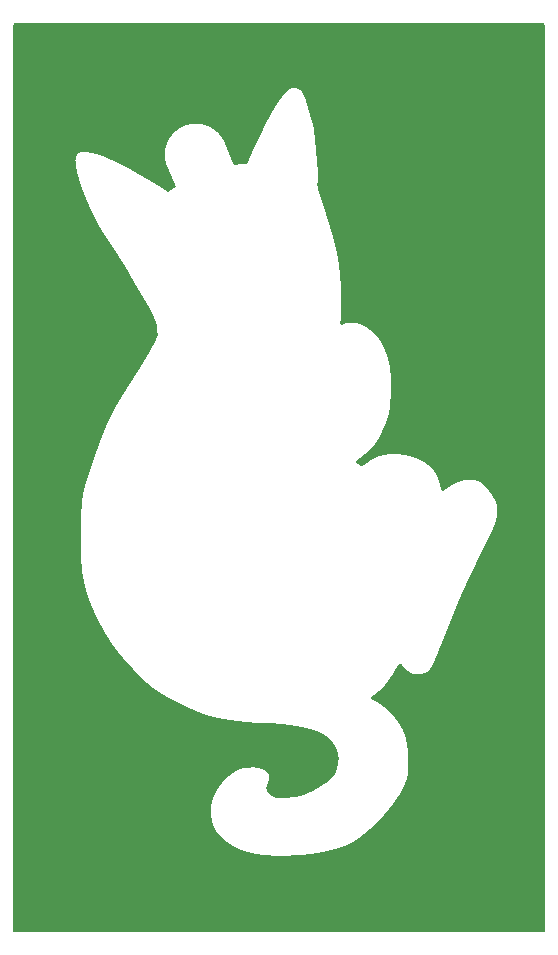
<source format=gbr>
%TF.GenerationSoftware,KiCad,Pcbnew,(6.0.4)*%
%TF.CreationDate,2022-09-08T21:27:51+03:00*%
%TF.ProjectId,holding_frame,686f6c64-696e-4675-9f66-72616d652e6b,rev?*%
%TF.SameCoordinates,Original*%
%TF.FileFunction,Copper,L2,Bot*%
%TF.FilePolarity,Positive*%
%FSLAX46Y46*%
G04 Gerber Fmt 4.6, Leading zero omitted, Abs format (unit mm)*
G04 Created by KiCad (PCBNEW (6.0.4)) date 2022-09-08 21:27:51*
%MOMM*%
%LPD*%
G01*
G04 APERTURE LIST*
G04 APERTURE END LIST*
%TA.AperFunction,NonConductor*%
G36*
X140433621Y-32528502D02*
G01*
X140480114Y-32582158D01*
X140491500Y-32634500D01*
X140491500Y-109365500D01*
X140471498Y-109433621D01*
X140417842Y-109480114D01*
X140365500Y-109491500D01*
X95634500Y-109491500D01*
X95566379Y-109471498D01*
X95519886Y-109417842D01*
X95508500Y-109365500D01*
X95508500Y-100565845D01*
X112500311Y-100565845D01*
X112500320Y-100565898D01*
X112500950Y-100565617D01*
X112500311Y-100565845D01*
X95508500Y-100565845D01*
X95508500Y-100171815D01*
X112360275Y-100171815D01*
X112360290Y-100171847D01*
X112360751Y-100171687D01*
X112360275Y-100171815D01*
X95508500Y-100171815D01*
X95508500Y-99936919D01*
X112303962Y-99936919D01*
X112304550Y-99936795D01*
X112303963Y-99936873D01*
X112303962Y-99936919D01*
X95508500Y-99936919D01*
X95508500Y-99242627D01*
X112228032Y-99242627D01*
X112228040Y-99242663D01*
X112228545Y-99242615D01*
X112228032Y-99242627D01*
X95508500Y-99242627D01*
X95508500Y-86149083D01*
X104692959Y-86149083D01*
X104692969Y-86149091D01*
X104693723Y-86148440D01*
X104692959Y-86149083D01*
X95508500Y-86149083D01*
X95508500Y-75645975D01*
X101227977Y-75645975D01*
X101229556Y-75645989D01*
X101227978Y-75645973D01*
X101227977Y-75645975D01*
X95508500Y-75645975D01*
X95508500Y-44145621D01*
X100774937Y-44145621D01*
X100775359Y-44150094D01*
X100775414Y-44152503D01*
X100775362Y-44157168D01*
X100774978Y-44160296D01*
X100775134Y-44165156D01*
X100775134Y-44165160D01*
X100775328Y-44171188D01*
X100775378Y-44177167D01*
X100775221Y-44187407D01*
X100775614Y-44190491D01*
X100775651Y-44193006D01*
X100775450Y-44194932D01*
X100776059Y-44206967D01*
X100776126Y-44208285D01*
X100776280Y-44213298D01*
X100776411Y-44225518D01*
X100776663Y-44227148D01*
X100776691Y-44227951D01*
X100776614Y-44228814D01*
X100776844Y-44232305D01*
X100776845Y-44232319D01*
X100777582Y-44243476D01*
X100777791Y-44247726D01*
X100778239Y-44261652D01*
X100777904Y-44261663D01*
X100777753Y-44262479D01*
X100778376Y-44262430D01*
X100778376Y-44262432D01*
X100779493Y-44276544D01*
X100779591Y-44277788D01*
X100779822Y-44281362D01*
X100780381Y-44292417D01*
X100780374Y-44292417D01*
X100780379Y-44292454D01*
X100780359Y-44292762D01*
X100780449Y-44293761D01*
X100780613Y-44296996D01*
X100780797Y-44297940D01*
X100780801Y-44298235D01*
X100780853Y-44298230D01*
X100781747Y-44308104D01*
X100781987Y-44310756D01*
X100782225Y-44313801D01*
X100782791Y-44322361D01*
X100782812Y-44322686D01*
X100782567Y-44322702D01*
X100782689Y-44323591D01*
X100782773Y-44323582D01*
X100782844Y-44324281D01*
X100782935Y-44325372D01*
X100783004Y-44325876D01*
X100783057Y-44326399D01*
X100783291Y-44329953D01*
X100783292Y-44329977D01*
X100783332Y-44330576D01*
X100783306Y-44330578D01*
X100783334Y-44331773D01*
X100783318Y-44331834D01*
X100783322Y-44331940D01*
X100783611Y-44331911D01*
X100784688Y-44342618D01*
X100784929Y-44345293D01*
X100785238Y-44349193D01*
X100785515Y-44352701D01*
X100784384Y-44352790D01*
X100784646Y-44353734D01*
X100785469Y-44353644D01*
X100785471Y-44353663D01*
X100785471Y-44353666D01*
X100785700Y-44355758D01*
X100785926Y-44358159D01*
X100785968Y-44358440D01*
X100786043Y-44359381D01*
X100786042Y-44359387D01*
X100786051Y-44359486D01*
X100786193Y-44361277D01*
X100786322Y-44362910D01*
X100786141Y-44362924D01*
X100786155Y-44363380D01*
X100785494Y-44363401D01*
X100785355Y-44364420D01*
X100786632Y-44364280D01*
X100786632Y-44364281D01*
X100787502Y-44372227D01*
X100787627Y-44373373D01*
X100787863Y-44375727D01*
X100788471Y-44382448D01*
X100787242Y-44382559D01*
X100787548Y-44383626D01*
X100788431Y-44383522D01*
X100788431Y-44383524D01*
X100788775Y-44386440D01*
X100788830Y-44386911D01*
X100789114Y-44389641D01*
X100789133Y-44389755D01*
X100789162Y-44390080D01*
X100789161Y-44390088D01*
X100789175Y-44390229D01*
X100789536Y-44394218D01*
X100789536Y-44394220D01*
X100788634Y-44394302D01*
X100788462Y-44395673D01*
X100789840Y-44395511D01*
X100790869Y-44404260D01*
X100791098Y-44406359D01*
X100791632Y-44411664D01*
X100790310Y-44411797D01*
X100790635Y-44412896D01*
X100791600Y-44412775D01*
X100792156Y-44417226D01*
X100792490Y-44420181D01*
X100792970Y-44424954D01*
X100792971Y-44424959D01*
X100791948Y-44425062D01*
X100791798Y-44426369D01*
X100793274Y-44426184D01*
X100793276Y-44426192D01*
X100794217Y-44433723D01*
X100794433Y-44435575D01*
X100794899Y-44439827D01*
X100794996Y-44440716D01*
X100794996Y-44440729D01*
X100793586Y-44440883D01*
X100793911Y-44441948D01*
X100794970Y-44441808D01*
X100794970Y-44441809D01*
X100795101Y-44442799D01*
X100795650Y-44446967D01*
X100795974Y-44449653D01*
X100796565Y-44455059D01*
X100796565Y-44455060D01*
X100795463Y-44455181D01*
X100795326Y-44456473D01*
X100796874Y-44456269D01*
X100797835Y-44463566D01*
X100798049Y-44465281D01*
X100798232Y-44466838D01*
X100798466Y-44468818D01*
X100798568Y-44469688D01*
X100797097Y-44469861D01*
X100797444Y-44470965D01*
X100798549Y-44470812D01*
X100798550Y-44470819D01*
X100799352Y-44476618D01*
X100799393Y-44476917D01*
X100799714Y-44479424D01*
X100800281Y-44484246D01*
X100800340Y-44484749D01*
X100799122Y-44484892D01*
X100799011Y-44486027D01*
X100800620Y-44485805D01*
X100801572Y-44492701D01*
X100801781Y-44494289D01*
X100802296Y-44498405D01*
X100800790Y-44498593D01*
X100801104Y-44499577D01*
X100802286Y-44499407D01*
X100802286Y-44499411D01*
X100803155Y-44505454D01*
X100803453Y-44507674D01*
X100804201Y-44513659D01*
X100804236Y-44513937D01*
X100802962Y-44514096D01*
X100802858Y-44515249D01*
X100804529Y-44515009D01*
X100805408Y-44521126D01*
X100805608Y-44522577D01*
X100806161Y-44526771D01*
X100804631Y-44526973D01*
X100804955Y-44527973D01*
X100806158Y-44527793D01*
X100807172Y-44534587D01*
X100807471Y-44536719D01*
X100808309Y-44543076D01*
X100806985Y-44543251D01*
X100806894Y-44544332D01*
X100808589Y-44544079D01*
X100808590Y-44544081D01*
X100809318Y-44548950D01*
X100809551Y-44550511D01*
X100809751Y-44551908D01*
X100810167Y-44554923D01*
X100808555Y-44555145D01*
X100808883Y-44556122D01*
X100810166Y-44555924D01*
X100811341Y-44563533D01*
X100811632Y-44565520D01*
X100812527Y-44571999D01*
X100811127Y-44572192D01*
X100811050Y-44573185D01*
X100812790Y-44572916D01*
X100812790Y-44572917D01*
X100813585Y-44578058D01*
X100813632Y-44578365D01*
X100813828Y-44579676D01*
X100814301Y-44582966D01*
X100812668Y-44583201D01*
X100812980Y-44584118D01*
X100814304Y-44583907D01*
X100815508Y-44591466D01*
X100815792Y-44593334D01*
X100816543Y-44598554D01*
X100816804Y-44600372D01*
X100815374Y-44600578D01*
X100815303Y-44601564D01*
X100817070Y-44601282D01*
X100817072Y-44601289D01*
X100817963Y-44606880D01*
X100818118Y-44607881D01*
X100818547Y-44610749D01*
X100818547Y-44610770D01*
X100816863Y-44611022D01*
X100817175Y-44611920D01*
X100818554Y-44611694D01*
X100819912Y-44619983D01*
X100820186Y-44621732D01*
X100821225Y-44628685D01*
X100819740Y-44628907D01*
X100819679Y-44629826D01*
X100821477Y-44629531D01*
X100821478Y-44629534D01*
X100822366Y-44634953D01*
X100822520Y-44635922D01*
X100822910Y-44638447D01*
X100822910Y-44638453D01*
X100821264Y-44638708D01*
X100821570Y-44639591D01*
X100822920Y-44639364D01*
X100824370Y-44647976D01*
X100824624Y-44649546D01*
X100825735Y-44656743D01*
X100825735Y-44656744D01*
X100824225Y-44656977D01*
X100824171Y-44657857D01*
X100825981Y-44657552D01*
X100826839Y-44662648D01*
X100827021Y-44663758D01*
X100827405Y-44666170D01*
X100825692Y-44666443D01*
X100825984Y-44667257D01*
X100827418Y-44667010D01*
X100827837Y-44669439D01*
X100828421Y-44672826D01*
X100828882Y-44675503D01*
X100829130Y-44677003D01*
X100830236Y-44683943D01*
X100830340Y-44684595D01*
X100828788Y-44684842D01*
X100828738Y-44685718D01*
X100830588Y-44685399D01*
X100831379Y-44689990D01*
X100831549Y-44690998D01*
X100832032Y-44693944D01*
X100830378Y-44694215D01*
X100830667Y-44695036D01*
X100832052Y-44694792D01*
X100833583Y-44703469D01*
X100833842Y-44704988D01*
X100835039Y-44712293D01*
X100833455Y-44712553D01*
X100833413Y-44713361D01*
X100835271Y-44713033D01*
X100835453Y-44714064D01*
X100836239Y-44718520D01*
X100836398Y-44719442D01*
X100836429Y-44719623D01*
X100836749Y-44721524D01*
X100834990Y-44721820D01*
X100835285Y-44722626D01*
X100836771Y-44722358D01*
X100838309Y-44730892D01*
X100838407Y-44731435D01*
X100838657Y-44732869D01*
X100839870Y-44740075D01*
X100838252Y-44740347D01*
X100838217Y-44741080D01*
X100840083Y-44740743D01*
X100840087Y-44740755D01*
X100840982Y-44745721D01*
X100841122Y-44746514D01*
X100841546Y-44748973D01*
X100841546Y-44748979D01*
X100839809Y-44749279D01*
X100840093Y-44750050D01*
X100841569Y-44749778D01*
X100843266Y-44759002D01*
X100843513Y-44760388D01*
X100844791Y-44767799D01*
X100843150Y-44768082D01*
X100843117Y-44768834D01*
X100845012Y-44768485D01*
X100845974Y-44773714D01*
X100846117Y-44774507D01*
X100846463Y-44776468D01*
X100844765Y-44776768D01*
X100845047Y-44777539D01*
X100846488Y-44777268D01*
X100846489Y-44777273D01*
X100848005Y-44785343D01*
X100848301Y-44786921D01*
X100848543Y-44788255D01*
X100848780Y-44789597D01*
X100849814Y-44795458D01*
X100848171Y-44795748D01*
X100848144Y-44796429D01*
X100850018Y-44796077D01*
X100850020Y-44796083D01*
X100850927Y-44800911D01*
X100851095Y-44801825D01*
X100851441Y-44803746D01*
X100851441Y-44803756D01*
X100849670Y-44804076D01*
X100849929Y-44804764D01*
X100851465Y-44804470D01*
X100851466Y-44804475D01*
X100851466Y-44804477D01*
X100853261Y-44813865D01*
X100853438Y-44814819D01*
X100854882Y-44822833D01*
X100854884Y-44822841D01*
X100853227Y-44823140D01*
X100853201Y-44823849D01*
X100855099Y-44823486D01*
X100855955Y-44827963D01*
X100856093Y-44828698D01*
X100856483Y-44830814D01*
X100856483Y-44830824D01*
X100854777Y-44831138D01*
X100855034Y-44831826D01*
X100856511Y-44831539D01*
X100858343Y-44840962D01*
X100858576Y-44842194D01*
X100860073Y-44850325D01*
X100858400Y-44850633D01*
X100858377Y-44851342D01*
X100860289Y-44850970D01*
X100861193Y-44855617D01*
X100861342Y-44856396D01*
X100861617Y-44857858D01*
X100861618Y-44857881D01*
X100859797Y-44858222D01*
X100860061Y-44858899D01*
X100861647Y-44858585D01*
X100861647Y-44858588D01*
X100863659Y-44868763D01*
X100863860Y-44869809D01*
X100865328Y-44877630D01*
X100863623Y-44877950D01*
X100863605Y-44878582D01*
X100865524Y-44878202D01*
X100865528Y-44878214D01*
X100866441Y-44882830D01*
X100866506Y-44883162D01*
X100866846Y-44884941D01*
X100866848Y-44884976D01*
X100865071Y-44885315D01*
X100865332Y-44885987D01*
X100866879Y-44885676D01*
X100867944Y-44890975D01*
X100868931Y-44895882D01*
X100869163Y-44897063D01*
X100870352Y-44903281D01*
X100870617Y-44904670D01*
X100868881Y-44905002D01*
X100868865Y-44905622D01*
X100870809Y-44905231D01*
X100870813Y-44905242D01*
X100871750Y-44909904D01*
X100871872Y-44910522D01*
X100872179Y-44912103D01*
X100872180Y-44912114D01*
X100870411Y-44912458D01*
X100870675Y-44913134D01*
X100872214Y-44912820D01*
X100874283Y-44922951D01*
X100874513Y-44924103D01*
X100875334Y-44928326D01*
X100875917Y-44931318D01*
X100875992Y-44931706D01*
X100874275Y-44932040D01*
X100874261Y-44932653D01*
X100876183Y-44932260D01*
X100876186Y-44932268D01*
X100877101Y-44936747D01*
X100877222Y-44937345D01*
X100877587Y-44939190D01*
X100877588Y-44939214D01*
X100875848Y-44939558D01*
X100876078Y-44940151D01*
X100877619Y-44939832D01*
X100879575Y-44949270D01*
X100879796Y-44950362D01*
X100881202Y-44957467D01*
X100881455Y-44958748D01*
X100879729Y-44959089D01*
X100879717Y-44959728D01*
X100881658Y-44959326D01*
X100882504Y-44963409D01*
X100882650Y-44964123D01*
X100883059Y-44966157D01*
X100883060Y-44966166D01*
X100881232Y-44966534D01*
X100881474Y-44967137D01*
X100883092Y-44966797D01*
X100883093Y-44966801D01*
X100883093Y-44966803D01*
X100885215Y-44976896D01*
X100885363Y-44977613D01*
X100887027Y-44985891D01*
X100887028Y-44985895D01*
X100887029Y-44985898D01*
X100885282Y-44986249D01*
X100885272Y-44986840D01*
X100887218Y-44986430D01*
X100887220Y-44986436D01*
X100888193Y-44991060D01*
X100888347Y-44991804D01*
X100888602Y-44993054D01*
X100888604Y-44993079D01*
X100886824Y-44993442D01*
X100887081Y-44994085D01*
X100888641Y-44993752D01*
X100888641Y-44993753D01*
X100890506Y-45002492D01*
X100890970Y-45004669D01*
X100891194Y-45005743D01*
X100892674Y-45012989D01*
X100890901Y-45013351D01*
X100890894Y-45013900D01*
X100892850Y-45013483D01*
X100893119Y-45014740D01*
X100893805Y-45017957D01*
X100893944Y-45018622D01*
X100894217Y-45019937D01*
X100892463Y-45020301D01*
X100892746Y-45021016D01*
X100894268Y-45020687D01*
X100896604Y-45031483D01*
X100896831Y-45032554D01*
X100898348Y-45039872D01*
X100896607Y-45040233D01*
X100896601Y-45040806D01*
X100898532Y-45040388D01*
X100899527Y-45044983D01*
X100899666Y-45045633D01*
X100899818Y-45046352D01*
X100899862Y-45046563D01*
X100898021Y-45046951D01*
X100898257Y-45047527D01*
X100899902Y-45047167D01*
X100899902Y-45047168D01*
X100901597Y-45054905D01*
X100901952Y-45056527D01*
X100902173Y-45057560D01*
X100904106Y-45066754D01*
X100902349Y-45067123D01*
X100902345Y-45067770D01*
X100904319Y-45067338D01*
X100904321Y-45067343D01*
X100905064Y-45070738D01*
X100905634Y-45073407D01*
X100905635Y-45073415D01*
X100903801Y-45073807D01*
X100904062Y-45074439D01*
X100905676Y-45074080D01*
X100908081Y-45084902D01*
X100908301Y-45085911D01*
X100908612Y-45087367D01*
X100909949Y-45093636D01*
X100908164Y-45094017D01*
X100908162Y-45094571D01*
X100910132Y-45094133D01*
X100910201Y-45094445D01*
X100911334Y-45099546D01*
X100911417Y-45099996D01*
X100911453Y-45100544D01*
X100911799Y-45102082D01*
X100911800Y-45102088D01*
X100914000Y-45111871D01*
X100914219Y-45112865D01*
X100915833Y-45120323D01*
X100914035Y-45120712D01*
X100914034Y-45121238D01*
X100916007Y-45120795D01*
X100916753Y-45124115D01*
X100916873Y-45124656D01*
X100917263Y-45126432D01*
X100915426Y-45126835D01*
X100915674Y-45127427D01*
X100917308Y-45127055D01*
X100917308Y-45127058D01*
X100919631Y-45137260D01*
X100919784Y-45137945D01*
X100921288Y-45144814D01*
X100921753Y-45146935D01*
X100919984Y-45147322D01*
X100919985Y-45147943D01*
X100921961Y-45147493D01*
X100922931Y-45151755D01*
X100923054Y-45152302D01*
X100923196Y-45152939D01*
X100921246Y-45153374D01*
X100921525Y-45154012D01*
X100923252Y-45153614D01*
X100925747Y-45164443D01*
X100925954Y-45165356D01*
X100926856Y-45169416D01*
X100927778Y-45173564D01*
X100925982Y-45173963D01*
X100925984Y-45174482D01*
X100927954Y-45174028D01*
X100927957Y-45174035D01*
X100928792Y-45177659D01*
X100928892Y-45178100D01*
X100929252Y-45179700D01*
X100929254Y-45179721D01*
X100927489Y-45180117D01*
X100927743Y-45180723D01*
X100929301Y-45180359D01*
X100929302Y-45180363D01*
X100929302Y-45180364D01*
X100931954Y-45191727D01*
X100932105Y-45192386D01*
X100933663Y-45199314D01*
X100933814Y-45199985D01*
X100932023Y-45200387D01*
X100932027Y-45200880D01*
X100933982Y-45200424D01*
X100933985Y-45200433D01*
X100935170Y-45205513D01*
X100935342Y-45206264D01*
X100935349Y-45206356D01*
X100933423Y-45206796D01*
X100933655Y-45207323D01*
X100935391Y-45206913D01*
X100938019Y-45218040D01*
X100938221Y-45218909D01*
X100939793Y-45225816D01*
X100939962Y-45226557D01*
X100938175Y-45226964D01*
X100938180Y-45227482D01*
X100940139Y-45227019D01*
X100941036Y-45230818D01*
X100941152Y-45231314D01*
X100941491Y-45232786D01*
X100941492Y-45232792D01*
X100939730Y-45233198D01*
X100939978Y-45233779D01*
X100941541Y-45233405D01*
X100944011Y-45243740D01*
X100944211Y-45244597D01*
X100946175Y-45253120D01*
X100944393Y-45253531D01*
X100944400Y-45254123D01*
X100946379Y-45253651D01*
X100947374Y-45257820D01*
X100947485Y-45258291D01*
X100947645Y-45258973D01*
X100945726Y-45259423D01*
X100946009Y-45260064D01*
X100947714Y-45259652D01*
X100950236Y-45270095D01*
X100950459Y-45271036D01*
X100952483Y-45279708D01*
X100950713Y-45280121D01*
X100950721Y-45280680D01*
X100952677Y-45280208D01*
X100952682Y-45280221D01*
X100953547Y-45283802D01*
X100953644Y-45284207D01*
X100953954Y-45285519D01*
X100953957Y-45285553D01*
X100952127Y-45285986D01*
X100952384Y-45286577D01*
X100954011Y-45286179D01*
X100955374Y-45291756D01*
X100956796Y-45297572D01*
X100957026Y-45298531D01*
X100958828Y-45306161D01*
X100957043Y-45306583D01*
X100957052Y-45307095D01*
X100959007Y-45306617D01*
X100960206Y-45311520D01*
X100960302Y-45311987D01*
X100960349Y-45312517D01*
X100962489Y-45321178D01*
X100963115Y-45323710D01*
X100963341Y-45324642D01*
X100965205Y-45332441D01*
X100963391Y-45332875D01*
X100963402Y-45333388D01*
X100965385Y-45332898D01*
X100965388Y-45332906D01*
X100966088Y-45335738D01*
X100966242Y-45336363D01*
X100966302Y-45336609D01*
X100966751Y-45338465D01*
X100966753Y-45338484D01*
X100964908Y-45338930D01*
X100965183Y-45339545D01*
X100966812Y-45339137D01*
X100966812Y-45339138D01*
X100969276Y-45348983D01*
X100969601Y-45350283D01*
X100969846Y-45351281D01*
X100971658Y-45358782D01*
X100969894Y-45359208D01*
X100969905Y-45359729D01*
X100971842Y-45359244D01*
X100973137Y-45364418D01*
X100971258Y-45364888D01*
X100971716Y-45365934D01*
X100973319Y-45365529D01*
X100974792Y-45371359D01*
X100975968Y-45376010D01*
X100976205Y-45376966D01*
X100978219Y-45385205D01*
X100976451Y-45385637D01*
X100976464Y-45386193D01*
X100978416Y-45385700D01*
X100979119Y-45388481D01*
X100979284Y-45389141D01*
X100979828Y-45391343D01*
X100978101Y-45391770D01*
X100978369Y-45392377D01*
X100979891Y-45391988D01*
X100979892Y-45391992D01*
X100980987Y-45396270D01*
X100982602Y-45402584D01*
X100982856Y-45403594D01*
X100984831Y-45411588D01*
X100983055Y-45412027D01*
X100983070Y-45412573D01*
X100985028Y-45412072D01*
X100985029Y-45412074D01*
X100986405Y-45417456D01*
X100986509Y-45417936D01*
X100986568Y-45418533D01*
X100989408Y-45429507D01*
X100989703Y-45430648D01*
X100989953Y-45431632D01*
X100991592Y-45438183D01*
X100989784Y-45438635D01*
X100989798Y-45439092D01*
X100991757Y-45438585D01*
X100992767Y-45442489D01*
X100992923Y-45443098D01*
X100993226Y-45444300D01*
X100991475Y-45444743D01*
X100991726Y-45445301D01*
X100993291Y-45444892D01*
X100995731Y-45454228D01*
X100995979Y-45455189D01*
X100998221Y-45464060D01*
X100998296Y-45464358D01*
X100996551Y-45464799D01*
X100996571Y-45465415D01*
X100998520Y-45464906D01*
X100998526Y-45464920D01*
X100999465Y-45468513D01*
X100999997Y-45470593D01*
X101000000Y-45470625D01*
X100998137Y-45471101D01*
X100998416Y-45471698D01*
X101000066Y-45471262D01*
X101003027Y-45482457D01*
X101003276Y-45483411D01*
X101004558Y-45488426D01*
X101005187Y-45490884D01*
X101003397Y-45491342D01*
X101003416Y-45491864D01*
X101005378Y-45491346D01*
X101006753Y-45496549D01*
X101006859Y-45497019D01*
X101006923Y-45497615D01*
X101010127Y-45509594D01*
X101010382Y-45510566D01*
X101012141Y-45517361D01*
X101010365Y-45517821D01*
X101010384Y-45518306D01*
X101012318Y-45517789D01*
X101013344Y-45521625D01*
X101013521Y-45522295D01*
X101013772Y-45523252D01*
X101013805Y-45523380D01*
X101012099Y-45523826D01*
X101012377Y-45524441D01*
X101013877Y-45524035D01*
X101013878Y-45524038D01*
X101013878Y-45524039D01*
X101016684Y-45534412D01*
X101016688Y-45534427D01*
X101016966Y-45535474D01*
X101019055Y-45543469D01*
X101017310Y-45543925D01*
X101017334Y-45544499D01*
X101019269Y-45543976D01*
X101020365Y-45548029D01*
X101020540Y-45548681D01*
X101020743Y-45549446D01*
X101020822Y-45549746D01*
X101020823Y-45549754D01*
X101018992Y-45550239D01*
X101019289Y-45550866D01*
X101020898Y-45550426D01*
X101021650Y-45553174D01*
X101023695Y-45560648D01*
X101023899Y-45561395D01*
X101024134Y-45562269D01*
X101026128Y-45569811D01*
X101026130Y-45569817D01*
X101024382Y-45570279D01*
X101024406Y-45570826D01*
X101026334Y-45570299D01*
X101027499Y-45574559D01*
X101027691Y-45575270D01*
X101027924Y-45576142D01*
X101026193Y-45576604D01*
X101026489Y-45577236D01*
X101028009Y-45576816D01*
X101030559Y-45586044D01*
X101030856Y-45587117D01*
X101031096Y-45587999D01*
X101033285Y-45596184D01*
X101031530Y-45596654D01*
X101031557Y-45597234D01*
X101033503Y-45596696D01*
X101034478Y-45600225D01*
X101034654Y-45600868D01*
X101035160Y-45602738D01*
X101033416Y-45603210D01*
X101033686Y-45603785D01*
X101035234Y-45603353D01*
X101038020Y-45613330D01*
X101038293Y-45614323D01*
X101040498Y-45622476D01*
X101038736Y-45622952D01*
X101038765Y-45623536D01*
X101040718Y-45622991D01*
X101041986Y-45627534D01*
X101042116Y-45628001D01*
X101042466Y-45629280D01*
X101040642Y-45629780D01*
X101040981Y-45630485D01*
X101042562Y-45630038D01*
X101045874Y-45641758D01*
X101046143Y-45642725D01*
X101046959Y-45645709D01*
X101047838Y-45648922D01*
X101046079Y-45649403D01*
X101046087Y-45649552D01*
X101046255Y-45649807D01*
X101048008Y-45649311D01*
X101049480Y-45654517D01*
X101049563Y-45654813D01*
X101049564Y-45654815D01*
X101049618Y-45655006D01*
X101049617Y-45655006D01*
X101049696Y-45655290D01*
X101049805Y-45655685D01*
X101049811Y-45655735D01*
X101048062Y-45656215D01*
X101048314Y-45656740D01*
X101049881Y-45656293D01*
X101049881Y-45656294D01*
X101051266Y-45661146D01*
X101052701Y-45666177D01*
X101052985Y-45667189D01*
X101055248Y-45675379D01*
X101053515Y-45675858D01*
X101053548Y-45676449D01*
X101055473Y-45675899D01*
X101056289Y-45678756D01*
X101056306Y-45678815D01*
X101056499Y-45679501D01*
X101057223Y-45682094D01*
X101055469Y-45682584D01*
X101055771Y-45683208D01*
X101057312Y-45682764D01*
X101059120Y-45689032D01*
X101060258Y-45692976D01*
X101060551Y-45694010D01*
X101062736Y-45701834D01*
X101061015Y-45702315D01*
X101061047Y-45702886D01*
X101062956Y-45702335D01*
X101062959Y-45702341D01*
X101064540Y-45707819D01*
X101064666Y-45708326D01*
X101064737Y-45708875D01*
X101065179Y-45710393D01*
X101065180Y-45710396D01*
X101068019Y-45720142D01*
X101068278Y-45721043D01*
X101070328Y-45728299D01*
X101068572Y-45728796D01*
X101068604Y-45729319D01*
X101070530Y-45728758D01*
X101071498Y-45732080D01*
X101071629Y-45732533D01*
X101072147Y-45734346D01*
X101072162Y-45734400D01*
X101070332Y-45734922D01*
X101070611Y-45735483D01*
X101072242Y-45735003D01*
X101075114Y-45744764D01*
X101075348Y-45745569D01*
X101077889Y-45754477D01*
X101077891Y-45754481D01*
X101077891Y-45754482D01*
X101076165Y-45754974D01*
X101076205Y-45755595D01*
X101078134Y-45755027D01*
X101079329Y-45759088D01*
X101079424Y-45759413D01*
X101079740Y-45760506D01*
X101078024Y-45761002D01*
X101078316Y-45761609D01*
X101079830Y-45761159D01*
X101082594Y-45770464D01*
X101083067Y-45772055D01*
X101083299Y-45772847D01*
X101085563Y-45780694D01*
X101083777Y-45781210D01*
X101083813Y-45781734D01*
X101085770Y-45781152D01*
X101085773Y-45781160D01*
X101087084Y-45785575D01*
X101087407Y-45786682D01*
X101087413Y-45786725D01*
X101085679Y-45787230D01*
X101085973Y-45787828D01*
X101087503Y-45787369D01*
X101088193Y-45789667D01*
X101090879Y-45798618D01*
X101091162Y-45799574D01*
X101093260Y-45806771D01*
X101091485Y-45807288D01*
X101091521Y-45807795D01*
X101093459Y-45807213D01*
X101093463Y-45807221D01*
X101094826Y-45811763D01*
X101094918Y-45812072D01*
X101095064Y-45812565D01*
X101095133Y-45812800D01*
X101095141Y-45812854D01*
X101093454Y-45813352D01*
X101093730Y-45813920D01*
X101095226Y-45813466D01*
X101095227Y-45813471D01*
X101098566Y-45824480D01*
X101098801Y-45825267D01*
X101101034Y-45832858D01*
X101099269Y-45833377D01*
X101099309Y-45833923D01*
X101101250Y-45833335D01*
X101102432Y-45837236D01*
X101102603Y-45837804D01*
X101102953Y-45838979D01*
X101101173Y-45839509D01*
X101101478Y-45840115D01*
X101103052Y-45839633D01*
X101106109Y-45849619D01*
X101106393Y-45850559D01*
X101106563Y-45851129D01*
X101108878Y-45858921D01*
X101107160Y-45859431D01*
X101107204Y-45860016D01*
X101109112Y-45859432D01*
X101110294Y-45863293D01*
X101110490Y-45863940D01*
X101110923Y-45865382D01*
X101109154Y-45865913D01*
X101109422Y-45866440D01*
X101111006Y-45865951D01*
X101114029Y-45875740D01*
X101114286Y-45876584D01*
X101116816Y-45885012D01*
X101115066Y-45885538D01*
X101115110Y-45886106D01*
X101117046Y-45885508D01*
X101117047Y-45885510D01*
X101118266Y-45889456D01*
X101118407Y-45889920D01*
X101118942Y-45891685D01*
X101117107Y-45892241D01*
X101117417Y-45892835D01*
X101119038Y-45892329D01*
X101122488Y-45903390D01*
X101122746Y-45904228D01*
X101124849Y-45911165D01*
X101123095Y-45911697D01*
X101123134Y-45912180D01*
X101125044Y-45911584D01*
X101126456Y-45916111D01*
X101126642Y-45916707D01*
X101126807Y-45917241D01*
X101126959Y-45917736D01*
X101125114Y-45918303D01*
X101125444Y-45918936D01*
X101127072Y-45918424D01*
X101130488Y-45929277D01*
X101130783Y-45930227D01*
X101133012Y-45937509D01*
X101131249Y-45938049D01*
X101131289Y-45938533D01*
X101133209Y-45937929D01*
X101133214Y-45937939D01*
X101134424Y-45941783D01*
X101134575Y-45942268D01*
X101135108Y-45943994D01*
X101135112Y-45944019D01*
X101133308Y-45944576D01*
X101133605Y-45945140D01*
X101135206Y-45944631D01*
X101138510Y-45955025D01*
X101138782Y-45955895D01*
X101141181Y-45963662D01*
X101139447Y-45964198D01*
X101139494Y-45964749D01*
X101141407Y-45964141D01*
X101142928Y-45968927D01*
X101143114Y-45969519D01*
X101143288Y-45970076D01*
X101141566Y-45970614D01*
X101141861Y-45971187D01*
X101143396Y-45970695D01*
X101146219Y-45979509D01*
X101146535Y-45980494D01*
X101146759Y-45981202D01*
X101149446Y-45989818D01*
X101147693Y-45990365D01*
X101147740Y-45990905D01*
X101149669Y-45990287D01*
X101149677Y-45990304D01*
X101150704Y-45993509D01*
X101151601Y-45996358D01*
X101151604Y-45996378D01*
X101149871Y-45996923D01*
X101150162Y-45997483D01*
X101151701Y-45996985D01*
X101154291Y-46004989D01*
X101155100Y-46007491D01*
X101155405Y-46008446D01*
X101157738Y-46015858D01*
X101155988Y-46016409D01*
X101156033Y-46016906D01*
X101157944Y-46016287D01*
X101157946Y-46016291D01*
X101159830Y-46022112D01*
X101159946Y-46022525D01*
X101160022Y-46022991D01*
X101160445Y-46024287D01*
X101160447Y-46024296D01*
X101163408Y-46033380D01*
X101163694Y-46034268D01*
X101166186Y-46042109D01*
X101164405Y-46042675D01*
X101164449Y-46043155D01*
X101166387Y-46042524D01*
X101166393Y-46042534D01*
X101167187Y-46044972D01*
X101167377Y-46045559D01*
X101168280Y-46048377D01*
X101166551Y-46048931D01*
X101166815Y-46049433D01*
X101168369Y-46048922D01*
X101171520Y-46058505D01*
X101171819Y-46059425D01*
X101174585Y-46068060D01*
X101172843Y-46068618D01*
X101172897Y-46069189D01*
X101174825Y-46068555D01*
X101176507Y-46073671D01*
X101176628Y-46074093D01*
X101176712Y-46074591D01*
X101177165Y-46075959D01*
X101177168Y-46075968D01*
X101180438Y-46085833D01*
X101180720Y-46086696D01*
X101183185Y-46094316D01*
X101181397Y-46094894D01*
X101181442Y-46095352D01*
X101183379Y-46094709D01*
X101183381Y-46094714D01*
X101184598Y-46098385D01*
X101185088Y-46099889D01*
X101185090Y-46099902D01*
X101183295Y-46100486D01*
X101183594Y-46101036D01*
X101185191Y-46100502D01*
X101188877Y-46111524D01*
X101189162Y-46112385D01*
X101191547Y-46119702D01*
X101191653Y-46120028D01*
X101191423Y-46120103D01*
X101191600Y-46120555D01*
X101191866Y-46120466D01*
X101193402Y-46125061D01*
X101193436Y-46125162D01*
X101193479Y-46125291D01*
X101193458Y-46125298D01*
X101193602Y-46125667D01*
X101193624Y-46125794D01*
X101191647Y-46126445D01*
X101191847Y-46126795D01*
X101193689Y-46126175D01*
X101193690Y-46126178D01*
X101195519Y-46131609D01*
X101196997Y-46136000D01*
X101197258Y-46136784D01*
X101200055Y-46145290D01*
X101200204Y-46145742D01*
X101198430Y-46146325D01*
X101198486Y-46146861D01*
X101200433Y-46146206D01*
X101201205Y-46148500D01*
X101201382Y-46149029D01*
X101202217Y-46151547D01*
X101200423Y-46152142D01*
X101200708Y-46152662D01*
X101202316Y-46152116D01*
X101203769Y-46156393D01*
X101205769Y-46162282D01*
X101205863Y-46162560D01*
X101206148Y-46163409D01*
X101206495Y-46164455D01*
X101208818Y-46171466D01*
X101207035Y-46172057D01*
X101207089Y-46172562D01*
X101209035Y-46171901D01*
X101210764Y-46176993D01*
X101210868Y-46177343D01*
X101210951Y-46177807D01*
X101211391Y-46179092D01*
X101211392Y-46179097D01*
X101214748Y-46188909D01*
X101215024Y-46189726D01*
X101217568Y-46197334D01*
X101215775Y-46197934D01*
X101215822Y-46198371D01*
X101217756Y-46197710D01*
X101217762Y-46197721D01*
X101218771Y-46200672D01*
X101219535Y-46202939D01*
X101219538Y-46202955D01*
X101217755Y-46203555D01*
X101217990Y-46203983D01*
X101219621Y-46203421D01*
X101222812Y-46212684D01*
X101223095Y-46213515D01*
X101226283Y-46222983D01*
X101224512Y-46223579D01*
X101224574Y-46224137D01*
X101226526Y-46223465D01*
X101227916Y-46227501D01*
X101228244Y-46228465D01*
X101228254Y-46228523D01*
X101226469Y-46229130D01*
X101226689Y-46229530D01*
X101228333Y-46228960D01*
X101228334Y-46228963D01*
X101230466Y-46235109D01*
X101231957Y-46239409D01*
X101232207Y-46240136D01*
X101233896Y-46245109D01*
X101235154Y-46248814D01*
X101233341Y-46249429D01*
X101233394Y-46249891D01*
X101235356Y-46249211D01*
X101236598Y-46252793D01*
X101237113Y-46254298D01*
X101237121Y-46254340D01*
X101235356Y-46254943D01*
X101235630Y-46255439D01*
X101237220Y-46254883D01*
X101237221Y-46254886D01*
X101239338Y-46260939D01*
X101241362Y-46266729D01*
X101241644Y-46267545D01*
X101243978Y-46274370D01*
X101242159Y-46274992D01*
X101242205Y-46275391D01*
X101244152Y-46274710D01*
X101244390Y-46275391D01*
X101245925Y-46279783D01*
X101246027Y-46280112D01*
X101246106Y-46280539D01*
X101249901Y-46291325D01*
X101250037Y-46291714D01*
X101252865Y-46299923D01*
X101252868Y-46299931D01*
X101251083Y-46300546D01*
X101251134Y-46300975D01*
X101253057Y-46300298D01*
X101253060Y-46300305D01*
X101253862Y-46302582D01*
X101254045Y-46303103D01*
X101254970Y-46305768D01*
X101253221Y-46306375D01*
X101253488Y-46306855D01*
X101255070Y-46306294D01*
X101255071Y-46306298D01*
X101258727Y-46316610D01*
X101258959Y-46317273D01*
X101261839Y-46325578D01*
X101260059Y-46326195D01*
X101260118Y-46326685D01*
X101262056Y-46325998D01*
X101262651Y-46327675D01*
X101263872Y-46331120D01*
X101263964Y-46331415D01*
X101264032Y-46331771D01*
X101267469Y-46341413D01*
X101267691Y-46342043D01*
X101270965Y-46351406D01*
X101269135Y-46352046D01*
X101269195Y-46352527D01*
X101271179Y-46351820D01*
X101271797Y-46353553D01*
X101271895Y-46353831D01*
X101272972Y-46356890D01*
X101271238Y-46357500D01*
X101271506Y-46357980D01*
X101273074Y-46357417D01*
X101273074Y-46357418D01*
X101277067Y-46368532D01*
X101277254Y-46369058D01*
X101279416Y-46375203D01*
X101280024Y-46376931D01*
X101278225Y-46377564D01*
X101278279Y-46377995D01*
X101280216Y-46377299D01*
X101281950Y-46382125D01*
X101282048Y-46382435D01*
X101282117Y-46382790D01*
X101282475Y-46383782D01*
X101282481Y-46383800D01*
X101286090Y-46393792D01*
X101286340Y-46394489D01*
X101289245Y-46402682D01*
X101287415Y-46403331D01*
X101287466Y-46403736D01*
X101289426Y-46403028D01*
X101289881Y-46404288D01*
X101290046Y-46404747D01*
X101291179Y-46407923D01*
X101289341Y-46408579D01*
X101289563Y-46408964D01*
X101291262Y-46408347D01*
X101294649Y-46417664D01*
X101294858Y-46418243D01*
X101298309Y-46427925D01*
X101298310Y-46427926D01*
X101296521Y-46428564D01*
X101296585Y-46429061D01*
X101298533Y-46428352D01*
X101300244Y-46433057D01*
X101300351Y-46433391D01*
X101300437Y-46433822D01*
X101304915Y-46446062D01*
X101304998Y-46446290D01*
X101305219Y-46446902D01*
X101307148Y-46452268D01*
X101307621Y-46453586D01*
X101305789Y-46454244D01*
X101305834Y-46454587D01*
X101307773Y-46453878D01*
X101309141Y-46457618D01*
X101309273Y-46457979D01*
X101309523Y-46458669D01*
X101307794Y-46459295D01*
X101308013Y-46459684D01*
X101309612Y-46459096D01*
X101313088Y-46468547D01*
X101313343Y-46469246D01*
X101316846Y-46478947D01*
X101315042Y-46479598D01*
X101315103Y-46480060D01*
X101317057Y-46479342D01*
X101318014Y-46481945D01*
X101318800Y-46484107D01*
X101318805Y-46484132D01*
X101317055Y-46484768D01*
X101317264Y-46485132D01*
X101318886Y-46484532D01*
X101318887Y-46484535D01*
X101322813Y-46495150D01*
X101322847Y-46495241D01*
X101322874Y-46495315D01*
X101326165Y-46504368D01*
X101326167Y-46504371D01*
X101326167Y-46504372D01*
X101324307Y-46505048D01*
X101324363Y-46505460D01*
X101326355Y-46504724D01*
X101327476Y-46507756D01*
X101327940Y-46509012D01*
X101328028Y-46509281D01*
X101328105Y-46509655D01*
X101332522Y-46521534D01*
X101335533Y-46529764D01*
X101335535Y-46529767D01*
X101335535Y-46529768D01*
X101333691Y-46530442D01*
X101333737Y-46530777D01*
X101335687Y-46530051D01*
X101335695Y-46530066D01*
X101336935Y-46533400D01*
X101337294Y-46534376D01*
X101335456Y-46535052D01*
X101335646Y-46535376D01*
X101337368Y-46534733D01*
X101340508Y-46543138D01*
X101340865Y-46544095D01*
X101341088Y-46544695D01*
X101341355Y-46545422D01*
X101344196Y-46553145D01*
X101344895Y-46555047D01*
X101343040Y-46555729D01*
X101343101Y-46556168D01*
X101345097Y-46555422D01*
X101346024Y-46557903D01*
X101346679Y-46559673D01*
X101346685Y-46559700D01*
X101344742Y-46560418D01*
X101344985Y-46560820D01*
X101346777Y-46560146D01*
X101351459Y-46572600D01*
X101351697Y-46573239D01*
X101354271Y-46580200D01*
X101352396Y-46580893D01*
X101352440Y-46581203D01*
X101354413Y-46580461D01*
X101355930Y-46584496D01*
X101356032Y-46584802D01*
X101356108Y-46585166D01*
X101356490Y-46586176D01*
X101356492Y-46586183D01*
X101360813Y-46597616D01*
X101360985Y-46598073D01*
X101363691Y-46605350D01*
X101363692Y-46605351D01*
X101361822Y-46606046D01*
X101361867Y-46606363D01*
X101363837Y-46605618D01*
X101364879Y-46608375D01*
X101365393Y-46609750D01*
X101365402Y-46609794D01*
X101363554Y-46610484D01*
X101363703Y-46610734D01*
X101365460Y-46610067D01*
X101365894Y-46611210D01*
X101368574Y-46618272D01*
X101368806Y-46618888D01*
X101373130Y-46630463D01*
X101371328Y-46631136D01*
X101371402Y-46631649D01*
X101373367Y-46630903D01*
X101374050Y-46632701D01*
X101374917Y-46635010D01*
X101373086Y-46635698D01*
X101373308Y-46636071D01*
X101375008Y-46635423D01*
X101379283Y-46646629D01*
X101379501Y-46647204D01*
X101382641Y-46655557D01*
X101380785Y-46656255D01*
X101380838Y-46656617D01*
X101382807Y-46655866D01*
X101384403Y-46660049D01*
X101384479Y-46660274D01*
X101384538Y-46660548D01*
X101388090Y-46669820D01*
X101388640Y-46671256D01*
X101388840Y-46671783D01*
X101392166Y-46680584D01*
X101390264Y-46681303D01*
X101390311Y-46681623D01*
X101392316Y-46680855D01*
X101392320Y-46680863D01*
X101392489Y-46681303D01*
X101393002Y-46682644D01*
X101393122Y-46682958D01*
X101394034Y-46685359D01*
X101392038Y-46686117D01*
X101392249Y-46686456D01*
X101394116Y-46685738D01*
X101398279Y-46696553D01*
X101398490Y-46697104D01*
X101401766Y-46705735D01*
X101399872Y-46706454D01*
X101399924Y-46706796D01*
X101401926Y-46706026D01*
X101403526Y-46710184D01*
X101403589Y-46710369D01*
X101403650Y-46710647D01*
X101408024Y-46721964D01*
X101408049Y-46722028D01*
X101411480Y-46731020D01*
X101409596Y-46731739D01*
X101409647Y-46732077D01*
X101411636Y-46731308D01*
X101412314Y-46733063D01*
X101413117Y-46735158D01*
X101411259Y-46735870D01*
X101411454Y-46736192D01*
X101413196Y-46735516D01*
X101413757Y-46736961D01*
X101417396Y-46746333D01*
X101417602Y-46746867D01*
X101419887Y-46752831D01*
X101421102Y-46756004D01*
X101419212Y-46756728D01*
X101419265Y-46757074D01*
X101421265Y-46756297D01*
X101422645Y-46759851D01*
X101422723Y-46760077D01*
X101422784Y-46760355D01*
X101424354Y-46764381D01*
X101427190Y-46771657D01*
X101427379Y-46772145D01*
X101430803Y-46781037D01*
X101428879Y-46781778D01*
X101428924Y-46782067D01*
X101430939Y-46781281D01*
X101430949Y-46781299D01*
X101431850Y-46783610D01*
X101432315Y-46784815D01*
X101432324Y-46784856D01*
X101430475Y-46785569D01*
X101430609Y-46785788D01*
X101432378Y-46785096D01*
X101436079Y-46794557D01*
X101436216Y-46794907D01*
X101440409Y-46805757D01*
X101438553Y-46806475D01*
X101438609Y-46806840D01*
X101440582Y-46806068D01*
X101440742Y-46806475D01*
X101441615Y-46808706D01*
X101441866Y-46809352D01*
X101441961Y-46809598D01*
X101440258Y-46810258D01*
X101440463Y-46810603D01*
X101442048Y-46809980D01*
X101447083Y-46822792D01*
X101447202Y-46823095D01*
X101450139Y-46830660D01*
X101448226Y-46831403D01*
X101448268Y-46831670D01*
X101450265Y-46830886D01*
X101451602Y-46834290D01*
X101451658Y-46834451D01*
X101451711Y-46834684D01*
X101451966Y-46835330D01*
X101451972Y-46835348D01*
X101455985Y-46845526D01*
X101456159Y-46845970D01*
X101459849Y-46855435D01*
X101457964Y-46856170D01*
X101458011Y-46856471D01*
X101459992Y-46855689D01*
X101460311Y-46856497D01*
X101461434Y-46859367D01*
X101461437Y-46859381D01*
X101459709Y-46860057D01*
X101459883Y-46860347D01*
X101461510Y-46859703D01*
X101465944Y-46870900D01*
X101466134Y-46871382D01*
X101469552Y-46880118D01*
X101467640Y-46880866D01*
X101467690Y-46881175D01*
X101469699Y-46880380D01*
X101471097Y-46883912D01*
X101471133Y-46884015D01*
X101471172Y-46884184D01*
X101471362Y-46884662D01*
X101471367Y-46884677D01*
X101473962Y-46891213D01*
X101475091Y-46894058D01*
X101479397Y-46905014D01*
X101479503Y-46905201D01*
X101479591Y-46905402D01*
X101480951Y-46908853D01*
X101479009Y-46909618D01*
X101479167Y-46909865D01*
X101481016Y-46909128D01*
X101481016Y-46909129D01*
X101485142Y-46919482D01*
X101485246Y-46919745D01*
X101489197Y-46929768D01*
X101487255Y-46930533D01*
X101487304Y-46930832D01*
X101489341Y-46930020D01*
X101490734Y-46933516D01*
X101490795Y-46933689D01*
X101490860Y-46933969D01*
X101494510Y-46943094D01*
X101497005Y-46949331D01*
X101497166Y-46949737D01*
X101499089Y-46954593D01*
X101497157Y-46955358D01*
X101497182Y-46955509D01*
X101499160Y-46954718D01*
X101500253Y-46957451D01*
X101500371Y-46957746D01*
X101500689Y-46958547D01*
X101498923Y-46959248D01*
X101499033Y-46959428D01*
X101500735Y-46958746D01*
X101503907Y-46966658D01*
X101504066Y-46967057D01*
X101508897Y-46979227D01*
X101506969Y-46979992D01*
X101507029Y-46980354D01*
X101509071Y-46979536D01*
X101509242Y-46979963D01*
X101509321Y-46980159D01*
X101510725Y-46983682D01*
X101509015Y-46984364D01*
X101509152Y-46984593D01*
X101510784Y-46983936D01*
X101515176Y-46994852D01*
X101518844Y-47004056D01*
X101516924Y-47004821D01*
X101516964Y-47005065D01*
X101518962Y-47004261D01*
X101520726Y-47008646D01*
X101520784Y-47008807D01*
X101520836Y-47009029D01*
X101525107Y-47019611D01*
X101526174Y-47022256D01*
X101526313Y-47022603D01*
X101528876Y-47029009D01*
X101526927Y-47029789D01*
X101526954Y-47029952D01*
X101528953Y-47029145D01*
X101528957Y-47029153D01*
X101530074Y-47031920D01*
X101530159Y-47032130D01*
X101530795Y-47033714D01*
X101529000Y-47034435D01*
X101529126Y-47034643D01*
X101530848Y-47033946D01*
X101533390Y-47040225D01*
X101534944Y-47044064D01*
X101537128Y-47049510D01*
X101538932Y-47054009D01*
X101537010Y-47054780D01*
X101537053Y-47055038D01*
X101539058Y-47054227D01*
X101540502Y-47057794D01*
X101540869Y-47058707D01*
X101540871Y-47058714D01*
X101538996Y-47059467D01*
X101539136Y-47059687D01*
X101540929Y-47058959D01*
X101540929Y-47058960D01*
X101544889Y-47068711D01*
X101545486Y-47070182D01*
X101545637Y-47070555D01*
X101549091Y-47079140D01*
X101547119Y-47079933D01*
X101547156Y-47080149D01*
X101549196Y-47079321D01*
X101550642Y-47082883D01*
X101550676Y-47082967D01*
X101550977Y-47083710D01*
X101549330Y-47084377D01*
X101549494Y-47084658D01*
X101551060Y-47084020D01*
X101555684Y-47095375D01*
X101559183Y-47104045D01*
X101559185Y-47104048D01*
X101557224Y-47104840D01*
X101557261Y-47105059D01*
X101559291Y-47104232D01*
X101560754Y-47107827D01*
X101560762Y-47107846D01*
X101561189Y-47108901D01*
X101559614Y-47109538D01*
X101559758Y-47109783D01*
X101561254Y-47109172D01*
X101561254Y-47109173D01*
X101566095Y-47121022D01*
X101566236Y-47121369D01*
X101569328Y-47129007D01*
X101567393Y-47129790D01*
X101567428Y-47129996D01*
X101569427Y-47129179D01*
X101571192Y-47133498D01*
X101571191Y-47133498D01*
X101571253Y-47133649D01*
X101569632Y-47134312D01*
X101569847Y-47134678D01*
X101571383Y-47134049D01*
X101575098Y-47143120D01*
X101575245Y-47143479D01*
X101579536Y-47154049D01*
X101577606Y-47154832D01*
X101577651Y-47155093D01*
X101579663Y-47154269D01*
X101580245Y-47155690D01*
X101580343Y-47155930D01*
X101581455Y-47158661D01*
X101579488Y-47159462D01*
X101579561Y-47159576D01*
X101581485Y-47158787D01*
X101584282Y-47165606D01*
X101584403Y-47165901D01*
X101589791Y-47179132D01*
X101587854Y-47179921D01*
X101587903Y-47180206D01*
X101589930Y-47179375D01*
X101590915Y-47181775D01*
X101591705Y-47183709D01*
X101591791Y-47184067D01*
X101592192Y-47185041D01*
X101592193Y-47185043D01*
X101598935Y-47201408D01*
X101599075Y-47201750D01*
X101600060Y-47204161D01*
X101598006Y-47205000D01*
X101598013Y-47205036D01*
X101600077Y-47204186D01*
X101600083Y-47204195D01*
X101601874Y-47208544D01*
X101601916Y-47208658D01*
X101601950Y-47208798D01*
X101602109Y-47209182D01*
X101602110Y-47209186D01*
X101606851Y-47220671D01*
X101606987Y-47221004D01*
X101610073Y-47228541D01*
X101610230Y-47228924D01*
X101610299Y-47229042D01*
X101610336Y-47229123D01*
X101612164Y-47233578D01*
X101610250Y-47234363D01*
X101610336Y-47234498D01*
X101612201Y-47233726D01*
X101614925Y-47240308D01*
X101615077Y-47240679D01*
X101620449Y-47253777D01*
X101618550Y-47254556D01*
X101618605Y-47254869D01*
X101620606Y-47254041D01*
X101620610Y-47254048D01*
X101622317Y-47258173D01*
X101622386Y-47258358D01*
X101622437Y-47258570D01*
X101625164Y-47265141D01*
X101628635Y-47273505D01*
X101628759Y-47273806D01*
X101630837Y-47278850D01*
X101628864Y-47279663D01*
X101628887Y-47279792D01*
X101630898Y-47278958D01*
X101632633Y-47283139D01*
X101632661Y-47283213D01*
X101632685Y-47283315D01*
X101634300Y-47287200D01*
X101635814Y-47290843D01*
X101635725Y-47290880D01*
X101635932Y-47291128D01*
X101641108Y-47303668D01*
X101641199Y-47303821D01*
X101641270Y-47303977D01*
X101642967Y-47308080D01*
X101640980Y-47308902D01*
X101641110Y-47309099D01*
X101643022Y-47308302D01*
X101648044Y-47320348D01*
X101651380Y-47328410D01*
X101651381Y-47328411D01*
X101649457Y-47329207D01*
X101649486Y-47329368D01*
X101651459Y-47328545D01*
X101651465Y-47328554D01*
X101653269Y-47332882D01*
X101653346Y-47333088D01*
X101653408Y-47333338D01*
X101655455Y-47338232D01*
X101660721Y-47350820D01*
X101660856Y-47351145D01*
X101661789Y-47353393D01*
X101659881Y-47354185D01*
X101659888Y-47354223D01*
X101661806Y-47353420D01*
X101661813Y-47353431D01*
X101662302Y-47354598D01*
X101663324Y-47357040D01*
X101663460Y-47357366D01*
X101663649Y-47357821D01*
X101661776Y-47358599D01*
X101661821Y-47358667D01*
X101663668Y-47357893D01*
X101664990Y-47361048D01*
X101665119Y-47361357D01*
X101668282Y-47368967D01*
X101672060Y-47378059D01*
X101672186Y-47378270D01*
X101672258Y-47378428D01*
X101673955Y-47382497D01*
X101673958Y-47382511D01*
X101672401Y-47383161D01*
X101672515Y-47383354D01*
X101674011Y-47382725D01*
X101679056Y-47394734D01*
X101679189Y-47395053D01*
X101682509Y-47403017D01*
X101680532Y-47403841D01*
X101680565Y-47404025D01*
X101682600Y-47403170D01*
X101684277Y-47407160D01*
X101684306Y-47407238D01*
X101684333Y-47407348D01*
X101684464Y-47407660D01*
X101684471Y-47407678D01*
X101690453Y-47421895D01*
X101690556Y-47422139D01*
X101693003Y-47427989D01*
X101693030Y-47428034D01*
X101693043Y-47428062D01*
X101694765Y-47432175D01*
X101692924Y-47432946D01*
X101693031Y-47433113D01*
X101694813Y-47432361D01*
X101698723Y-47441628D01*
X101703208Y-47452342D01*
X101703209Y-47452343D01*
X101701274Y-47453153D01*
X101701317Y-47453384D01*
X101703325Y-47452537D01*
X101705204Y-47456990D01*
X101705271Y-47457166D01*
X101705321Y-47457368D01*
X101705559Y-47457930D01*
X101712125Y-47473450D01*
X101712248Y-47473743D01*
X101713731Y-47477273D01*
X101711635Y-47478154D01*
X101711651Y-47478239D01*
X101713772Y-47477342D01*
X101715398Y-47481187D01*
X101715671Y-47481837D01*
X101715693Y-47481923D01*
X101713964Y-47482648D01*
X101713995Y-47482696D01*
X101715704Y-47481972D01*
X101718869Y-47489440D01*
X101718997Y-47489742D01*
X101724173Y-47502044D01*
X101722238Y-47502858D01*
X101722330Y-47503351D01*
X101724396Y-47502480D01*
X101726050Y-47506401D01*
X101724122Y-47507214D01*
X101724206Y-47507338D01*
X101726085Y-47506540D01*
X101729658Y-47514952D01*
X101729779Y-47515237D01*
X101734753Y-47527028D01*
X101732756Y-47527870D01*
X101732795Y-47528077D01*
X101734858Y-47527202D01*
X101734863Y-47527210D01*
X101736438Y-47530920D01*
X101736498Y-47531078D01*
X101736553Y-47531293D01*
X101743120Y-47546713D01*
X101743235Y-47546984D01*
X101745270Y-47551794D01*
X101743269Y-47552641D01*
X101743287Y-47552735D01*
X101745316Y-47551871D01*
X101746920Y-47555638D01*
X101746956Y-47555732D01*
X101746988Y-47555859D01*
X101751449Y-47566316D01*
X101755672Y-47576280D01*
X101755762Y-47576430D01*
X101755940Y-47576844D01*
X101757442Y-47580381D01*
X101755783Y-47581086D01*
X101755901Y-47581275D01*
X101757496Y-47580593D01*
X101762293Y-47591806D01*
X101762425Y-47592115D01*
X101766145Y-47600875D01*
X101764199Y-47601701D01*
X101764234Y-47601887D01*
X101766238Y-47601030D01*
X101767872Y-47604850D01*
X101767887Y-47604890D01*
X101767903Y-47604951D01*
X101771161Y-47612561D01*
X101776712Y-47625596D01*
X101776784Y-47625715D01*
X101776823Y-47625798D01*
X101778419Y-47629538D01*
X101778423Y-47629553D01*
X101778317Y-47629598D01*
X101778424Y-47629870D01*
X101778496Y-47629839D01*
X101785235Y-47645517D01*
X101785374Y-47645843D01*
X101787211Y-47650150D01*
X101785186Y-47651014D01*
X101785205Y-47651110D01*
X101787260Y-47650227D01*
X101788915Y-47654077D01*
X101788923Y-47654110D01*
X101788959Y-47654194D01*
X101788961Y-47654199D01*
X101792709Y-47662915D01*
X101792802Y-47663130D01*
X101797794Y-47674799D01*
X101797825Y-47674850D01*
X101797857Y-47674917D01*
X101799578Y-47678939D01*
X101799579Y-47678943D01*
X101797651Y-47679769D01*
X101797743Y-47679904D01*
X101799619Y-47679095D01*
X101799619Y-47679096D01*
X101803214Y-47687432D01*
X101808217Y-47699117D01*
X101806302Y-47699937D01*
X101806349Y-47700181D01*
X101808341Y-47699321D01*
X101808345Y-47699328D01*
X101810107Y-47703412D01*
X101810158Y-47703543D01*
X101810193Y-47703679D01*
X101810355Y-47704054D01*
X101810357Y-47704059D01*
X101818273Y-47722377D01*
X101818189Y-47722413D01*
X101818391Y-47722652D01*
X101818965Y-47723988D01*
X101818977Y-47724008D01*
X101819292Y-47724737D01*
X101820746Y-47728118D01*
X101818831Y-47728942D01*
X101818906Y-47729053D01*
X101820778Y-47728243D01*
X101820780Y-47728247D01*
X101820780Y-47728248D01*
X101824053Y-47735809D01*
X101829507Y-47748492D01*
X101828912Y-47748748D01*
X101829068Y-47748929D01*
X101829626Y-47748687D01*
X101829634Y-47748701D01*
X101831062Y-47751997D01*
X101831429Y-47752848D01*
X101831340Y-47752887D01*
X101831453Y-47753169D01*
X101831507Y-47753145D01*
X101838536Y-47769327D01*
X101838662Y-47769617D01*
X101840234Y-47773261D01*
X101838270Y-47774108D01*
X101838287Y-47774194D01*
X101840274Y-47773331D01*
X101842034Y-47777384D01*
X101842056Y-47777439D01*
X101842076Y-47777517D01*
X101842174Y-47777742D01*
X101842175Y-47777745D01*
X101845622Y-47785671D01*
X101845738Y-47785940D01*
X101849404Y-47794424D01*
X101850862Y-47797797D01*
X101850941Y-47797925D01*
X101850988Y-47798026D01*
X101852746Y-47802086D01*
X101852746Y-47802087D01*
X101850912Y-47802881D01*
X101850962Y-47802957D01*
X101852769Y-47802170D01*
X101855097Y-47807516D01*
X101861552Y-47822426D01*
X101861688Y-47822646D01*
X101863402Y-47826582D01*
X101863469Y-47826754D01*
X101863529Y-47826982D01*
X101871966Y-47846292D01*
X101872105Y-47846611D01*
X101872340Y-47847153D01*
X101870252Y-47848058D01*
X101870258Y-47848083D01*
X101872349Y-47847170D01*
X101874076Y-47851125D01*
X101874104Y-47851197D01*
X101874139Y-47851327D01*
X101874305Y-47851705D01*
X101874308Y-47851714D01*
X101878587Y-47861490D01*
X101879092Y-47862644D01*
X101883017Y-47871672D01*
X101883054Y-47871732D01*
X101883162Y-47871958D01*
X101883166Y-47871956D01*
X101884730Y-47875546D01*
X101882768Y-47876401D01*
X101882826Y-47876486D01*
X101884756Y-47875640D01*
X101885089Y-47876401D01*
X101887110Y-47881012D01*
X101887220Y-47881263D01*
X101893749Y-47896251D01*
X101891817Y-47897092D01*
X101891862Y-47897316D01*
X101893865Y-47896438D01*
X101893883Y-47896467D01*
X101894157Y-47897092D01*
X101894514Y-47897906D01*
X101895447Y-47900041D01*
X101895457Y-47900065D01*
X101895532Y-47900348D01*
X101902815Y-47916911D01*
X101903217Y-47917826D01*
X101903329Y-47918084D01*
X101904509Y-47920784D01*
X101902472Y-47921674D01*
X101902488Y-47921752D01*
X101904546Y-47920848D01*
X101906242Y-47924707D01*
X101906250Y-47924727D01*
X101906259Y-47924761D01*
X101906943Y-47926315D01*
X101909116Y-47931256D01*
X101909207Y-47931464D01*
X101914043Y-47942513D01*
X101915183Y-47945119D01*
X101915241Y-47945212D01*
X101915292Y-47945319D01*
X101917155Y-47949569D01*
X101917158Y-47949580D01*
X101915087Y-47950487D01*
X101915211Y-47950662D01*
X101917211Y-47949779D01*
X101922251Y-47961198D01*
X101925886Y-47969492D01*
X101923955Y-47970338D01*
X101923989Y-47970508D01*
X101925973Y-47969632D01*
X101927939Y-47974086D01*
X101927975Y-47974178D01*
X101928001Y-47974274D01*
X101935002Y-47990116D01*
X101936876Y-47994378D01*
X101936890Y-47994400D01*
X101936900Y-47994421D01*
X101938878Y-47998918D01*
X101937202Y-47999655D01*
X101937336Y-47999862D01*
X101938942Y-47999150D01*
X101938942Y-47999151D01*
X101943898Y-48010328D01*
X101947653Y-48018865D01*
X101945767Y-48019695D01*
X101945805Y-48019884D01*
X101947750Y-48019022D01*
X101947757Y-48019033D01*
X101949692Y-48023397D01*
X101949713Y-48023449D01*
X101949732Y-48023519D01*
X101954155Y-48033485D01*
X101958657Y-48043686D01*
X101958710Y-48043770D01*
X101958753Y-48043859D01*
X101960529Y-48047879D01*
X101960531Y-48047886D01*
X101958741Y-48048677D01*
X101958795Y-48048759D01*
X101960554Y-48047976D01*
X101963298Y-48054145D01*
X101963422Y-48054424D01*
X101969507Y-48068194D01*
X101967613Y-48069031D01*
X101967666Y-48069294D01*
X101969642Y-48068415D01*
X101971278Y-48072093D01*
X101971367Y-48072315D01*
X101971433Y-48072559D01*
X101971739Y-48073244D01*
X101971739Y-48073245D01*
X101982209Y-48096713D01*
X101982235Y-48096777D01*
X101982250Y-48096834D01*
X101985252Y-48103559D01*
X101991309Y-48117206D01*
X101991397Y-48117347D01*
X101991456Y-48117468D01*
X101993252Y-48121506D01*
X101991386Y-48122336D01*
X101991480Y-48122474D01*
X101993294Y-48121662D01*
X101997397Y-48130828D01*
X102002160Y-48141539D01*
X102002161Y-48141540D01*
X102000260Y-48142385D01*
X102000304Y-48142599D01*
X102002271Y-48141718D01*
X102004189Y-48146002D01*
X102004237Y-48146122D01*
X102004273Y-48146253D01*
X102004436Y-48146616D01*
X102004439Y-48146624D01*
X102011361Y-48162060D01*
X102011453Y-48162265D01*
X102013214Y-48166211D01*
X102011223Y-48167099D01*
X102011242Y-48167190D01*
X102013257Y-48166286D01*
X102013835Y-48167575D01*
X102013919Y-48167762D01*
X102015324Y-48170909D01*
X102013271Y-48171826D01*
X102013418Y-48172033D01*
X102015389Y-48171146D01*
X102020972Y-48183560D01*
X102021111Y-48183871D01*
X102024169Y-48190720D01*
X102022211Y-48191594D01*
X102022243Y-48191743D01*
X102024247Y-48190842D01*
X102026348Y-48195514D01*
X102026382Y-48195598D01*
X102026418Y-48195728D01*
X102031165Y-48206265D01*
X102035258Y-48215408D01*
X102033272Y-48216297D01*
X102033289Y-48216380D01*
X102035299Y-48215473D01*
X102035349Y-48215551D01*
X102035449Y-48215774D01*
X102035561Y-48216023D01*
X102037385Y-48220091D01*
X102035584Y-48220898D01*
X102035685Y-48221045D01*
X102037431Y-48220257D01*
X102041461Y-48229180D01*
X102041600Y-48229488D01*
X102046351Y-48240083D01*
X102044435Y-48240942D01*
X102044482Y-48241167D01*
X102046468Y-48240270D01*
X102048286Y-48244295D01*
X102048310Y-48244353D01*
X102048328Y-48244421D01*
X102051858Y-48252230D01*
X102057539Y-48264862D01*
X102057611Y-48264975D01*
X102057656Y-48265066D01*
X102059437Y-48269020D01*
X102057433Y-48269923D01*
X102057620Y-48270183D01*
X102059522Y-48269320D01*
X102066699Y-48285141D01*
X102068546Y-48289240D01*
X102068550Y-48289248D01*
X102066558Y-48290145D01*
X102066575Y-48290224D01*
X102068591Y-48289310D01*
X102068591Y-48289311D01*
X102069526Y-48291371D01*
X102070520Y-48293563D01*
X102070548Y-48293632D01*
X102070585Y-48293762D01*
X102076775Y-48307385D01*
X102079599Y-48313638D01*
X102079637Y-48313698D01*
X102079677Y-48313777D01*
X102081631Y-48318103D01*
X102081632Y-48318107D01*
X102079789Y-48318940D01*
X102079868Y-48319054D01*
X102081669Y-48318234D01*
X102082042Y-48319054D01*
X102084477Y-48324400D01*
X102084626Y-48324727D01*
X102090637Y-48338027D01*
X102088714Y-48338896D01*
X102088775Y-48339180D01*
X102090788Y-48338264D01*
X102090793Y-48338272D01*
X102092719Y-48342500D01*
X102092787Y-48342667D01*
X102092838Y-48342848D01*
X102093060Y-48343335D01*
X102093064Y-48343344D01*
X102099439Y-48357309D01*
X102099557Y-48357570D01*
X102101930Y-48362800D01*
X102100012Y-48363670D01*
X102100033Y-48363768D01*
X102101980Y-48362879D01*
X102103875Y-48367028D01*
X102103952Y-48367217D01*
X102104004Y-48367398D01*
X102109655Y-48379748D01*
X102113017Y-48387147D01*
X102111079Y-48388028D01*
X102111113Y-48388186D01*
X102113100Y-48387277D01*
X102114896Y-48391201D01*
X102113115Y-48392016D01*
X102113289Y-48392271D01*
X102115009Y-48391483D01*
X102117630Y-48397206D01*
X102124228Y-48411695D01*
X102124333Y-48411860D01*
X102124390Y-48411973D01*
X102126193Y-48415922D01*
X102125277Y-48416340D01*
X102125438Y-48416635D01*
X102126286Y-48416245D01*
X102133718Y-48432408D01*
X102135451Y-48436205D01*
X102135452Y-48436206D01*
X102133489Y-48437102D01*
X102133508Y-48437187D01*
X102135495Y-48436273D01*
X102137336Y-48440276D01*
X102137384Y-48440393D01*
X102137418Y-48440512D01*
X102143569Y-48453869D01*
X102143801Y-48454372D01*
X102143929Y-48454653D01*
X102146524Y-48460324D01*
X102146532Y-48460340D01*
X102146624Y-48460541D01*
X102146664Y-48460603D01*
X102146693Y-48460661D01*
X102148575Y-48464770D01*
X102146818Y-48465575D01*
X102146913Y-48465715D01*
X102148620Y-48464927D01*
X102151932Y-48472099D01*
X102152098Y-48472462D01*
X102157724Y-48484747D01*
X102155859Y-48485601D01*
X102155928Y-48485918D01*
X102157893Y-48485011D01*
X102159737Y-48489005D01*
X102159783Y-48489116D01*
X102159825Y-48489261D01*
X102163263Y-48496692D01*
X102165373Y-48501254D01*
X102165494Y-48501516D01*
X102169111Y-48509382D01*
X102167121Y-48510297D01*
X102167150Y-48510428D01*
X102169181Y-48509489D01*
X102169189Y-48509502D01*
X102169824Y-48510876D01*
X102171108Y-48513665D01*
X102169165Y-48514559D01*
X102169268Y-48514702D01*
X102171155Y-48513827D01*
X102175484Y-48523166D01*
X102175613Y-48523446D01*
X102180291Y-48533603D01*
X102178397Y-48534475D01*
X102178442Y-48534683D01*
X102180402Y-48533775D01*
X102182345Y-48537966D01*
X102182341Y-48537968D01*
X102182516Y-48538385D01*
X102182571Y-48538576D01*
X102182823Y-48539117D01*
X102182826Y-48539125D01*
X102190133Y-48554833D01*
X102190280Y-48555151D01*
X102191615Y-48558042D01*
X102189591Y-48558977D01*
X102189609Y-48559058D01*
X102191656Y-48558106D01*
X102193210Y-48561448D01*
X102193772Y-48562657D01*
X102193831Y-48562797D01*
X102193887Y-48562991D01*
X102194140Y-48563534D01*
X102194141Y-48563536D01*
X102199651Y-48575353D01*
X102199812Y-48575700D01*
X102202976Y-48582540D01*
X102201065Y-48583424D01*
X102201103Y-48583598D01*
X102203068Y-48582681D01*
X102203990Y-48584658D01*
X102205164Y-48587190D01*
X102203344Y-48588034D01*
X102203459Y-48588199D01*
X102205218Y-48587377D01*
X102209160Y-48595810D01*
X102212862Y-48603796D01*
X102214360Y-48607028D01*
X102212472Y-48607903D01*
X102212535Y-48608183D01*
X102214511Y-48607259D01*
X102216179Y-48610828D01*
X102216240Y-48610960D01*
X102216370Y-48611239D01*
X102214590Y-48612068D01*
X102214729Y-48612270D01*
X102216447Y-48611465D01*
X102220694Y-48620535D01*
X102221231Y-48621689D01*
X102225828Y-48631572D01*
X102223911Y-48632464D01*
X102223961Y-48632686D01*
X102225948Y-48631756D01*
X102226594Y-48633136D01*
X102226650Y-48633256D01*
X102227586Y-48635261D01*
X102225579Y-48636198D01*
X102225756Y-48636443D01*
X102227671Y-48635544D01*
X102234052Y-48649131D01*
X102236317Y-48653987D01*
X102237223Y-48655930D01*
X102235266Y-48656843D01*
X102235305Y-48657012D01*
X102237311Y-48656070D01*
X102238789Y-48659219D01*
X102238868Y-48659405D01*
X102238944Y-48659663D01*
X102239279Y-48660375D01*
X102239282Y-48660381D01*
X102246413Y-48675515D01*
X102246574Y-48675860D01*
X102248558Y-48680104D01*
X102246660Y-48680991D01*
X102246691Y-48681129D01*
X102248628Y-48680216D01*
X102250146Y-48683438D01*
X102250232Y-48683640D01*
X102250306Y-48683891D01*
X102255924Y-48695775D01*
X102259743Y-48703931D01*
X102259745Y-48703935D01*
X102257867Y-48704814D01*
X102257922Y-48705055D01*
X102259875Y-48704132D01*
X102261324Y-48707197D01*
X102261450Y-48707466D01*
X102261489Y-48707549D01*
X102259790Y-48708347D01*
X102259965Y-48708601D01*
X102261583Y-48707834D01*
X102265946Y-48717041D01*
X102266131Y-48717433D01*
X102271080Y-48727970D01*
X102269199Y-48728854D01*
X102269261Y-48729127D01*
X102271228Y-48728195D01*
X102271242Y-48728217D01*
X102271887Y-48729577D01*
X102272009Y-48729835D01*
X102272893Y-48731711D01*
X102270980Y-48732613D01*
X102271199Y-48732915D01*
X102272998Y-48732059D01*
X102273405Y-48732915D01*
X102279150Y-48744990D01*
X102279350Y-48745413D01*
X102282525Y-48752151D01*
X102280649Y-48753035D01*
X102280697Y-48753241D01*
X102282634Y-48752319D01*
X102282641Y-48752329D01*
X102284344Y-48755909D01*
X102284452Y-48756160D01*
X102284547Y-48756477D01*
X102284956Y-48757334D01*
X102284968Y-48757361D01*
X102291584Y-48771211D01*
X102291801Y-48771668D01*
X102293943Y-48776199D01*
X102292055Y-48777091D01*
X102292094Y-48777258D01*
X102294030Y-48776332D01*
X102294034Y-48776339D01*
X102295476Y-48779356D01*
X102295678Y-48779779D01*
X102296050Y-48780565D01*
X102294277Y-48781404D01*
X102294489Y-48781701D01*
X102296152Y-48780904D01*
X102296153Y-48780907D01*
X102301201Y-48791435D01*
X102302681Y-48794557D01*
X102305319Y-48800124D01*
X102303517Y-48800978D01*
X102303591Y-48801294D01*
X102305491Y-48800383D01*
X102306915Y-48803352D01*
X102307101Y-48803743D01*
X102307671Y-48804942D01*
X102305837Y-48805814D01*
X102306107Y-48806184D01*
X102307800Y-48805368D01*
X102313689Y-48817592D01*
X102313899Y-48818031D01*
X102315886Y-48822205D01*
X102316967Y-48824478D01*
X102315145Y-48825345D01*
X102315210Y-48825622D01*
X102317116Y-48824704D01*
X102319196Y-48829023D01*
X102319296Y-48829253D01*
X102319388Y-48829553D01*
X102319785Y-48830374D01*
X102319792Y-48830390D01*
X102324639Y-48840413D01*
X102324881Y-48840915D01*
X102327987Y-48847418D01*
X102328695Y-48848901D01*
X102326897Y-48849760D01*
X102326976Y-48850095D01*
X102328876Y-48849176D01*
X102329859Y-48851208D01*
X102330041Y-48851585D01*
X102331020Y-48853626D01*
X102329162Y-48854517D01*
X102329380Y-48854814D01*
X102331124Y-48853967D01*
X102335723Y-48863439D01*
X102335993Y-48863999D01*
X102340370Y-48873128D01*
X102340000Y-48873305D01*
X102340195Y-48873625D01*
X102340578Y-48873439D01*
X102342534Y-48877467D01*
X102342650Y-48877706D01*
X102342800Y-48878018D01*
X102340807Y-48878976D01*
X102341141Y-48879409D01*
X102342957Y-48878523D01*
X102343178Y-48878976D01*
X102349469Y-48891867D01*
X102349738Y-48892423D01*
X102352155Y-48897438D01*
X102350322Y-48898321D01*
X102350379Y-48898560D01*
X102352283Y-48897631D01*
X102354398Y-48901965D01*
X102354483Y-48902156D01*
X102354566Y-48902425D01*
X102359278Y-48912046D01*
X102363966Y-48921742D01*
X102363968Y-48921746D01*
X102362173Y-48922614D01*
X102362262Y-48922983D01*
X102364172Y-48922048D01*
X102364185Y-48922067D01*
X102364370Y-48922444D01*
X102364566Y-48922845D01*
X102366366Y-48926552D01*
X102364588Y-48927416D01*
X102364970Y-48927932D01*
X102366554Y-48927151D01*
X102373089Y-48940402D01*
X102373433Y-48941106D01*
X102375821Y-48946025D01*
X102374063Y-48946879D01*
X102374131Y-48947159D01*
X102375972Y-48946251D01*
X102378206Y-48950781D01*
X102378312Y-48951019D01*
X102378401Y-48951301D01*
X102378787Y-48952080D01*
X102378787Y-48952081D01*
X102383782Y-48962173D01*
X102384090Y-48962799D01*
X102387710Y-48970215D01*
X102387868Y-48970448D01*
X102387979Y-48970656D01*
X102390337Y-48975470D01*
X102388703Y-48976270D01*
X102388926Y-48976580D01*
X102390450Y-48975822D01*
X102394071Y-48983102D01*
X102394415Y-48983799D01*
X102399512Y-48994207D01*
X102397829Y-48995031D01*
X102397961Y-48995573D01*
X102399814Y-48994651D01*
X102399821Y-48994662D01*
X102402304Y-48999653D01*
X102402495Y-49000076D01*
X102402667Y-49000613D01*
X102403386Y-49002049D01*
X102410045Y-49015351D01*
X102410361Y-49015986D01*
X102411785Y-49018871D01*
X102409971Y-49019766D01*
X102410020Y-49019961D01*
X102411886Y-49019026D01*
X102414416Y-49024078D01*
X102414543Y-49024357D01*
X102414646Y-49024679D01*
X102415093Y-49025567D01*
X102415097Y-49025577D01*
X102419150Y-49033639D01*
X102419502Y-49034345D01*
X102423836Y-49043102D01*
X102422119Y-49043952D01*
X102422242Y-49044443D01*
X102424110Y-49043505D01*
X102424639Y-49044558D01*
X102424854Y-49044988D01*
X102426621Y-49048539D01*
X102424901Y-49049395D01*
X102425203Y-49049800D01*
X102426772Y-49049006D01*
X102431504Y-49058364D01*
X102431875Y-49059104D01*
X102436065Y-49067527D01*
X102434366Y-49068372D01*
X102434489Y-49068857D01*
X102436338Y-49067922D01*
X102436340Y-49067925D01*
X102438651Y-49072495D01*
X102438819Y-49072860D01*
X102438976Y-49073341D01*
X102445571Y-49086307D01*
X102445930Y-49087019D01*
X102448423Y-49091998D01*
X102446675Y-49092873D01*
X102446746Y-49093152D01*
X102448578Y-49092220D01*
X102448579Y-49092221D01*
X102450430Y-49095860D01*
X102451088Y-49097168D01*
X102451089Y-49097171D01*
X102449484Y-49097979D01*
X102449816Y-49098432D01*
X102451260Y-49097693D01*
X102456259Y-49107463D01*
X102456667Y-49108266D01*
X102460503Y-49115897D01*
X102458820Y-49116743D01*
X102458944Y-49117227D01*
X102460775Y-49116291D01*
X102461373Y-49117461D01*
X102462717Y-49120089D01*
X102462957Y-49120561D01*
X102463418Y-49121472D01*
X102461833Y-49122274D01*
X102462220Y-49122799D01*
X102463628Y-49122074D01*
X102468908Y-49132334D01*
X102469314Y-49133130D01*
X102472877Y-49140176D01*
X102471164Y-49141042D01*
X102471280Y-49141486D01*
X102473129Y-49140535D01*
X102475121Y-49144408D01*
X102475361Y-49144877D01*
X102475839Y-49145816D01*
X102474169Y-49146666D01*
X102474477Y-49147074D01*
X102475999Y-49146287D01*
X102480647Y-49155273D01*
X102480960Y-49155883D01*
X102485318Y-49164451D01*
X102485320Y-49164454D01*
X102483646Y-49165305D01*
X102483777Y-49165802D01*
X102485603Y-49164857D01*
X102486976Y-49167511D01*
X102487236Y-49168015D01*
X102488313Y-49170120D01*
X102486573Y-49171010D01*
X102486892Y-49171423D01*
X102488475Y-49170600D01*
X102493421Y-49180111D01*
X102493807Y-49180859D01*
X102497831Y-49188725D01*
X102496148Y-49189586D01*
X102496272Y-49190058D01*
X102498099Y-49189108D01*
X102500417Y-49193566D01*
X102500611Y-49193941D01*
X102500808Y-49194323D01*
X102499156Y-49195175D01*
X102499627Y-49195796D01*
X102501071Y-49195040D01*
X102507272Y-49206891D01*
X102507662Y-49207644D01*
X102510428Y-49213018D01*
X102509093Y-49213705D01*
X102509332Y-49213966D01*
X102510622Y-49213291D01*
X102513091Y-49218009D01*
X102513173Y-49218167D01*
X102513174Y-49218168D01*
X102513265Y-49218342D01*
X102513264Y-49218342D01*
X102513418Y-49218639D01*
X102513493Y-49218784D01*
X102513513Y-49218842D01*
X102511763Y-49219744D01*
X102512117Y-49220194D01*
X102513692Y-49219364D01*
X102519294Y-49230004D01*
X102519641Y-49230671D01*
X102522999Y-49237165D01*
X102521317Y-49238035D01*
X102521435Y-49238472D01*
X102523248Y-49237517D01*
X102524320Y-49239553D01*
X102525097Y-49241029D01*
X102525310Y-49241435D01*
X102526170Y-49243087D01*
X102524560Y-49243925D01*
X102524943Y-49244429D01*
X102526376Y-49243669D01*
X102531366Y-49253089D01*
X102531806Y-49253927D01*
X102534764Y-49259616D01*
X102535635Y-49261289D01*
X102535673Y-49261363D01*
X102534027Y-49262219D01*
X102534164Y-49262723D01*
X102535963Y-49261770D01*
X102538171Y-49265939D01*
X102538457Y-49266483D01*
X102538815Y-49267167D01*
X102537212Y-49268006D01*
X102537507Y-49268393D01*
X102538972Y-49267613D01*
X102543380Y-49275897D01*
X102543758Y-49276614D01*
X102548494Y-49285663D01*
X102546847Y-49286525D01*
X102546997Y-49287075D01*
X102548814Y-49286108D01*
X102549927Y-49288199D01*
X102550205Y-49288725D01*
X102551559Y-49291298D01*
X102549806Y-49292220D01*
X102550200Y-49292712D01*
X102551762Y-49291875D01*
X102551763Y-49291878D01*
X102557589Y-49302755D01*
X102557769Y-49303094D01*
X102561326Y-49309851D01*
X102561329Y-49309855D01*
X102559661Y-49310733D01*
X102559775Y-49311148D01*
X102561569Y-49310187D01*
X102564151Y-49315008D01*
X102564331Y-49315376D01*
X102564492Y-49315832D01*
X102565150Y-49317053D01*
X102565151Y-49317056D01*
X102570504Y-49326996D01*
X102570911Y-49327758D01*
X102574210Y-49333986D01*
X102572517Y-49334883D01*
X102572625Y-49335266D01*
X102574434Y-49334292D01*
X102575821Y-49336868D01*
X102576112Y-49337412D01*
X102577172Y-49339404D01*
X102575484Y-49340302D01*
X102575857Y-49340770D01*
X102577367Y-49339952D01*
X102582440Y-49349314D01*
X102582888Y-49350147D01*
X102586962Y-49357802D01*
X102586637Y-49357975D01*
X102586916Y-49358412D01*
X102587267Y-49358221D01*
X102587268Y-49358222D01*
X102589832Y-49362953D01*
X102590126Y-49363503D01*
X102590141Y-49363545D01*
X102588448Y-49364450D01*
X102588770Y-49364851D01*
X102590310Y-49364012D01*
X102592619Y-49368251D01*
X102595409Y-49373374D01*
X102595825Y-49374144D01*
X102599961Y-49381865D01*
X102598319Y-49382745D01*
X102598458Y-49383235D01*
X102600249Y-49382260D01*
X102601729Y-49384977D01*
X102602007Y-49385490D01*
X102603071Y-49387465D01*
X102601462Y-49388332D01*
X102601764Y-49388717D01*
X102603234Y-49387912D01*
X102604761Y-49390701D01*
X102607816Y-49396281D01*
X102608188Y-49396967D01*
X102612928Y-49405767D01*
X102611284Y-49406652D01*
X102611441Y-49407199D01*
X102613250Y-49406208D01*
X102613793Y-49407199D01*
X102615202Y-49409773D01*
X102615433Y-49410198D01*
X102616087Y-49411404D01*
X102614435Y-49412300D01*
X102614885Y-49412863D01*
X102616334Y-49412064D01*
X102622792Y-49423783D01*
X102623160Y-49424456D01*
X102625937Y-49429581D01*
X102626126Y-49429929D01*
X102624442Y-49430841D01*
X102624543Y-49431188D01*
X102626330Y-49430203D01*
X102628419Y-49433995D01*
X102629104Y-49435238D01*
X102629281Y-49435589D01*
X102629446Y-49436039D01*
X102630114Y-49437244D01*
X102635030Y-49446118D01*
X102635468Y-49446916D01*
X102639204Y-49453776D01*
X102637548Y-49454678D01*
X102637676Y-49455114D01*
X102639464Y-49454124D01*
X102640901Y-49456719D01*
X102641185Y-49457234D01*
X102642466Y-49459573D01*
X102640750Y-49460513D01*
X102641137Y-49460982D01*
X102642671Y-49460126D01*
X102647916Y-49469536D01*
X102648315Y-49470259D01*
X102652317Y-49477568D01*
X102650697Y-49478455D01*
X102650845Y-49478958D01*
X102652617Y-49477970D01*
X102655524Y-49483186D01*
X102655666Y-49483465D01*
X102655799Y-49483823D01*
X102656342Y-49484793D01*
X102660529Y-49492273D01*
X102660937Y-49493008D01*
X102665715Y-49501679D01*
X102664056Y-49502593D01*
X102664205Y-49503095D01*
X102666018Y-49502081D01*
X102666023Y-49502087D01*
X102666949Y-49503742D01*
X102667216Y-49504223D01*
X102668913Y-49507287D01*
X102667257Y-49508204D01*
X102667636Y-49508668D01*
X102669117Y-49507834D01*
X102674837Y-49517989D01*
X102675270Y-49518763D01*
X102678997Y-49525490D01*
X102677369Y-49526392D01*
X102677500Y-49526829D01*
X102679260Y-49525838D01*
X102679261Y-49525840D01*
X102679688Y-49526597D01*
X102682071Y-49530828D01*
X102682221Y-49531120D01*
X102682359Y-49531484D01*
X102682912Y-49532461D01*
X102682921Y-49532479D01*
X102688080Y-49541597D01*
X102688315Y-49542014D01*
X102692476Y-49549479D01*
X102692480Y-49549485D01*
X102690783Y-49550431D01*
X102690902Y-49550826D01*
X102692720Y-49549799D01*
X102692724Y-49549804D01*
X102693079Y-49550431D01*
X102693444Y-49551077D01*
X102693694Y-49551523D01*
X102695609Y-49554943D01*
X102693954Y-49555869D01*
X102694268Y-49556248D01*
X102695781Y-49555388D01*
X102700467Y-49563628D01*
X102700883Y-49564366D01*
X102705717Y-49573001D01*
X102704086Y-49573914D01*
X102704246Y-49574438D01*
X102706037Y-49573420D01*
X102708747Y-49578185D01*
X102708927Y-49578502D01*
X102709136Y-49578904D01*
X102709328Y-49579406D01*
X102716277Y-49591554D01*
X102716612Y-49592144D01*
X102719326Y-49596961D01*
X102717652Y-49597904D01*
X102717741Y-49598194D01*
X102719499Y-49597188D01*
X102719502Y-49597192D01*
X102722164Y-49601844D01*
X102722440Y-49602331D01*
X102722598Y-49602611D01*
X102722619Y-49602666D01*
X102720959Y-49603604D01*
X102721200Y-49603892D01*
X102722750Y-49603002D01*
X102727185Y-49610725D01*
X102727581Y-49611419D01*
X102732775Y-49620598D01*
X102731114Y-49621538D01*
X102731274Y-49622056D01*
X102733094Y-49621012D01*
X102734146Y-49622845D01*
X102736182Y-49626425D01*
X102736187Y-49626438D01*
X102734486Y-49627405D01*
X102734847Y-49627830D01*
X102736383Y-49626943D01*
X102742166Y-49636954D01*
X102742582Y-49637679D01*
X102746411Y-49644410D01*
X102744769Y-49645344D01*
X102744901Y-49645766D01*
X102746668Y-49644744D01*
X102749561Y-49649751D01*
X102749704Y-49650021D01*
X102749842Y-49650376D01*
X102750393Y-49651326D01*
X102750400Y-49651339D01*
X102755789Y-49660627D01*
X102756052Y-49661083D01*
X102760176Y-49668292D01*
X102760179Y-49668295D01*
X102760179Y-49668296D01*
X102758483Y-49669266D01*
X102758601Y-49669641D01*
X102760410Y-49668592D01*
X102761018Y-49669641D01*
X102761292Y-49670113D01*
X102761555Y-49670570D01*
X102763182Y-49673403D01*
X102761506Y-49674366D01*
X102761782Y-49674692D01*
X102763333Y-49673788D01*
X102768017Y-49681825D01*
X102768293Y-49682301D01*
X102773728Y-49691764D01*
X102773730Y-49691766D01*
X102772083Y-49692712D01*
X102772244Y-49693222D01*
X102774046Y-49692171D01*
X102774050Y-49692176D01*
X102776615Y-49696577D01*
X102776765Y-49696836D01*
X102776997Y-49697425D01*
X102784521Y-49710261D01*
X102787534Y-49715476D01*
X102787538Y-49715482D01*
X102785833Y-49716467D01*
X102785920Y-49716737D01*
X102787703Y-49715691D01*
X102787707Y-49715696D01*
X102790315Y-49720145D01*
X102790417Y-49720336D01*
X102790514Y-49720580D01*
X102790901Y-49721239D01*
X102790903Y-49721242D01*
X102794532Y-49727415D01*
X102794893Y-49728033D01*
X102801089Y-49738714D01*
X102801351Y-49739047D01*
X102801547Y-49739358D01*
X102804143Y-49743812D01*
X102802565Y-49744732D01*
X102802925Y-49745160D01*
X102804347Y-49744319D01*
X102810498Y-49754719D01*
X102810911Y-49755422D01*
X102814774Y-49762051D01*
X102813097Y-49763028D01*
X102813220Y-49763407D01*
X102815010Y-49762348D01*
X102817745Y-49766973D01*
X102817883Y-49767229D01*
X102818012Y-49767550D01*
X102818522Y-49768409D01*
X102818530Y-49768424D01*
X102825006Y-49779334D01*
X102825350Y-49779917D01*
X102828737Y-49785694D01*
X102827001Y-49786712D01*
X102827105Y-49787029D01*
X102828932Y-49785946D01*
X102829271Y-49786518D01*
X102829492Y-49786893D01*
X102831540Y-49790376D01*
X102829897Y-49791342D01*
X102830182Y-49791674D01*
X102831701Y-49790768D01*
X102836365Y-49798590D01*
X102836764Y-49799263D01*
X102837130Y-49799885D01*
X102842323Y-49808719D01*
X102840692Y-49809678D01*
X102840870Y-49810221D01*
X102842664Y-49809151D01*
X102845104Y-49813244D01*
X102845220Y-49813456D01*
X102845342Y-49813758D01*
X102851185Y-49823522D01*
X102851516Y-49824079D01*
X102856397Y-49832332D01*
X102854722Y-49833323D01*
X102854840Y-49833679D01*
X102856621Y-49832612D01*
X102856631Y-49832624D01*
X102857585Y-49834217D01*
X102858984Y-49836574D01*
X102858988Y-49836585D01*
X102857284Y-49837596D01*
X102857524Y-49837870D01*
X102859122Y-49836911D01*
X102864249Y-49845448D01*
X102864579Y-49845999D01*
X102870091Y-49855284D01*
X102868391Y-49856293D01*
X102868532Y-49856716D01*
X102870359Y-49855619D01*
X102872673Y-49859472D01*
X102872832Y-49859739D01*
X102872961Y-49859955D01*
X102871570Y-49860786D01*
X102871952Y-49861258D01*
X102873193Y-49860509D01*
X102873194Y-49860511D01*
X102881314Y-49873962D01*
X102883989Y-49878447D01*
X102883993Y-49878453D01*
X102882264Y-49879484D01*
X102882331Y-49879682D01*
X102884116Y-49878604D01*
X102884119Y-49878608D01*
X102886757Y-49882978D01*
X102886879Y-49883198D01*
X102886999Y-49883490D01*
X102892222Y-49892113D01*
X102892660Y-49892836D01*
X102893009Y-49893415D01*
X102897843Y-49901493D01*
X102896171Y-49902494D01*
X102896288Y-49902843D01*
X102898064Y-49901766D01*
X102898083Y-49901789D01*
X102898557Y-49902571D01*
X102898814Y-49902996D01*
X102900707Y-49906148D01*
X102899038Y-49907151D01*
X102899240Y-49907380D01*
X102900821Y-49906420D01*
X102904916Y-49913159D01*
X102905249Y-49913711D01*
X102911869Y-49924732D01*
X102910223Y-49925721D01*
X102910390Y-49926216D01*
X102912187Y-49925124D01*
X102913982Y-49928077D01*
X102914185Y-49928412D01*
X102914746Y-49929341D01*
X102914748Y-49929346D01*
X102913029Y-49930384D01*
X102913369Y-49930765D01*
X102914940Y-49929806D01*
X102914940Y-49929807D01*
X102922767Y-49942627D01*
X102926003Y-49947987D01*
X102926004Y-49947988D01*
X102924269Y-49949036D01*
X102924345Y-49949259D01*
X102926145Y-49948161D01*
X102926148Y-49948164D01*
X102928618Y-49952210D01*
X102928712Y-49952379D01*
X102928821Y-49952639D01*
X102934693Y-49962228D01*
X102939918Y-49970854D01*
X102938212Y-49971887D01*
X102938348Y-49972283D01*
X102940168Y-49971170D01*
X102940711Y-49972058D01*
X102940880Y-49972336D01*
X102942640Y-49975231D01*
X102940964Y-49976250D01*
X102941209Y-49976526D01*
X102942781Y-49975560D01*
X102947955Y-49983978D01*
X102948287Y-49984521D01*
X102954006Y-49993932D01*
X102952322Y-49994955D01*
X102952463Y-49995363D01*
X102954269Y-49994253D01*
X102956616Y-49998072D01*
X102956773Y-49998350D01*
X102956920Y-49998700D01*
X102964746Y-50011383D01*
X102968196Y-50017034D01*
X102968198Y-50017037D01*
X102968199Y-50017038D01*
X102966430Y-50018118D01*
X102966503Y-50018327D01*
X102968332Y-50017198D01*
X102968341Y-50017209D01*
X102970576Y-50020832D01*
X102970917Y-50021388D01*
X102969076Y-50022517D01*
X102969340Y-50022802D01*
X102971064Y-50021735D01*
X102973623Y-50025869D01*
X102976852Y-50031084D01*
X102977178Y-50031614D01*
X102982148Y-50039731D01*
X102980473Y-50040756D01*
X102980596Y-50041110D01*
X102982376Y-50040008D01*
X102983863Y-50042409D01*
X102984112Y-50042812D01*
X102985094Y-50044411D01*
X102983502Y-50045388D01*
X102983701Y-50045613D01*
X102985208Y-50044678D01*
X102990068Y-50052506D01*
X102990285Y-50052858D01*
X102996364Y-50062747D01*
X102994648Y-50063802D01*
X102994785Y-50064192D01*
X102996618Y-50063054D01*
X102998329Y-50065811D01*
X102999244Y-50067293D01*
X102997747Y-50068218D01*
X102997990Y-50068502D01*
X102999388Y-50067631D01*
X103006087Y-50078384D01*
X103010690Y-50085842D01*
X103008981Y-50086896D01*
X103009080Y-50087179D01*
X103010871Y-50086063D01*
X103013296Y-50089955D01*
X103013449Y-50090222D01*
X103013580Y-50090529D01*
X103014098Y-50091357D01*
X103014104Y-50091368D01*
X103020945Y-50102309D01*
X103021239Y-50102782D01*
X103024976Y-50108818D01*
X103023233Y-50109897D01*
X103023317Y-50110134D01*
X103025130Y-50109001D01*
X103027347Y-50112547D01*
X103025495Y-50113705D01*
X103025750Y-50113978D01*
X103027516Y-50112872D01*
X103027518Y-50112875D01*
X103031288Y-50118894D01*
X103039179Y-50131604D01*
X103039396Y-50131863D01*
X103039544Y-50132083D01*
X103041623Y-50135419D01*
X103039821Y-50136542D01*
X103040084Y-50136823D01*
X103041773Y-50135761D01*
X103048806Y-50146948D01*
X103053458Y-50154415D01*
X103053459Y-50154416D01*
X103051722Y-50155498D01*
X103051813Y-50155753D01*
X103053625Y-50154614D01*
X103055752Y-50157997D01*
X103055918Y-50158285D01*
X103056068Y-50158632D01*
X103066093Y-50174515D01*
X103066235Y-50174741D01*
X103067710Y-50177101D01*
X103065941Y-50178206D01*
X103065971Y-50178290D01*
X103067762Y-50177160D01*
X103069980Y-50180674D01*
X103068295Y-50181738D01*
X103068581Y-50182053D01*
X103070181Y-50181042D01*
X103073252Y-50185902D01*
X103073518Y-50186324D01*
X103081778Y-50199512D01*
X103082015Y-50199793D01*
X103082172Y-50200024D01*
X103084386Y-50203546D01*
X103082727Y-50204590D01*
X103082876Y-50204755D01*
X103084474Y-50203742D01*
X103088658Y-50210344D01*
X103088903Y-50210732D01*
X103096159Y-50222274D01*
X103094428Y-50223362D01*
X103094551Y-50223702D01*
X103096385Y-50222539D01*
X103096397Y-50222554D01*
X103098545Y-50225943D01*
X103098730Y-50226260D01*
X103098898Y-50226646D01*
X103099543Y-50227659D01*
X103099544Y-50227661D01*
X103100715Y-50229500D01*
X103107948Y-50240862D01*
X103110140Y-50244306D01*
X103110421Y-50244749D01*
X103110614Y-50245055D01*
X103110613Y-50245056D01*
X103110638Y-50245092D01*
X103110644Y-50245102D01*
X103110648Y-50245107D01*
X103110661Y-50245126D01*
X103110707Y-50245199D01*
X103112932Y-50248694D01*
X103112960Y-50248741D01*
X103112984Y-50248797D01*
X103116222Y-50253880D01*
X103124865Y-50267554D01*
X103125029Y-50267746D01*
X103125151Y-50267924D01*
X103127313Y-50271336D01*
X103127316Y-50271343D01*
X103125795Y-50272306D01*
X103126034Y-50272577D01*
X103127458Y-50271666D01*
X103127459Y-50271668D01*
X103134254Y-50282288D01*
X103139175Y-50290053D01*
X103137465Y-50291137D01*
X103137568Y-50291419D01*
X103139361Y-50290272D01*
X103141516Y-50293639D01*
X103141569Y-50293729D01*
X103141604Y-50293810D01*
X103149272Y-50305782D01*
X103153790Y-50312880D01*
X103153838Y-50312937D01*
X103153851Y-50312956D01*
X103156074Y-50316444D01*
X103156075Y-50316447D01*
X103154440Y-50317490D01*
X103154585Y-50317648D01*
X103156159Y-50316637D01*
X103160556Y-50323481D01*
X103160821Y-50323897D01*
X103167872Y-50334967D01*
X103166156Y-50336060D01*
X103166290Y-50336422D01*
X103168115Y-50335249D01*
X103168121Y-50335256D01*
X103170611Y-50339131D01*
X103170704Y-50339289D01*
X103170795Y-50339495D01*
X103180288Y-50354237D01*
X103182521Y-50357727D01*
X103182523Y-50357729D01*
X103182526Y-50357734D01*
X103180719Y-50358890D01*
X103180749Y-50358970D01*
X103182578Y-50357793D01*
X103183586Y-50359359D01*
X103185313Y-50362056D01*
X103185317Y-50362065D01*
X103183706Y-50363096D01*
X103183820Y-50363220D01*
X103185383Y-50362212D01*
X103189588Y-50368730D01*
X103192852Y-50373826D01*
X103196881Y-50380116D01*
X103195170Y-50381212D01*
X103195286Y-50381526D01*
X103197092Y-50380361D01*
X103198657Y-50382786D01*
X103198799Y-50383008D01*
X103199911Y-50384739D01*
X103198284Y-50385784D01*
X103198471Y-50385988D01*
X103200023Y-50384984D01*
X103206971Y-50395728D01*
X103211687Y-50403067D01*
X103209884Y-50404226D01*
X103209953Y-50404411D01*
X103211810Y-50403210D01*
X103214447Y-50407288D01*
X103214540Y-50407445D01*
X103214630Y-50407645D01*
X103214980Y-50408184D01*
X103214980Y-50408185D01*
X103222176Y-50419286D01*
X103222381Y-50419605D01*
X103226389Y-50425829D01*
X103224625Y-50426965D01*
X103224686Y-50427130D01*
X103226498Y-50425955D01*
X103228586Y-50429176D01*
X103228990Y-50429801D01*
X103227380Y-50430842D01*
X103227494Y-50430967D01*
X103229066Y-50429947D01*
X103231587Y-50433832D01*
X103232155Y-50434708D01*
X103241027Y-50448459D01*
X103241176Y-50448629D01*
X103241296Y-50448802D01*
X103243577Y-50452330D01*
X103241838Y-50453455D01*
X103242015Y-50453642D01*
X103243680Y-50452559D01*
X103251455Y-50464511D01*
X103254009Y-50468460D01*
X103255723Y-50471110D01*
X103253879Y-50472303D01*
X103253939Y-50472462D01*
X103255828Y-50471234D01*
X103258042Y-50474640D01*
X103258086Y-50474713D01*
X103258159Y-50474875D01*
X103264694Y-50484903D01*
X103267211Y-50488766D01*
X103267373Y-50489015D01*
X103270375Y-50493646D01*
X103268538Y-50494837D01*
X103268588Y-50494969D01*
X103270459Y-50493750D01*
X103270810Y-50494289D01*
X103270915Y-50494450D01*
X103272657Y-50497134D01*
X103270791Y-50498345D01*
X103270923Y-50498482D01*
X103272732Y-50497300D01*
X103277835Y-50505117D01*
X103284817Y-50515877D01*
X103283043Y-50517028D01*
X103283137Y-50517277D01*
X103284985Y-50516071D01*
X103284992Y-50516078D01*
X103287286Y-50519592D01*
X103287327Y-50519660D01*
X103287352Y-50519717D01*
X103287448Y-50519864D01*
X103287454Y-50519874D01*
X103290679Y-50524810D01*
X103290815Y-50525018D01*
X103299476Y-50538332D01*
X103299586Y-50538458D01*
X103299663Y-50538567D01*
X103302026Y-50542193D01*
X103300282Y-50543330D01*
X103300447Y-50543504D01*
X103302123Y-50542406D01*
X103310631Y-50555398D01*
X103310783Y-50555631D01*
X103314082Y-50560693D01*
X103312257Y-50561883D01*
X103312296Y-50561985D01*
X103314150Y-50560771D01*
X103316578Y-50564479D01*
X103316582Y-50564488D01*
X103316593Y-50564505D01*
X103316596Y-50564510D01*
X103319292Y-50568625D01*
X103320694Y-50570767D01*
X103328888Y-50583318D01*
X103328934Y-50583370D01*
X103328966Y-50583415D01*
X103331167Y-50586784D01*
X103329687Y-50587751D01*
X103329812Y-50587892D01*
X103331244Y-50586952D01*
X103337893Y-50597081D01*
X103338044Y-50597311D01*
X103343490Y-50605647D01*
X103341678Y-50606831D01*
X103341740Y-50606993D01*
X103343599Y-50605773D01*
X103345747Y-50609047D01*
X103345770Y-50609085D01*
X103345815Y-50609183D01*
X103351134Y-50617277D01*
X103356881Y-50626022D01*
X103356999Y-50626203D01*
X103358263Y-50628134D01*
X103358268Y-50628141D01*
X103358280Y-50628159D01*
X103358286Y-50628165D01*
X103360552Y-50631626D01*
X103358905Y-50632705D01*
X103359003Y-50632811D01*
X103360610Y-50631753D01*
X103365606Y-50639343D01*
X103367862Y-50642787D01*
X103372690Y-50650159D01*
X103370909Y-50651325D01*
X103370988Y-50651532D01*
X103372831Y-50650319D01*
X103375190Y-50653903D01*
X103375221Y-50653955D01*
X103375263Y-50654046D01*
X103381833Y-50664017D01*
X103387471Y-50672606D01*
X103385666Y-50673791D01*
X103385766Y-50674052D01*
X103387636Y-50672824D01*
X103389820Y-50676148D01*
X103388214Y-50677203D01*
X103388289Y-50677284D01*
X103389864Y-50676245D01*
X103394820Y-50683758D01*
X103394941Y-50683941D01*
X103402227Y-50695028D01*
X103400393Y-50696233D01*
X103400455Y-50696392D01*
X103402336Y-50695151D01*
X103404401Y-50698282D01*
X103404437Y-50698341D01*
X103404477Y-50698429D01*
X103411469Y-50709018D01*
X103417004Y-50717426D01*
X103416807Y-50717555D01*
X103416865Y-50717644D01*
X103417073Y-50717507D01*
X103417076Y-50717510D01*
X103418252Y-50719291D01*
X103419234Y-50720781D01*
X103418999Y-50720936D01*
X103419102Y-50721094D01*
X103419314Y-50720954D01*
X103428050Y-50734162D01*
X103428169Y-50734342D01*
X103431618Y-50739576D01*
X103429843Y-50740745D01*
X103429874Y-50740826D01*
X103431671Y-50739637D01*
X103432783Y-50741318D01*
X103433851Y-50742932D01*
X103433872Y-50742968D01*
X103433873Y-50742967D01*
X103435905Y-50746040D01*
X103446288Y-50761779D01*
X103446354Y-50761854D01*
X103446382Y-50761893D01*
X103461064Y-50784128D01*
X103461180Y-50784258D01*
X103461245Y-50784350D01*
X103463069Y-50787107D01*
X103463207Y-50787335D01*
X103463329Y-50787600D01*
X103463799Y-50788309D01*
X103463800Y-50788310D01*
X103482063Y-50815836D01*
X103484428Y-50819401D01*
X103490395Y-50828422D01*
X103490403Y-50828431D01*
X103492573Y-50831711D01*
X103490716Y-50832939D01*
X103490802Y-50833026D01*
X103492622Y-50831817D01*
X103497490Y-50839146D01*
X103497622Y-50839345D01*
X103504985Y-50850476D01*
X103504882Y-50850544D01*
X103504989Y-50850693D01*
X103505108Y-50850614D01*
X103506778Y-50853128D01*
X103507226Y-50853803D01*
X103513932Y-50863898D01*
X103534391Y-50894773D01*
X103534554Y-50894955D01*
X103534670Y-50895118D01*
X103536417Y-50897748D01*
X103536533Y-50897938D01*
X103536624Y-50898136D01*
X103536979Y-50898670D01*
X103536980Y-50898671D01*
X103558322Y-50930739D01*
X103558401Y-50930858D01*
X103566041Y-50942366D01*
X103564296Y-50943525D01*
X103564373Y-50943606D01*
X103566086Y-50942464D01*
X103566088Y-50942468D01*
X103570856Y-50949620D01*
X103578441Y-50961046D01*
X103576686Y-50962211D01*
X103576758Y-50962396D01*
X103578568Y-50961189D01*
X103587790Y-50975022D01*
X103607744Y-51005008D01*
X103608045Y-51005461D01*
X103608130Y-51005557D01*
X103608180Y-51005626D01*
X103609825Y-51008095D01*
X103609886Y-51008194D01*
X103609965Y-51008364D01*
X103612118Y-51011589D01*
X103627704Y-51034939D01*
X103627780Y-51035054D01*
X103632635Y-51042344D01*
X103637298Y-51049347D01*
X103637342Y-51049396D01*
X103637372Y-51049438D01*
X103639210Y-51052197D01*
X103639211Y-51052198D01*
X103637529Y-51053319D01*
X103637543Y-51053334D01*
X103639218Y-51052216D01*
X103641558Y-51055721D01*
X103641624Y-51055819D01*
X103651969Y-51071346D01*
X103652040Y-51071425D01*
X103653870Y-51074166D01*
X103653882Y-51074187D01*
X103661511Y-51085616D01*
X103661555Y-51085682D01*
X103668649Y-51096324D01*
X103668673Y-51096364D01*
X103668769Y-51096569D01*
X103669134Y-51097115D01*
X103669138Y-51097121D01*
X103680803Y-51114555D01*
X103680894Y-51114691D01*
X103681311Y-51115316D01*
X103679733Y-51116369D01*
X103679738Y-51116380D01*
X103681317Y-51115323D01*
X103690457Y-51128982D01*
X103690430Y-51129000D01*
X103690543Y-51129111D01*
X103696139Y-51137496D01*
X103696142Y-51137500D01*
X103697931Y-51140179D01*
X103697942Y-51140198D01*
X103698001Y-51140324D01*
X103698223Y-51140655D01*
X103698228Y-51140664D01*
X103708581Y-51156136D01*
X103708654Y-51156245D01*
X103710751Y-51159386D01*
X103708976Y-51160571D01*
X103708985Y-51160596D01*
X103710767Y-51159404D01*
X103718083Y-51170337D01*
X103719853Y-51172983D01*
X103719950Y-51173128D01*
X103727395Y-51184288D01*
X103725610Y-51185479D01*
X103725665Y-51185537D01*
X103727427Y-51184358D01*
X103732087Y-51191323D01*
X103732180Y-51191463D01*
X103739900Y-51203035D01*
X103738109Y-51204230D01*
X103738164Y-51204370D01*
X103739996Y-51203144D01*
X103749250Y-51216974D01*
X103749335Y-51217100D01*
X103756783Y-51228260D01*
X103754966Y-51229472D01*
X103755020Y-51229527D01*
X103756813Y-51228326D01*
X103756815Y-51228329D01*
X103756816Y-51228331D01*
X103761367Y-51235128D01*
X103769398Y-51247161D01*
X103767596Y-51248364D01*
X103767653Y-51248509D01*
X103769498Y-51247273D01*
X103779101Y-51261615D01*
X103786058Y-51272025D01*
X103786117Y-51272152D01*
X103796394Y-51287493D01*
X103796598Y-51287797D01*
X103796677Y-51287915D01*
X103798899Y-51291240D01*
X103797000Y-51292509D01*
X103797012Y-51292540D01*
X103798919Y-51291262D01*
X103807952Y-51304747D01*
X103828136Y-51334949D01*
X103828258Y-51335084D01*
X103828399Y-51335280D01*
X103834228Y-51343991D01*
X103836599Y-51347535D01*
X103844355Y-51359140D01*
X103844394Y-51359204D01*
X103844441Y-51359305D01*
X103859220Y-51381396D01*
X103859288Y-51381505D01*
X103859370Y-51381682D01*
X103875689Y-51406027D01*
X103886609Y-51422367D01*
X103886684Y-51422452D01*
X103886729Y-51422514D01*
X103901482Y-51444564D01*
X103901523Y-51444610D01*
X103901667Y-51444810D01*
X103903061Y-51446896D01*
X103903108Y-51446973D01*
X103903156Y-51447075D01*
X103903337Y-51447346D01*
X103903341Y-51447352D01*
X103918199Y-51469559D01*
X103923139Y-51476942D01*
X103924381Y-51478799D01*
X103924419Y-51478856D01*
X103945162Y-51509897D01*
X103945170Y-51509908D01*
X103945315Y-51510125D01*
X103945379Y-51510196D01*
X103954254Y-51523460D01*
X103974805Y-51554193D01*
X103974843Y-51554247D01*
X103976414Y-51556598D01*
X103976438Y-51556637D01*
X103976461Y-51556686D01*
X103976554Y-51556824D01*
X103976557Y-51556830D01*
X103995374Y-51584969D01*
X103995398Y-51585005D01*
X104004046Y-51597948D01*
X104004053Y-51597957D01*
X104004068Y-51597980D01*
X104004079Y-51597993D01*
X104018692Y-51619858D01*
X104018762Y-51619955D01*
X104020285Y-51622236D01*
X104020347Y-51622337D01*
X104020378Y-51622404D01*
X104020499Y-51622586D01*
X104020502Y-51622590D01*
X104041537Y-51654083D01*
X104041578Y-51654145D01*
X104048656Y-51664756D01*
X104062474Y-51685471D01*
X104062521Y-51685523D01*
X104062622Y-51685664D01*
X104064077Y-51687845D01*
X104080405Y-51712322D01*
X104091324Y-51728690D01*
X104091326Y-51728694D01*
X104100221Y-51742029D01*
X104100259Y-51742085D01*
X104116518Y-51766488D01*
X104129965Y-51786670D01*
X104129952Y-51786679D01*
X104130007Y-51786733D01*
X104137094Y-51797384D01*
X104137108Y-51797406D01*
X104137137Y-51797469D01*
X104137250Y-51797638D01*
X104137252Y-51797642D01*
X104158248Y-51829172D01*
X104158267Y-51829201D01*
X104166759Y-51841961D01*
X104178876Y-51860169D01*
X104180915Y-51863239D01*
X104195640Y-51885407D01*
X104195657Y-51885435D01*
X104195675Y-51885473D01*
X104218195Y-51919374D01*
X104218204Y-51919403D01*
X104218211Y-51919398D01*
X104235092Y-51944824D01*
X104235169Y-51944941D01*
X104236997Y-51947701D01*
X104239145Y-51950945D01*
X104239219Y-51951066D01*
X104239293Y-51951227D01*
X104250506Y-51968128D01*
X104260728Y-51983537D01*
X104260782Y-51983618D01*
X104266593Y-51992392D01*
X104266603Y-51992406D01*
X104267384Y-51993585D01*
X104281076Y-52014261D01*
X104281084Y-52014272D01*
X104281123Y-52014331D01*
X104281140Y-52014349D01*
X104281286Y-52014553D01*
X104289191Y-52026512D01*
X104296779Y-52037989D01*
X104296878Y-52038139D01*
X104296956Y-52038269D01*
X104296985Y-52038332D01*
X104297093Y-52038495D01*
X104297097Y-52038502D01*
X104318999Y-52071632D01*
X104319041Y-52071696D01*
X104338781Y-52101596D01*
X104338779Y-52101597D01*
X104338897Y-52101763D01*
X104340226Y-52103781D01*
X104340290Y-52103886D01*
X104340342Y-52104000D01*
X104340549Y-52104314D01*
X104362060Y-52136954D01*
X104362116Y-52137039D01*
X104381990Y-52167248D01*
X104382025Y-52167298D01*
X104389996Y-52179421D01*
X104390035Y-52179480D01*
X104398133Y-52191811D01*
X104410617Y-52210822D01*
X104410633Y-52210840D01*
X104410737Y-52210987D01*
X104418944Y-52223500D01*
X104418964Y-52223530D01*
X104434296Y-52246921D01*
X104434312Y-52246946D01*
X104443821Y-52261461D01*
X104448054Y-52267922D01*
X104459390Y-52285268D01*
X104459395Y-52285277D01*
X104469093Y-52300120D01*
X104469178Y-52300261D01*
X104469179Y-52300260D01*
X104490611Y-52333117D01*
X104490649Y-52333175D01*
X104510590Y-52363783D01*
X104510583Y-52363787D01*
X104510656Y-52363883D01*
X104520592Y-52379163D01*
X104520776Y-52379446D01*
X104520772Y-52379448D01*
X104520787Y-52379463D01*
X104539098Y-52407637D01*
X104539119Y-52407667D01*
X104547539Y-52420632D01*
X104560524Y-52440674D01*
X104561427Y-52442068D01*
X104561478Y-52442148D01*
X104569801Y-52455016D01*
X104569862Y-52455110D01*
X104588926Y-52484642D01*
X104588938Y-52484683D01*
X104588948Y-52484676D01*
X104608982Y-52515734D01*
X104609052Y-52515844D01*
X104617389Y-52528798D01*
X104617413Y-52528835D01*
X104631788Y-52551188D01*
X104631866Y-52551309D01*
X104640798Y-52565233D01*
X104640867Y-52565340D01*
X104659552Y-52594533D01*
X104659578Y-52594575D01*
X104677066Y-52621921D01*
X104677141Y-52622038D01*
X104701932Y-52660933D01*
X104702003Y-52661177D01*
X104702063Y-52661139D01*
X104715368Y-52682104D01*
X104715408Y-52682167D01*
X104729316Y-52704111D01*
X104729368Y-52704194D01*
X104743263Y-52726155D01*
X104743363Y-52726313D01*
X104756882Y-52747750D01*
X104756929Y-52747825D01*
X104771086Y-52770309D01*
X104771131Y-52770379D01*
X104784826Y-52792161D01*
X104784941Y-52792346D01*
X104798333Y-52813728D01*
X104798424Y-52813873D01*
X104806714Y-52827149D01*
X104811938Y-52835515D01*
X104825330Y-52857017D01*
X104839403Y-52879646D01*
X104839456Y-52879732D01*
X104852306Y-52900482D01*
X104852342Y-52900539D01*
X104866728Y-52923797D01*
X104879272Y-52944165D01*
X104882475Y-52949374D01*
X104893546Y-52967382D01*
X104893639Y-52967534D01*
X104907117Y-52989526D01*
X104907215Y-52989685D01*
X104920386Y-53011248D01*
X104920372Y-53011257D01*
X104920423Y-53011309D01*
X104933941Y-53033468D01*
X104934050Y-53033646D01*
X104946955Y-53054879D01*
X104946966Y-53054897D01*
X104960742Y-53077572D01*
X104960890Y-53077817D01*
X104974007Y-53099518D01*
X104974084Y-53099645D01*
X104987116Y-53121263D01*
X104987138Y-53121300D01*
X105000575Y-53143607D01*
X105000733Y-53143869D01*
X105014264Y-53166456D01*
X105014296Y-53166510D01*
X105017939Y-53172598D01*
X105026761Y-53187341D01*
X105038247Y-53206567D01*
X105052814Y-53231066D01*
X105069565Y-53259258D01*
X105079470Y-53275986D01*
X105089716Y-53293325D01*
X105093003Y-53298888D01*
X105093089Y-53299034D01*
X105105965Y-53320892D01*
X105106076Y-53321081D01*
X105116758Y-53339287D01*
X105116804Y-53339365D01*
X105128933Y-53360071D01*
X105128940Y-53360083D01*
X105145732Y-53388757D01*
X105145860Y-53388977D01*
X105157714Y-53409313D01*
X105157751Y-53409375D01*
X105171018Y-53432165D01*
X105171135Y-53432367D01*
X105183367Y-53453469D01*
X105183380Y-53453492D01*
X105197149Y-53477257D01*
X105197235Y-53477406D01*
X105210013Y-53499530D01*
X105210065Y-53499620D01*
X105222806Y-53521722D01*
X105222863Y-53521820D01*
X105235917Y-53544512D01*
X105247918Y-53565458D01*
X105247929Y-53565508D01*
X105247942Y-53565501D01*
X105260488Y-53587419D01*
X105260491Y-53587425D01*
X105264326Y-53594126D01*
X105274601Y-53612079D01*
X105287315Y-53634387D01*
X105300075Y-53656813D01*
X105312948Y-53679472D01*
X105323032Y-53697281D01*
X105338970Y-53725438D01*
X105351698Y-53747952D01*
X105351723Y-53748059D01*
X105351750Y-53748044D01*
X105363988Y-53769734D01*
X105363955Y-53769753D01*
X105364062Y-53769866D01*
X105384019Y-53805338D01*
X105384020Y-53805342D01*
X105384021Y-53805342D01*
X105389363Y-53814838D01*
X105389403Y-53814908D01*
X105402834Y-53838819D01*
X105402813Y-53838831D01*
X105402881Y-53838903D01*
X105414739Y-53860051D01*
X105422969Y-53874760D01*
X105422971Y-53874765D01*
X105434441Y-53895268D01*
X105434505Y-53895394D01*
X105434511Y-53895410D01*
X105434535Y-53895452D01*
X105434535Y-53895453D01*
X105453166Y-53928788D01*
X105453204Y-53928856D01*
X105460517Y-53941958D01*
X105460540Y-53942000D01*
X105478896Y-53974909D01*
X105496847Y-54007147D01*
X105496891Y-54007206D01*
X105496918Y-54007250D01*
X105504804Y-54021404D01*
X105504822Y-54021438D01*
X105508820Y-54028619D01*
X105513603Y-54037211D01*
X105524143Y-54056157D01*
X105524152Y-54056181D01*
X105524186Y-54056243D01*
X105524188Y-54056246D01*
X105527682Y-54062525D01*
X105533078Y-54072222D01*
X105548097Y-54099243D01*
X105548144Y-54099305D01*
X105548177Y-54099360D01*
X105549676Y-54102055D01*
X105549816Y-54102331D01*
X105549878Y-54102498D01*
X105568772Y-54136458D01*
X105586447Y-54168346D01*
X105586593Y-54168538D01*
X105586653Y-54168638D01*
X105590310Y-54175212D01*
X105594009Y-54181862D01*
X105601116Y-54194659D01*
X105601161Y-54194782D01*
X105610067Y-54210779D01*
X105610153Y-54210934D01*
X105610214Y-54211044D01*
X105612225Y-54214665D01*
X105610291Y-54215739D01*
X105610301Y-54215770D01*
X105612243Y-54214689D01*
X105620235Y-54229044D01*
X105620291Y-54229144D01*
X105626891Y-54241024D01*
X105624879Y-54242142D01*
X105624926Y-54242198D01*
X105626915Y-54241090D01*
X105631312Y-54248983D01*
X105631380Y-54249106D01*
X105637939Y-54260911D01*
X105636067Y-54261951D01*
X105636102Y-54262068D01*
X105638009Y-54261005D01*
X105646445Y-54276147D01*
X105646490Y-54276227D01*
X105660783Y-54301925D01*
X105663766Y-54307289D01*
X105663853Y-54307404D01*
X105663876Y-54307442D01*
X105665677Y-54310672D01*
X105665712Y-54310741D01*
X105665744Y-54310829D01*
X105678657Y-54333976D01*
X105678679Y-54334021D01*
X105678706Y-54334094D01*
X105686116Y-54347366D01*
X105687370Y-54349613D01*
X105687420Y-54349703D01*
X105689773Y-54353926D01*
X105687857Y-54354994D01*
X105687872Y-54355043D01*
X105689801Y-54353966D01*
X105690521Y-54355256D01*
X105690559Y-54355324D01*
X105691677Y-54357330D01*
X105690014Y-54358257D01*
X105690075Y-54358335D01*
X105691710Y-54357421D01*
X105691712Y-54357424D01*
X105691712Y-54357425D01*
X105697614Y-54367985D01*
X105702706Y-54377122D01*
X105700754Y-54378210D01*
X105700778Y-54378290D01*
X105702755Y-54377186D01*
X105702761Y-54377194D01*
X105704238Y-54379836D01*
X105704617Y-54380515D01*
X105704746Y-54380767D01*
X105704868Y-54381096D01*
X105719035Y-54406346D01*
X105721037Y-54409915D01*
X105721166Y-54410145D01*
X105728589Y-54423442D01*
X105728597Y-54423455D01*
X105728727Y-54423688D01*
X105728786Y-54423765D01*
X105728826Y-54423831D01*
X105741658Y-54446791D01*
X105741826Y-54447011D01*
X105741868Y-54447081D01*
X105743639Y-54450235D01*
X105743750Y-54450453D01*
X105743857Y-54450738D01*
X105758778Y-54477236D01*
X105767544Y-54492883D01*
X105767551Y-54492895D01*
X105767753Y-54493255D01*
X105767840Y-54493369D01*
X105767906Y-54493477D01*
X105770058Y-54497312D01*
X105768340Y-54498276D01*
X105768477Y-54498443D01*
X105770132Y-54497508D01*
X105775866Y-54507661D01*
X105780807Y-54516465D01*
X105780810Y-54516469D01*
X105778983Y-54517494D01*
X105779039Y-54517677D01*
X105780921Y-54516614D01*
X105783217Y-54520679D01*
X105783276Y-54520793D01*
X105783329Y-54520934D01*
X105791411Y-54535220D01*
X105793793Y-54539431D01*
X105793930Y-54539674D01*
X105796377Y-54544022D01*
X105795006Y-54544794D01*
X105795011Y-54544800D01*
X105796379Y-54544027D01*
X105796558Y-54544344D01*
X105807176Y-54563206D01*
X105807351Y-54563433D01*
X105807494Y-54563667D01*
X105809550Y-54567309D01*
X105807485Y-54568475D01*
X105807616Y-54568621D01*
X105809617Y-54567486D01*
X105817081Y-54580648D01*
X105817182Y-54580825D01*
X105820605Y-54586884D01*
X105818688Y-54587967D01*
X105818722Y-54588076D01*
X105820670Y-54586971D01*
X105822769Y-54590672D01*
X105822885Y-54590896D01*
X105822993Y-54591181D01*
X105836043Y-54614113D01*
X105836119Y-54614259D01*
X105836209Y-54614496D01*
X105836572Y-54615132D01*
X105836574Y-54615136D01*
X105837141Y-54616129D01*
X105843363Y-54627033D01*
X105846923Y-54633323D01*
X105845092Y-54634360D01*
X105845148Y-54634540D01*
X105847033Y-54633465D01*
X105848310Y-54635703D01*
X105848469Y-54635983D01*
X105849372Y-54637575D01*
X105847637Y-54638559D01*
X105847765Y-54638715D01*
X105849442Y-54637756D01*
X105853531Y-54644909D01*
X105860244Y-54656743D01*
X105858466Y-54657751D01*
X105858567Y-54658076D01*
X105860443Y-54657002D01*
X105860451Y-54657012D01*
X105861170Y-54658268D01*
X105861312Y-54658517D01*
X105862743Y-54661031D01*
X105860879Y-54662092D01*
X105861005Y-54662241D01*
X105862810Y-54661207D01*
X105867679Y-54669705D01*
X105873188Y-54679385D01*
X105873607Y-54680122D01*
X105871771Y-54681167D01*
X105871850Y-54681418D01*
X105873762Y-54680323D01*
X105873763Y-54680324D01*
X105875593Y-54683520D01*
X105876008Y-54684245D01*
X105876075Y-54684421D01*
X105881701Y-54694223D01*
X105886981Y-54703477D01*
X105886983Y-54703479D01*
X105886411Y-54703805D01*
X105886508Y-54703966D01*
X105887098Y-54703627D01*
X105887099Y-54703629D01*
X105888401Y-54705896D01*
X105888530Y-54706121D01*
X105889341Y-54707540D01*
X105888842Y-54707825D01*
X105889060Y-54708186D01*
X105889494Y-54707936D01*
X105889494Y-54707937D01*
X105898988Y-54724413D01*
X105899089Y-54724589D01*
X105900405Y-54726891D01*
X105898553Y-54727950D01*
X105898575Y-54728019D01*
X105900445Y-54726941D01*
X105900446Y-54726943D01*
X105902768Y-54730972D01*
X105902868Y-54731162D01*
X105902959Y-54731398D01*
X105903325Y-54732032D01*
X105903329Y-54732039D01*
X105910668Y-54744740D01*
X105913751Y-54750121D01*
X105913755Y-54750127D01*
X105911964Y-54751153D01*
X105912015Y-54751313D01*
X105913852Y-54750251D01*
X105914576Y-54751503D01*
X105914787Y-54751871D01*
X105916280Y-54754473D01*
X105914499Y-54755495D01*
X105914517Y-54755516D01*
X105916288Y-54754492D01*
X105916551Y-54754947D01*
X105916744Y-54755281D01*
X105919112Y-54759406D01*
X105927013Y-54773173D01*
X105927241Y-54773466D01*
X105927391Y-54773706D01*
X105929689Y-54777691D01*
X105929793Y-54777872D01*
X105929860Y-54777998D01*
X105930056Y-54778501D01*
X105938859Y-54793635D01*
X105940613Y-54796650D01*
X105939031Y-54797570D01*
X105939089Y-54797759D01*
X105940709Y-54796816D01*
X105943371Y-54801392D01*
X105943436Y-54801514D01*
X105943487Y-54801645D01*
X105943702Y-54802013D01*
X105943703Y-54802016D01*
X105950897Y-54814366D01*
X105951119Y-54814748D01*
X105954300Y-54820253D01*
X105954344Y-54820309D01*
X105954375Y-54820358D01*
X105967596Y-54843222D01*
X105967935Y-54843653D01*
X105968180Y-54844043D01*
X105970234Y-54847575D01*
X105970297Y-54847693D01*
X105970462Y-54848111D01*
X105979153Y-54862954D01*
X105983863Y-54870998D01*
X105983995Y-54871244D01*
X105984120Y-54871560D01*
X105996145Y-54892022D01*
X105997545Y-54894426D01*
X105995922Y-54895371D01*
X105996004Y-54895468D01*
X105997588Y-54894535D01*
X105997595Y-54894547D01*
X105999695Y-54898115D01*
X106008330Y-54912932D01*
X106008602Y-54913276D01*
X106008808Y-54913601D01*
X106011159Y-54917616D01*
X106009379Y-54918658D01*
X106009451Y-54918740D01*
X106011196Y-54917711D01*
X106013732Y-54922011D01*
X106013935Y-54922357D01*
X106022236Y-54936534D01*
X106022462Y-54936818D01*
X106022463Y-54936819D01*
X106024317Y-54939964D01*
X106024427Y-54940150D01*
X106024794Y-54940775D01*
X106022968Y-54941847D01*
X106023099Y-54941995D01*
X106024864Y-54940952D01*
X106031371Y-54951967D01*
X106031519Y-54952218D01*
X106035999Y-54959842D01*
X106034150Y-54960928D01*
X106034198Y-54961075D01*
X106036091Y-54959958D01*
X106038288Y-54963679D01*
X106038375Y-54963826D01*
X106038468Y-54963984D01*
X106037021Y-54964836D01*
X106037220Y-54965084D01*
X106038585Y-54964276D01*
X106047375Y-54979115D01*
X106047557Y-54979424D01*
X106049658Y-54982994D01*
X106047743Y-54984121D01*
X106047771Y-54984206D01*
X106049710Y-54983058D01*
X106052220Y-54987297D01*
X106052399Y-54987628D01*
X106052574Y-54988061D01*
X106053265Y-54989221D01*
X106053270Y-54989231D01*
X106067405Y-55012975D01*
X106067627Y-55013348D01*
X106075018Y-55025861D01*
X106077023Y-55029256D01*
X106077185Y-55029458D01*
X106077306Y-55029647D01*
X106090876Y-55052556D01*
X106091126Y-55052867D01*
X106091212Y-55053001D01*
X106093081Y-55056138D01*
X106093201Y-55056358D01*
X106093314Y-55056637D01*
X106106871Y-55079320D01*
X106106917Y-55079404D01*
X106106961Y-55079514D01*
X106107139Y-55079811D01*
X106107148Y-55079828D01*
X106112104Y-55088109D01*
X106112286Y-55088413D01*
X106118312Y-55098547D01*
X106118418Y-55098678D01*
X106118509Y-55098818D01*
X106120717Y-55102526D01*
X106120722Y-55102538D01*
X106119078Y-55103517D01*
X106119186Y-55103645D01*
X106120783Y-55102687D01*
X106120783Y-55102688D01*
X106125413Y-55110408D01*
X106131961Y-55121399D01*
X106130165Y-55122469D01*
X106130259Y-55122750D01*
X106132139Y-55121622D01*
X106134420Y-55125426D01*
X106134467Y-55125511D01*
X106134511Y-55125621D01*
X106134695Y-55125928D01*
X106134697Y-55125931D01*
X106141060Y-55136527D01*
X106141191Y-55136747D01*
X106143165Y-55140049D01*
X106145888Y-55144605D01*
X106145972Y-55144709D01*
X106146121Y-55144956D01*
X106146122Y-55144955D01*
X106159651Y-55167565D01*
X106159783Y-55167728D01*
X106159873Y-55167867D01*
X106161812Y-55171100D01*
X106161863Y-55171193D01*
X106161988Y-55171498D01*
X106181206Y-55203380D01*
X106187224Y-55213401D01*
X106187242Y-55213423D01*
X106189500Y-55217181D01*
X106187670Y-55218280D01*
X106187770Y-55218392D01*
X106189554Y-55217314D01*
X106193896Y-55224501D01*
X106200834Y-55236051D01*
X106200836Y-55236053D01*
X106199042Y-55237130D01*
X106199119Y-55237358D01*
X106200981Y-55236232D01*
X106200991Y-55236244D01*
X106203296Y-55240059D01*
X106203343Y-55240144D01*
X106203368Y-55240205D01*
X106203464Y-55240363D01*
X106212890Y-55255952D01*
X106212986Y-55256112D01*
X106217233Y-55263159D01*
X106215593Y-55264147D01*
X106215750Y-55264330D01*
X106217323Y-55263376D01*
X106223859Y-55274156D01*
X106224038Y-55274453D01*
X106228574Y-55281981D01*
X106226796Y-55283053D01*
X106226855Y-55283229D01*
X106228686Y-55282118D01*
X106228687Y-55282119D01*
X106231006Y-55285943D01*
X106231051Y-55286023D01*
X106231092Y-55286124D01*
X106238697Y-55298652D01*
X106242653Y-55305200D01*
X106242699Y-55305257D01*
X106242738Y-55305316D01*
X106256437Y-55327971D01*
X106256596Y-55328164D01*
X106256730Y-55328369D01*
X106258553Y-55331377D01*
X106258615Y-55331489D01*
X106258721Y-55331745D01*
X106259141Y-55332435D01*
X106279146Y-55365313D01*
X106279242Y-55365471D01*
X106286118Y-55376809D01*
X106284274Y-55377927D01*
X106284335Y-55377996D01*
X106286151Y-55376890D01*
X106289893Y-55383036D01*
X106290010Y-55383229D01*
X106297838Y-55396138D01*
X106296041Y-55397228D01*
X106296115Y-55397443D01*
X106297975Y-55396310D01*
X106299955Y-55399562D01*
X106300017Y-55399674D01*
X106300074Y-55399811D01*
X106300306Y-55400191D01*
X106300308Y-55400195D01*
X106311751Y-55418957D01*
X106311879Y-55419167D01*
X106313864Y-55422436D01*
X106312143Y-55423481D01*
X106312168Y-55423510D01*
X106313877Y-55422467D01*
X106315086Y-55424447D01*
X106325398Y-55441428D01*
X106325560Y-55441624D01*
X106325662Y-55441779D01*
X106339500Y-55464507D01*
X106339595Y-55464622D01*
X106339675Y-55464743D01*
X106340256Y-55465695D01*
X106341409Y-55467586D01*
X106341488Y-55467728D01*
X106341577Y-55467942D01*
X106355375Y-55490522D01*
X106355410Y-55490584D01*
X106355452Y-55490686D01*
X106365623Y-55507311D01*
X106365638Y-55507336D01*
X106380382Y-55531544D01*
X106380392Y-55531558D01*
X106380842Y-55532298D01*
X106381035Y-55532532D01*
X106381175Y-55532744D01*
X106394856Y-55555134D01*
X106394870Y-55555155D01*
X106395030Y-55555417D01*
X106395098Y-55555500D01*
X106395150Y-55555578D01*
X106396981Y-55558571D01*
X106397024Y-55558647D01*
X106397065Y-55558747D01*
X106397233Y-55559021D01*
X106397239Y-55559032D01*
X106405183Y-55572001D01*
X106417310Y-55591799D01*
X106436597Y-55623342D01*
X106436691Y-55623456D01*
X106436772Y-55623578D01*
X106438207Y-55625922D01*
X106438233Y-55625969D01*
X106438253Y-55626016D01*
X106438329Y-55626140D01*
X106452065Y-55648568D01*
X106452143Y-55648706D01*
X106452214Y-55648876D01*
X106452500Y-55649342D01*
X106468903Y-55676071D01*
X106468980Y-55676197D01*
X106477296Y-55689784D01*
X106477917Y-55690799D01*
X106477959Y-55690850D01*
X106478002Y-55690914D01*
X106479709Y-55693702D01*
X106479713Y-55693712D01*
X106477985Y-55694770D01*
X106478009Y-55694797D01*
X106479728Y-55693743D01*
X106483456Y-55699821D01*
X106483497Y-55699887D01*
X106487170Y-55705883D01*
X106491772Y-55713397D01*
X106491822Y-55713457D01*
X106500373Y-55727396D01*
X106507146Y-55738454D01*
X106507184Y-55738523D01*
X106507250Y-55738679D01*
X106518029Y-55756239D01*
X106527869Y-55772268D01*
X106527955Y-55772409D01*
X106530269Y-55776190D01*
X106546688Y-55803016D01*
X106546833Y-55803191D01*
X106546982Y-55803415D01*
X106548514Y-55805916D01*
X106548590Y-55806051D01*
X106548644Y-55806179D01*
X106569396Y-55840015D01*
X106588161Y-55870678D01*
X106588232Y-55870763D01*
X106588378Y-55870984D01*
X106589901Y-55873474D01*
X106589987Y-55873628D01*
X106590055Y-55873790D01*
X106590327Y-55874235D01*
X106590331Y-55874241D01*
X106610252Y-55906754D01*
X106610227Y-55906769D01*
X106610318Y-55906862D01*
X106629522Y-55938278D01*
X106629597Y-55938369D01*
X106629735Y-55938578D01*
X106636453Y-55949571D01*
X106638443Y-55952828D01*
X106638453Y-55952867D01*
X106638463Y-55952861D01*
X106642095Y-55958809D01*
X106657634Y-55984257D01*
X106658232Y-55985236D01*
X106658288Y-55985336D01*
X106658310Y-55985390D01*
X106658400Y-55985537D01*
X106679127Y-56019483D01*
X106679158Y-56019534D01*
X106689768Y-56036929D01*
X106689839Y-56037045D01*
X106699694Y-56053241D01*
X106705945Y-56063515D01*
X106724648Y-56094301D01*
X106724692Y-56094354D01*
X106724783Y-56094493D01*
X106732616Y-56107391D01*
X106746362Y-56130043D01*
X106759916Y-56152425D01*
X106773350Y-56174622D01*
X106786302Y-56196075D01*
X106786323Y-56196110D01*
X106800414Y-56219485D01*
X106800483Y-56219598D01*
X106807791Y-56231749D01*
X106813748Y-56241655D01*
X106813826Y-56241785D01*
X106827368Y-56264364D01*
X106827360Y-56264369D01*
X106827387Y-56264396D01*
X106840348Y-56286021D01*
X106840386Y-56286169D01*
X106840423Y-56286147D01*
X106853055Y-56307280D01*
X106853828Y-56308574D01*
X106853910Y-56308712D01*
X106866185Y-56329308D01*
X106866203Y-56329338D01*
X106880288Y-56352986D01*
X106880437Y-56353237D01*
X106892933Y-56374328D01*
X106893012Y-56374460D01*
X106906594Y-56397448D01*
X106906676Y-56397588D01*
X106918898Y-56418335D01*
X106918965Y-56418448D01*
X106932208Y-56440982D01*
X106932338Y-56441205D01*
X106936336Y-56448039D01*
X106945122Y-56463060D01*
X106958139Y-56485402D01*
X106970698Y-56507050D01*
X106983370Y-56528960D01*
X106983411Y-56529031D01*
X106996031Y-56550990D01*
X106996139Y-56551177D01*
X107008654Y-56573040D01*
X107021046Y-56594844D01*
X107029129Y-56609116D01*
X107033664Y-56617124D01*
X107033817Y-56617395D01*
X107043318Y-56634268D01*
X107045771Y-56638625D01*
X107057757Y-56660137D01*
X107070070Y-56682303D01*
X107073439Y-56688416D01*
X107081782Y-56703556D01*
X107081955Y-56703872D01*
X107093669Y-56725274D01*
X107093886Y-56725672D01*
X107105498Y-56747070D01*
X107105689Y-56747423D01*
X107117487Y-56769330D01*
X107117615Y-56769567D01*
X107129103Y-56791008D01*
X107129367Y-56791504D01*
X107140587Y-56812671D01*
X107140749Y-56812978D01*
X107152123Y-56834579D01*
X107152355Y-56835022D01*
X107162105Y-56853718D01*
X107163705Y-56856786D01*
X107174861Y-56878343D01*
X107186112Y-56900302D01*
X107193779Y-56915398D01*
X107197096Y-56921930D01*
X107197275Y-56922283D01*
X107208319Y-56944199D01*
X107208570Y-56944701D01*
X107219154Y-56965940D01*
X107227397Y-56982648D01*
X107229869Y-56987659D01*
X107230070Y-56988068D01*
X107240848Y-57010116D01*
X107251209Y-57031502D01*
X107251504Y-57032116D01*
X107261501Y-57053040D01*
X107261720Y-57053501D01*
X107272166Y-57075594D01*
X107272351Y-57075987D01*
X107282455Y-57097550D01*
X107292443Y-57119171D01*
X107292523Y-57119346D01*
X107302449Y-57141091D01*
X107302651Y-57141537D01*
X107312461Y-57163251D01*
X107312621Y-57163607D01*
X107322453Y-57185644D01*
X107332125Y-57207598D01*
X107332235Y-57207851D01*
X107341700Y-57229582D01*
X107341968Y-57230202D01*
X107351069Y-57251407D01*
X107351295Y-57251936D01*
X107359618Y-57271575D01*
X107360618Y-57273935D01*
X107369937Y-57296170D01*
X107371490Y-57299927D01*
X107379044Y-57318207D01*
X107379238Y-57318680D01*
X107388260Y-57340814D01*
X107388261Y-57340816D01*
X107397298Y-57363203D01*
X107397490Y-57363682D01*
X107406348Y-57385887D01*
X107406553Y-57386404D01*
X107415386Y-57408836D01*
X107424139Y-57431335D01*
X107424163Y-57431398D01*
X107429800Y-57445984D01*
X107431834Y-57451247D01*
X107433229Y-57454858D01*
X107433373Y-57455232D01*
X107442089Y-57478001D01*
X107442230Y-57478370D01*
X107450975Y-57501431D01*
X107451030Y-57501578D01*
X107459892Y-57525036D01*
X107459971Y-57525246D01*
X107464362Y-57536932D01*
X107464419Y-57537102D01*
X107464421Y-57537113D01*
X107473636Y-57561686D01*
X107473640Y-57561703D01*
X107475002Y-57565333D01*
X107479139Y-57576362D01*
X107479136Y-57576363D01*
X107479169Y-57576443D01*
X107491019Y-57608101D01*
X107491085Y-57608222D01*
X107491104Y-57608269D01*
X107492233Y-57611276D01*
X107492235Y-57611285D01*
X107495501Y-57619987D01*
X107500361Y-57632946D01*
X107500370Y-57632963D01*
X107509637Y-57657667D01*
X107509651Y-57657693D01*
X107515290Y-57672719D01*
X107515393Y-57672997D01*
X107522231Y-57691349D01*
X107522233Y-57691352D01*
X107533352Y-57721196D01*
X107540118Y-57739517D01*
X107541676Y-57743737D01*
X107541827Y-57744150D01*
X107549935Y-57766343D01*
X107550206Y-57767086D01*
X107558648Y-57790346D01*
X107566724Y-57812938D01*
X107566769Y-57813065D01*
X107574582Y-57835222D01*
X107574781Y-57835792D01*
X107582057Y-57856746D01*
X107582371Y-57857661D01*
X107589491Y-57878685D01*
X107589710Y-57879337D01*
X107596637Y-57900165D01*
X107596959Y-57901147D01*
X107603439Y-57921178D01*
X107603773Y-57922225D01*
X107609400Y-57940150D01*
X107610043Y-57942200D01*
X107610372Y-57943266D01*
X107616416Y-57963135D01*
X107616762Y-57964293D01*
X107619841Y-57974779D01*
X107622373Y-57983406D01*
X107622748Y-57984712D01*
X107628086Y-58003650D01*
X107628438Y-58004925D01*
X107633526Y-58023770D01*
X107633860Y-58025037D01*
X107638530Y-58043134D01*
X107638920Y-58044682D01*
X107643318Y-58062664D01*
X107643670Y-58064146D01*
X107647893Y-58082364D01*
X107648223Y-58083823D01*
X107652144Y-58101704D01*
X107652473Y-58103258D01*
X107656071Y-58120869D01*
X107656361Y-58122337D01*
X107659079Y-58136541D01*
X107659816Y-58140391D01*
X107660097Y-58141910D01*
X107663308Y-58159883D01*
X107663596Y-58161562D01*
X107664646Y-58167941D01*
X107666471Y-58179031D01*
X107666714Y-58180570D01*
X107669601Y-58199578D01*
X107669760Y-58200654D01*
X107671708Y-58214317D01*
X107672518Y-58219998D01*
X107672701Y-58221336D01*
X107675309Y-58241147D01*
X107675448Y-58242237D01*
X107678020Y-58263185D01*
X107678137Y-58264168D01*
X107680560Y-58285293D01*
X107680653Y-58286130D01*
X107682888Y-58307017D01*
X107682951Y-58307602D01*
X107683036Y-58308421D01*
X107685222Y-58330188D01*
X107685299Y-58330971D01*
X107687432Y-58353679D01*
X107689458Y-58376475D01*
X107689512Y-58377100D01*
X107691426Y-58400015D01*
X107691476Y-58400631D01*
X107692085Y-58408376D01*
X107693324Y-58424145D01*
X107694943Y-58445604D01*
X107695129Y-58448070D01*
X107695158Y-58448458D01*
X107696886Y-58472347D01*
X107696922Y-58472871D01*
X107698597Y-58497452D01*
X107698607Y-58497589D01*
X107700268Y-58522362D01*
X107700283Y-58522597D01*
X107701922Y-58547740D01*
X107703653Y-58574303D01*
X107703673Y-58574618D01*
X107704430Y-58586324D01*
X107704446Y-58586918D01*
X107704390Y-58587560D01*
X107704514Y-58589393D01*
X107704514Y-58589395D01*
X107706156Y-58613681D01*
X107706170Y-58614132D01*
X107706125Y-58614663D01*
X107707791Y-58638416D01*
X107708028Y-58642090D01*
X107708027Y-58642105D01*
X107706501Y-58642203D01*
X107706743Y-58643324D01*
X107707937Y-58643234D01*
X107709046Y-58657997D01*
X107709138Y-58659321D01*
X107709306Y-58661924D01*
X107707510Y-58662040D01*
X107707464Y-58662343D01*
X107709362Y-58662200D01*
X107709947Y-58669989D01*
X107709999Y-58671301D01*
X107709897Y-58672704D01*
X107710204Y-58676451D01*
X107710204Y-58676457D01*
X107710619Y-58681520D01*
X107711677Y-58694441D01*
X107711920Y-58697411D01*
X107712033Y-58698894D01*
X107712178Y-58700969D01*
X107712177Y-58700987D01*
X107710709Y-58701090D01*
X107711204Y-58703038D01*
X107712050Y-58702961D01*
X107713237Y-58716063D01*
X107711894Y-58716185D01*
X107711793Y-58716874D01*
X107713297Y-58716738D01*
X107714161Y-58726285D01*
X107714319Y-58728192D01*
X107714620Y-58732194D01*
X107713256Y-58732297D01*
X107713937Y-58734774D01*
X107714490Y-58734717D01*
X107714490Y-58734718D01*
X107716553Y-58754837D01*
X107716758Y-58756840D01*
X107716990Y-58759360D01*
X107717206Y-58761994D01*
X107717206Y-58762000D01*
X107715981Y-58762100D01*
X107716304Y-58763269D01*
X107717151Y-58763176D01*
X107717152Y-58763185D01*
X107717152Y-58763186D01*
X107717233Y-58763922D01*
X107717571Y-58767018D01*
X107717841Y-58769846D01*
X107717857Y-58769951D01*
X107718214Y-58774298D01*
X107718225Y-58774435D01*
X107717333Y-58774508D01*
X107717147Y-58775898D01*
X107718525Y-58775747D01*
X107718526Y-58775751D01*
X107719079Y-58780809D01*
X107719306Y-58783083D01*
X107721245Y-58804494D01*
X107721844Y-58807022D01*
X107721928Y-58807632D01*
X107722238Y-58810365D01*
X107722380Y-58811678D01*
X107724820Y-58835478D01*
X107725165Y-58836860D01*
X107725348Y-58838155D01*
X107728151Y-58863786D01*
X107728330Y-58864486D01*
X107728443Y-58865253D01*
X107729533Y-58874976D01*
X107729557Y-58875192D01*
X107729690Y-58876442D01*
X107730741Y-58886866D01*
X107731245Y-58891867D01*
X107731464Y-58894276D01*
X107732059Y-58901584D01*
X107729070Y-58940904D01*
X107728274Y-58944258D01*
X107727418Y-58947652D01*
X107725961Y-58953106D01*
X107725229Y-58955843D01*
X107724430Y-58958696D01*
X107721184Y-58969785D01*
X107720496Y-58972051D01*
X107718745Y-58977626D01*
X107716432Y-58984991D01*
X107715734Y-58987146D01*
X107712216Y-58997679D01*
X107710688Y-59002252D01*
X107710166Y-59003780D01*
X107706733Y-59013618D01*
X107704464Y-59020120D01*
X107703907Y-59021683D01*
X107697599Y-59039021D01*
X107697142Y-59040257D01*
X107690235Y-59058641D01*
X107689843Y-59059669D01*
X107682518Y-59078660D01*
X107682147Y-59079611D01*
X107674417Y-59099153D01*
X107674136Y-59099856D01*
X107666034Y-59119922D01*
X107665717Y-59120700D01*
X107657350Y-59141031D01*
X107657069Y-59141707D01*
X107651723Y-59154486D01*
X107648309Y-59162646D01*
X107639419Y-59183613D01*
X107639217Y-59184086D01*
X107630215Y-59204945D01*
X107629991Y-59205460D01*
X107624498Y-59218034D01*
X107620587Y-59226987D01*
X107611171Y-59248350D01*
X107610904Y-59248950D01*
X107601307Y-59270419D01*
X107601153Y-59270762D01*
X107595930Y-59282353D01*
X107591387Y-59292435D01*
X107581337Y-59314492D01*
X107581280Y-59314617D01*
X107571218Y-59336565D01*
X107571188Y-59336631D01*
X107561149Y-59358323D01*
X107561045Y-59358547D01*
X107550822Y-59380447D01*
X107550655Y-59380804D01*
X107540391Y-59402613D01*
X107529577Y-59425448D01*
X107519116Y-59447418D01*
X107508604Y-59469363D01*
X107498633Y-59490009D01*
X107497739Y-59491859D01*
X107497635Y-59492074D01*
X107487088Y-59513806D01*
X107487012Y-59513961D01*
X107477982Y-59532503D01*
X107475853Y-59536874D01*
X107465259Y-59558460D01*
X107465198Y-59558584D01*
X107465092Y-59558798D01*
X107455491Y-59578267D01*
X107454141Y-59581005D01*
X107442883Y-59603730D01*
X107431800Y-59626048D01*
X107420600Y-59648422D01*
X107420549Y-59648522D01*
X107409442Y-59670661D01*
X107409312Y-59670920D01*
X107398495Y-59692358D01*
X107398416Y-59692515D01*
X107386968Y-59715125D01*
X107386890Y-59715279D01*
X107383893Y-59721179D01*
X107375520Y-59737659D01*
X107364173Y-59759891D01*
X107364149Y-59759879D01*
X107364100Y-59760033D01*
X107360501Y-59767063D01*
X107353924Y-59779910D01*
X107352759Y-59782185D01*
X107341106Y-59804848D01*
X107329476Y-59827392D01*
X107317576Y-59850339D01*
X107317436Y-59850485D01*
X107317487Y-59850511D01*
X107306046Y-59872491D01*
X107305975Y-59872626D01*
X107295276Y-59893121D01*
X107294198Y-59895185D01*
X107281988Y-59918425D01*
X107270450Y-59940328D01*
X107258533Y-59962834D01*
X107246893Y-59984735D01*
X107246746Y-59985010D01*
X107236826Y-60003563D01*
X107234817Y-60007321D01*
X107222716Y-60029856D01*
X107210606Y-60052351D01*
X107205069Y-60062575D01*
X107198874Y-60074012D01*
X107198821Y-60074110D01*
X107189521Y-60091245D01*
X107186348Y-60097090D01*
X107174414Y-60118948D01*
X107163358Y-60139124D01*
X107162010Y-60141583D01*
X107149806Y-60163753D01*
X107138305Y-60184543D01*
X107137504Y-60185990D01*
X107129925Y-60199652D01*
X107125432Y-60207750D01*
X107125307Y-60207975D01*
X107112870Y-60230285D01*
X107112793Y-60230422D01*
X107110322Y-60234842D01*
X107100343Y-60252690D01*
X107089003Y-60272871D01*
X107087737Y-60275123D01*
X107087660Y-60275198D01*
X107087686Y-60275213D01*
X107087685Y-60275215D01*
X107075156Y-60297467D01*
X107062521Y-60319816D01*
X107050366Y-60341205D01*
X107050335Y-60341258D01*
X107040075Y-60359292D01*
X107036822Y-60365009D01*
X107024431Y-60386713D01*
X107024363Y-60386831D01*
X107015864Y-60401635D01*
X107011198Y-60409763D01*
X106998562Y-60431761D01*
X106986203Y-60453191D01*
X106986075Y-60453413D01*
X106974079Y-60474117D01*
X106973373Y-60475335D01*
X106960401Y-60497679D01*
X106947672Y-60519551D01*
X106934499Y-60542111D01*
X106930720Y-60548566D01*
X106921849Y-60563716D01*
X106921748Y-60563888D01*
X106908925Y-60585709D01*
X106908891Y-60585766D01*
X106895680Y-60608220D01*
X106895614Y-60608333D01*
X106882255Y-60630985D01*
X106882158Y-60631148D01*
X106873320Y-60646083D01*
X106869191Y-60653060D01*
X106855833Y-60675614D01*
X106843248Y-60696760D01*
X106829689Y-60719520D01*
X106829585Y-60719616D01*
X106829619Y-60719636D01*
X106816320Y-60741904D01*
X106816208Y-60742092D01*
X106808813Y-60754438D01*
X106804852Y-60761050D01*
X106804837Y-60761074D01*
X106789689Y-60786350D01*
X106789625Y-60786457D01*
X106776475Y-60808350D01*
X106776393Y-60808487D01*
X106763210Y-60830372D01*
X106763147Y-60830476D01*
X106761536Y-60833144D01*
X106749876Y-60852458D01*
X106736034Y-60875357D01*
X106735986Y-60875401D01*
X106736002Y-60875410D01*
X106724468Y-60894470D01*
X106724355Y-60894655D01*
X106709794Y-60918624D01*
X106709774Y-60918642D01*
X106709780Y-60918646D01*
X106693759Y-60945006D01*
X106693681Y-60945135D01*
X106682274Y-60963853D01*
X106682230Y-60963924D01*
X106669797Y-60984295D01*
X106669777Y-60984328D01*
X106655364Y-61007927D01*
X106655292Y-61008044D01*
X106644189Y-61026180D01*
X106641509Y-61030557D01*
X106629254Y-61050546D01*
X106621483Y-61063211D01*
X106621377Y-61063370D01*
X106621375Y-61063372D01*
X106614727Y-61074186D01*
X106602269Y-61094450D01*
X106601149Y-61096271D01*
X106587438Y-61118534D01*
X106573216Y-61141577D01*
X106554317Y-61172145D01*
X106554272Y-61172249D01*
X106554188Y-61172396D01*
X106547219Y-61183672D01*
X106543705Y-61189341D01*
X106536892Y-61200332D01*
X106535511Y-61202559D01*
X106517378Y-61231802D01*
X106504943Y-61251821D01*
X106495613Y-61266825D01*
X106491992Y-61272647D01*
X106491956Y-61272704D01*
X106477555Y-61295834D01*
X106477518Y-61295894D01*
X106463574Y-61318262D01*
X106463541Y-61318316D01*
X106450223Y-61339656D01*
X106450209Y-61339677D01*
X106437689Y-61359730D01*
X106435671Y-61362962D01*
X106422679Y-61383733D01*
X106397958Y-61423213D01*
X106394973Y-61427980D01*
X106394922Y-61428061D01*
X106386828Y-61440965D01*
X106386801Y-61441008D01*
X106373346Y-61462440D01*
X106373332Y-61462461D01*
X106373320Y-61462474D01*
X106373286Y-61462528D01*
X106373280Y-61462537D01*
X106362356Y-61479942D01*
X106360784Y-61482447D01*
X106347012Y-61504378D01*
X106347000Y-61504404D01*
X106346989Y-61504423D01*
X106337408Y-61519685D01*
X106337330Y-61519808D01*
X106325402Y-61538760D01*
X106325369Y-61538813D01*
X106317795Y-61550834D01*
X106317768Y-61550874D01*
X106317740Y-61550906D01*
X106317681Y-61550999D01*
X106317678Y-61551004D01*
X106316779Y-61552431D01*
X106297510Y-61583025D01*
X106287741Y-61598527D01*
X106277683Y-61614486D01*
X106277642Y-61614551D01*
X106275757Y-61617538D01*
X106275699Y-61617622D01*
X106275690Y-61617633D01*
X106254760Y-61650782D01*
X106235121Y-61681864D01*
X106235102Y-61681904D01*
X106235086Y-61681933D01*
X106228074Y-61693030D01*
X106219511Y-61706577D01*
X106219438Y-61706683D01*
X106219396Y-61706731D01*
X106219297Y-61706887D01*
X106219296Y-61706889D01*
X106202573Y-61733343D01*
X106198629Y-61739581D01*
X106178860Y-61770812D01*
X106178833Y-61770873D01*
X106178748Y-61771018D01*
X106177371Y-61773193D01*
X106177266Y-61773346D01*
X106177177Y-61773447D01*
X106176962Y-61773787D01*
X106176957Y-61773794D01*
X106156080Y-61806778D01*
X106156015Y-61806881D01*
X106136697Y-61837337D01*
X106136658Y-61837423D01*
X106136596Y-61837529D01*
X106128850Y-61849748D01*
X106128842Y-61849743D01*
X106128825Y-61849789D01*
X106120975Y-61862161D01*
X106120973Y-61862163D01*
X106118336Y-61860489D01*
X106118332Y-61860500D01*
X106120966Y-61862170D01*
X106118955Y-61865342D01*
X106117656Y-61867391D01*
X106108582Y-61881692D01*
X106108568Y-61881722D01*
X106100008Y-61895223D01*
X106099986Y-61895257D01*
X106081292Y-61924719D01*
X106080277Y-61926318D01*
X106080263Y-61926347D01*
X106080237Y-61926392D01*
X106078813Y-61928637D01*
X106078758Y-61928716D01*
X106078736Y-61928742D01*
X106057468Y-61962244D01*
X106038026Y-61992846D01*
X106038009Y-61992885D01*
X106037971Y-61992949D01*
X106023072Y-62016397D01*
X106013475Y-62031499D01*
X106013450Y-62031538D01*
X106008228Y-62039749D01*
X106008174Y-62039828D01*
X106008089Y-62039925D01*
X105987443Y-62072430D01*
X105986586Y-62073778D01*
X105980014Y-62084109D01*
X105979935Y-62084223D01*
X105979819Y-62084356D01*
X105979543Y-62084791D01*
X105979529Y-62084811D01*
X105958883Y-62117334D01*
X105958784Y-62117490D01*
X105957452Y-62119581D01*
X105939369Y-62147974D01*
X105939305Y-62148117D01*
X105939217Y-62148266D01*
X105930304Y-62162278D01*
X105911138Y-62192371D01*
X105911114Y-62192424D01*
X105911032Y-62192564D01*
X105909606Y-62194802D01*
X105909596Y-62194817D01*
X105909537Y-62194884D01*
X105909393Y-62195110D01*
X105909387Y-62195119D01*
X105890950Y-62224096D01*
X105890931Y-62224127D01*
X105890920Y-62224144D01*
X105882880Y-62236768D01*
X105882872Y-62236786D01*
X105874560Y-62249839D01*
X105869268Y-62258150D01*
X105868757Y-62258952D01*
X105868740Y-62258989D01*
X105868671Y-62259107D01*
X105867042Y-62261664D01*
X105866945Y-62261804D01*
X105866821Y-62261946D01*
X105866526Y-62262410D01*
X105866517Y-62262423D01*
X105846016Y-62294667D01*
X105845944Y-62294780D01*
X105829544Y-62320513D01*
X105826227Y-62325717D01*
X105826160Y-62325865D01*
X105826041Y-62326068D01*
X105820180Y-62335272D01*
X105820177Y-62335270D01*
X105820171Y-62335287D01*
X105810860Y-62349905D01*
X105810330Y-62350737D01*
X105810262Y-62350836D01*
X105810169Y-62350941D01*
X105809941Y-62351299D01*
X105809933Y-62351311D01*
X105793439Y-62377242D01*
X105789203Y-62383902D01*
X105783683Y-62392568D01*
X105783681Y-62392572D01*
X105769470Y-62414882D01*
X105769423Y-62414985D01*
X105769372Y-62415072D01*
X105767926Y-62417345D01*
X105767763Y-62417581D01*
X105767672Y-62417684D01*
X105758962Y-62431373D01*
X105746620Y-62450770D01*
X105746543Y-62450891D01*
X105740696Y-62460058D01*
X105727078Y-62481406D01*
X105727007Y-62481563D01*
X105726912Y-62481725D01*
X105725259Y-62484320D01*
X105725192Y-62484416D01*
X105725084Y-62484540D01*
X105707699Y-62511882D01*
X105701379Y-62521801D01*
X105698624Y-62526124D01*
X105698602Y-62526171D01*
X105698580Y-62526208D01*
X105684417Y-62548447D01*
X105684362Y-62548568D01*
X105684290Y-62548691D01*
X105681063Y-62553764D01*
X105676512Y-62560917D01*
X105676475Y-62560950D01*
X105676486Y-62560957D01*
X105668438Y-62573597D01*
X105668385Y-62573673D01*
X105668350Y-62573713D01*
X105668266Y-62573846D01*
X105668257Y-62573858D01*
X105654142Y-62596034D01*
X105654115Y-62596073D01*
X105654065Y-62596130D01*
X105641058Y-62616579D01*
X105627706Y-62637536D01*
X105627700Y-62637546D01*
X105627567Y-62637755D01*
X105627530Y-62637837D01*
X105627498Y-62637891D01*
X105613290Y-62660212D01*
X105613275Y-62660246D01*
X105613245Y-62660296D01*
X105611598Y-62662884D01*
X105611514Y-62663005D01*
X105611429Y-62663102D01*
X105611218Y-62663434D01*
X105590641Y-62695797D01*
X105590598Y-62695866D01*
X105570746Y-62727045D01*
X105570700Y-62727146D01*
X105570621Y-62727282D01*
X105569294Y-62729368D01*
X105568993Y-62729841D01*
X105568897Y-62729980D01*
X105568759Y-62730137D01*
X105568433Y-62730650D01*
X105568427Y-62730659D01*
X105547516Y-62763586D01*
X105547446Y-62763697D01*
X105530585Y-62790186D01*
X105528200Y-62793932D01*
X105528149Y-62794045D01*
X105528082Y-62794160D01*
X105520230Y-62806509D01*
X105512146Y-62819212D01*
X105512058Y-62819312D01*
X105511855Y-62819631D01*
X105511852Y-62819636D01*
X105508097Y-62825550D01*
X105501537Y-62835882D01*
X105501516Y-62835869D01*
X105501476Y-62835977D01*
X105499912Y-62838436D01*
X105498187Y-62837338D01*
X105498172Y-62837352D01*
X105499905Y-62838452D01*
X105499904Y-62838453D01*
X105490996Y-62852483D01*
X105483781Y-62863827D01*
X105482717Y-62863150D01*
X105482704Y-62863185D01*
X105483758Y-62863854D01*
X105480696Y-62868679D01*
X105480675Y-62868666D01*
X105480633Y-62868778D01*
X105471422Y-62883262D01*
X105471376Y-62883362D01*
X105471374Y-62883366D01*
X105462885Y-62896743D01*
X105462849Y-62896800D01*
X105455486Y-62908389D01*
X105455456Y-62908433D01*
X105455418Y-62908476D01*
X105441147Y-62930954D01*
X105441128Y-62930976D01*
X105441086Y-62931042D01*
X105441084Y-62931045D01*
X105432662Y-62944314D01*
X105432576Y-62944390D01*
X105432603Y-62944407D01*
X105414801Y-62972400D01*
X105414736Y-62972544D01*
X105414649Y-62972692D01*
X105412764Y-62975660D01*
X105412703Y-62975749D01*
X105412602Y-62975864D01*
X105412351Y-62976260D01*
X105398431Y-62998219D01*
X105398423Y-62998231D01*
X105398402Y-62998255D01*
X105398356Y-62998328D01*
X105398353Y-62998332D01*
X105396183Y-63001757D01*
X105389215Y-63012754D01*
X105372037Y-63039806D01*
X105371969Y-63039956D01*
X105371900Y-63040074D01*
X105357691Y-63062491D01*
X105357690Y-63062490D01*
X105357652Y-63062558D01*
X105355804Y-63065471D01*
X105355798Y-63065479D01*
X105355733Y-63065554D01*
X105336590Y-63095778D01*
X105329271Y-63107323D01*
X105329267Y-63107332D01*
X105329256Y-63107350D01*
X105321591Y-63119443D01*
X105315101Y-63129682D01*
X105315073Y-63129745D01*
X105313389Y-63132402D01*
X105313322Y-63132499D01*
X105313236Y-63132598D01*
X105305219Y-63145270D01*
X105299094Y-63154951D01*
X105299068Y-63154989D01*
X105299034Y-63155027D01*
X105290624Y-63168326D01*
X105286939Y-63174140D01*
X105286934Y-63174149D01*
X105286892Y-63174215D01*
X105286880Y-63174243D01*
X105286872Y-63174256D01*
X105272680Y-63196656D01*
X105272629Y-63196770D01*
X105272570Y-63196871D01*
X105270800Y-63199668D01*
X105270742Y-63199753D01*
X105270649Y-63199859D01*
X105270428Y-63200209D01*
X105270421Y-63200219D01*
X105256546Y-63222181D01*
X105256503Y-63222244D01*
X105256441Y-63222315D01*
X105244695Y-63240924D01*
X105230205Y-63263814D01*
X105230124Y-63263994D01*
X105230063Y-63264098D01*
X105228692Y-63266269D01*
X105228621Y-63266373D01*
X105228583Y-63266416D01*
X105217151Y-63284518D01*
X105214543Y-63288646D01*
X105214437Y-63288801D01*
X105214290Y-63288970D01*
X105213939Y-63289527D01*
X105213937Y-63289530D01*
X105199688Y-63312145D01*
X105199559Y-63312348D01*
X105189890Y-63327629D01*
X105188140Y-63330395D01*
X105188064Y-63330565D01*
X105187989Y-63330694D01*
X105173963Y-63352902D01*
X105173906Y-63353030D01*
X105173822Y-63353173D01*
X105172175Y-63355784D01*
X105172095Y-63355900D01*
X105172005Y-63356004D01*
X105171784Y-63356354D01*
X105171777Y-63356365D01*
X105155598Y-63382050D01*
X105155105Y-63382833D01*
X105145810Y-63397558D01*
X105145789Y-63397605D01*
X105145759Y-63397657D01*
X105143842Y-63400695D01*
X105142109Y-63399602D01*
X105142087Y-63399658D01*
X105143805Y-63400740D01*
X105139436Y-63407679D01*
X105131593Y-63420111D01*
X105129767Y-63418959D01*
X105129685Y-63419041D01*
X105131545Y-63420212D01*
X105129711Y-63423125D01*
X105129694Y-63423150D01*
X105129664Y-63423184D01*
X105118606Y-63440757D01*
X105115500Y-63445684D01*
X105113857Y-63444648D01*
X105113834Y-63444702D01*
X105115462Y-63445726D01*
X105110901Y-63452981D01*
X105110820Y-63453110D01*
X105103366Y-63464935D01*
X105101520Y-63463771D01*
X105101440Y-63463853D01*
X105103320Y-63465035D01*
X105101379Y-63468122D01*
X105101368Y-63468137D01*
X105101359Y-63468148D01*
X105101339Y-63468180D01*
X105101332Y-63468190D01*
X105098814Y-63472196D01*
X105097826Y-63473768D01*
X105089172Y-63487514D01*
X105089157Y-63487550D01*
X105089120Y-63487613D01*
X105087857Y-63489620D01*
X105087083Y-63490849D01*
X105086970Y-63490979D01*
X105086701Y-63491407D01*
X105086700Y-63491409D01*
X105072907Y-63513383D01*
X105072894Y-63513399D01*
X105065909Y-63524531D01*
X105060861Y-63532558D01*
X105060852Y-63532578D01*
X105049707Y-63550306D01*
X105046685Y-63555112D01*
X105046618Y-63555263D01*
X105046555Y-63555371D01*
X105044807Y-63558156D01*
X105044734Y-63558264D01*
X105044622Y-63558392D01*
X105044354Y-63558820D01*
X105028584Y-63583993D01*
X105023702Y-63591785D01*
X105016666Y-63602994D01*
X105016663Y-63602998D01*
X105016214Y-63603714D01*
X105016113Y-63603805D01*
X105016145Y-63603825D01*
X105004413Y-63622516D01*
X105004372Y-63622607D01*
X105004366Y-63622618D01*
X105002619Y-63625406D01*
X105002529Y-63625537D01*
X105002413Y-63625672D01*
X104995843Y-63636175D01*
X104988426Y-63648030D01*
X104988409Y-63648055D01*
X104988383Y-63648085D01*
X104988319Y-63648187D01*
X104988309Y-63648202D01*
X104984718Y-63653946D01*
X104984609Y-63654121D01*
X104983778Y-63655446D01*
X104976365Y-63667258D01*
X104976316Y-63667369D01*
X104976286Y-63667420D01*
X104974279Y-63670624D01*
X104972260Y-63669359D01*
X104972226Y-63669448D01*
X104974220Y-63670693D01*
X104970241Y-63677065D01*
X104970133Y-63677238D01*
X104967050Y-63682158D01*
X104962239Y-63689834D01*
X104962173Y-63689984D01*
X104960210Y-63693126D01*
X104958480Y-63692045D01*
X104958471Y-63692066D01*
X104960196Y-63693143D01*
X104956595Y-63698910D01*
X104955464Y-63700721D01*
X104955409Y-63700809D01*
X104950122Y-63709261D01*
X104948069Y-63712542D01*
X104948052Y-63712580D01*
X104948032Y-63712615D01*
X104934025Y-63735015D01*
X104933981Y-63735115D01*
X104933912Y-63735235D01*
X104932221Y-63737941D01*
X104932202Y-63737970D01*
X104932134Y-63738048D01*
X104931972Y-63738308D01*
X104931965Y-63738318D01*
X104918067Y-63760594D01*
X104917971Y-63760736D01*
X104917832Y-63760898D01*
X104901496Y-63787142D01*
X104891957Y-63802416D01*
X104891913Y-63802516D01*
X104891888Y-63802559D01*
X104889892Y-63805760D01*
X104887714Y-63804402D01*
X104887658Y-63804563D01*
X104889784Y-63805886D01*
X104881529Y-63819164D01*
X104877843Y-63825072D01*
X104876020Y-63823935D01*
X104875964Y-63823992D01*
X104877812Y-63825141D01*
X104876182Y-63827763D01*
X104869201Y-63838992D01*
X104862013Y-63850522D01*
X104860485Y-63849570D01*
X104860445Y-63849667D01*
X104861948Y-63850600D01*
X104858495Y-63856163D01*
X104857890Y-63857137D01*
X104849874Y-63869996D01*
X104848087Y-63868882D01*
X104847938Y-63869035D01*
X104849790Y-63870185D01*
X104841251Y-63883942D01*
X104834011Y-63895585D01*
X104831870Y-63894254D01*
X104831825Y-63894382D01*
X104833926Y-63895685D01*
X104825588Y-63909129D01*
X104821991Y-63914914D01*
X104820156Y-63913773D01*
X104820106Y-63913824D01*
X104821963Y-63914975D01*
X104820043Y-63918072D01*
X104819976Y-63918171D01*
X104819908Y-63918250D01*
X104808337Y-63936931D01*
X104805823Y-63940977D01*
X104803737Y-63939681D01*
X104803629Y-63939994D01*
X104805615Y-63941221D01*
X104796787Y-63955518D01*
X104794030Y-63959954D01*
X104792166Y-63958795D01*
X104792089Y-63958874D01*
X104793989Y-63960048D01*
X104793987Y-63960053D01*
X104788680Y-63968647D01*
X104779942Y-63982738D01*
X104779894Y-63982846D01*
X104779878Y-63982874D01*
X104778584Y-63984965D01*
X104777871Y-63986116D01*
X104777869Y-63986119D01*
X104776004Y-63984965D01*
X104775957Y-63985086D01*
X104777786Y-63986214D01*
X104777785Y-63986216D01*
X104772117Y-63995404D01*
X104765956Y-64005351D01*
X104764121Y-64004214D01*
X104764007Y-64004332D01*
X104765892Y-64005496D01*
X104757312Y-64019406D01*
X104757226Y-64019544D01*
X104750170Y-64030949D01*
X104750132Y-64031005D01*
X104749935Y-64031236D01*
X104738311Y-64050119D01*
X104738248Y-64050221D01*
X104736041Y-64048863D01*
X104735884Y-64049031D01*
X104738129Y-64050413D01*
X104738125Y-64050420D01*
X104738123Y-64050425D01*
X104736096Y-64053717D01*
X104736064Y-64053755D01*
X104736003Y-64053855D01*
X104735993Y-64053869D01*
X104728283Y-64066401D01*
X104728129Y-64066650D01*
X104715301Y-64087392D01*
X104710523Y-64095117D01*
X104710341Y-64095532D01*
X104710289Y-64095624D01*
X104708216Y-64098999D01*
X104708138Y-64099116D01*
X104708044Y-64099226D01*
X104696797Y-64117559D01*
X104696218Y-64118500D01*
X104694562Y-64117481D01*
X104694548Y-64117495D01*
X104696210Y-64118515D01*
X104694234Y-64121736D01*
X104694147Y-64121879D01*
X104682332Y-64141081D01*
X104682275Y-64141213D01*
X104682217Y-64141314D01*
X104680310Y-64144418D01*
X104680210Y-64144569D01*
X104679966Y-64144856D01*
X104679401Y-64145780D01*
X104679392Y-64145794D01*
X104666266Y-64167273D01*
X104666254Y-64167291D01*
X104666229Y-64167320D01*
X104658380Y-64180169D01*
X104640724Y-64208934D01*
X104640560Y-64209314D01*
X104640399Y-64209599D01*
X104638760Y-64212282D01*
X104638638Y-64212465D01*
X104638478Y-64212654D01*
X104632265Y-64222850D01*
X104624733Y-64235209D01*
X104624663Y-64235314D01*
X104624568Y-64235427D01*
X104613311Y-64253927D01*
X104610668Y-64258252D01*
X104608822Y-64257124D01*
X104608702Y-64257445D01*
X104610454Y-64258507D01*
X104603394Y-64270150D01*
X104603160Y-64270534D01*
X104599180Y-64277045D01*
X104597439Y-64275981D01*
X104597286Y-64276141D01*
X104599095Y-64277238D01*
X104596876Y-64280899D01*
X104596824Y-64280978D01*
X104596779Y-64281031D01*
X104591869Y-64289134D01*
X104585156Y-64300150D01*
X104585095Y-64300291D01*
X104585051Y-64300370D01*
X104582947Y-64303829D01*
X104582944Y-64303832D01*
X104581110Y-64302717D01*
X104581055Y-64302862D01*
X104582848Y-64303946D01*
X104582845Y-64303950D01*
X104578631Y-64310921D01*
X104571344Y-64322897D01*
X104569562Y-64321812D01*
X104569351Y-64322033D01*
X104571228Y-64323168D01*
X104569276Y-64326397D01*
X104569245Y-64326445D01*
X104569197Y-64326501D01*
X104569088Y-64326681D01*
X104569083Y-64326689D01*
X104562469Y-64337640D01*
X104562356Y-64337827D01*
X104557520Y-64345801D01*
X104557512Y-64345816D01*
X104557411Y-64345982D01*
X104557382Y-64346049D01*
X104557358Y-64346092D01*
X104543704Y-64368628D01*
X104543622Y-64368821D01*
X104543502Y-64369037D01*
X104541770Y-64371900D01*
X104541597Y-64372164D01*
X104541232Y-64372601D01*
X104527682Y-64395175D01*
X104527677Y-64395181D01*
X104527667Y-64395198D01*
X104527662Y-64395205D01*
X104525537Y-64398746D01*
X104521895Y-64404814D01*
X104516238Y-64414180D01*
X104516223Y-64414217D01*
X104516206Y-64414247D01*
X104502649Y-64436700D01*
X104502445Y-64437180D01*
X104502364Y-64437326D01*
X104500346Y-64440695D01*
X104500225Y-64440882D01*
X104500037Y-64441108D01*
X104486582Y-64463638D01*
X104486543Y-64463697D01*
X104486468Y-64463788D01*
X104481616Y-64471922D01*
X104475033Y-64482890D01*
X104474964Y-64483054D01*
X104474879Y-64483208D01*
X104472760Y-64486745D01*
X104472757Y-64486748D01*
X104471035Y-64485715D01*
X104470949Y-64485940D01*
X104472609Y-64486927D01*
X104466712Y-64496841D01*
X104466510Y-64497179D01*
X104461961Y-64504773D01*
X104461318Y-64505846D01*
X104459527Y-64504773D01*
X104459359Y-64504952D01*
X104461227Y-64506063D01*
X104459046Y-64509729D01*
X104458852Y-64510029D01*
X104458577Y-64510363D01*
X104443879Y-64535187D01*
X104433976Y-64551789D01*
X104433872Y-64552036D01*
X104433782Y-64552201D01*
X104431384Y-64556234D01*
X104431382Y-64556237D01*
X104429683Y-64555227D01*
X104429586Y-64555484D01*
X104431212Y-64556444D01*
X104425457Y-64566197D01*
X104420253Y-64574947D01*
X104418501Y-64573905D01*
X104418316Y-64574103D01*
X104420153Y-64575186D01*
X104417830Y-64579126D01*
X104417752Y-64579247D01*
X104417689Y-64579323D01*
X104417542Y-64579573D01*
X104417532Y-64579588D01*
X104408313Y-64595233D01*
X104408162Y-64595490D01*
X104404003Y-64602510D01*
X104402277Y-64601487D01*
X104402148Y-64601837D01*
X104403774Y-64602791D01*
X104403772Y-64602794D01*
X104397578Y-64613352D01*
X104392958Y-64621150D01*
X104392956Y-64621154D01*
X104391231Y-64620132D01*
X104391034Y-64620342D01*
X104392851Y-64621408D01*
X104387207Y-64631029D01*
X104387049Y-64631297D01*
X104379344Y-64644357D01*
X104379337Y-64644369D01*
X104379167Y-64644658D01*
X104379124Y-64644763D01*
X104379069Y-64644864D01*
X104366242Y-64666633D01*
X104366236Y-64666644D01*
X104365681Y-64667586D01*
X104365537Y-64667935D01*
X104365449Y-64668099D01*
X104363455Y-64671500D01*
X104363031Y-64672166D01*
X104362453Y-64672882D01*
X104349245Y-64695644D01*
X104349234Y-64695658D01*
X104344883Y-64703158D01*
X104344646Y-64703567D01*
X104344339Y-64704093D01*
X104338828Y-64713486D01*
X104338822Y-64713497D01*
X104338666Y-64713763D01*
X104338625Y-64713862D01*
X104338580Y-64713946D01*
X104335320Y-64719509D01*
X104335316Y-64719514D01*
X104333694Y-64718563D01*
X104333538Y-64718996D01*
X104335038Y-64719860D01*
X104331089Y-64726721D01*
X104330624Y-64727523D01*
X104325220Y-64736744D01*
X104323670Y-64735835D01*
X104323210Y-64736334D01*
X104324972Y-64737348D01*
X104315960Y-64753005D01*
X104315779Y-64753319D01*
X104311043Y-64761481D01*
X104311038Y-64761493D01*
X104297830Y-64784259D01*
X104297640Y-64784730D01*
X104297557Y-64784886D01*
X104289161Y-64799473D01*
X104287033Y-64803155D01*
X104282367Y-64811229D01*
X104281740Y-64812233D01*
X104280780Y-64813444D01*
X104262518Y-64845670D01*
X104262090Y-64846419D01*
X104255291Y-64858189D01*
X104254781Y-64859071D01*
X104254779Y-64859074D01*
X104253246Y-64858189D01*
X104253171Y-64858398D01*
X104254653Y-64859238D01*
X104253241Y-64861729D01*
X104252733Y-64862615D01*
X104245070Y-64875882D01*
X104243615Y-64875042D01*
X104242941Y-64875782D01*
X104244708Y-64876784D01*
X104244706Y-64876790D01*
X104241606Y-64882262D01*
X104241568Y-64882323D01*
X104241533Y-64882367D01*
X104239294Y-64886321D01*
X104235415Y-64893171D01*
X104235038Y-64893833D01*
X104227876Y-64906301D01*
X104226340Y-64905419D01*
X104226264Y-64905632D01*
X104227745Y-64906464D01*
X104226330Y-64908982D01*
X104225832Y-64909859D01*
X104218416Y-64922770D01*
X104218415Y-64922773D01*
X104217007Y-64921964D01*
X104216262Y-64922786D01*
X104218017Y-64923772D01*
X104209932Y-64938157D01*
X104209714Y-64938543D01*
X104204168Y-64948329D01*
X104204160Y-64948345D01*
X104204086Y-64948475D01*
X104204067Y-64948524D01*
X104204036Y-64948583D01*
X104202006Y-64952168D01*
X104201457Y-64953137D01*
X104199746Y-64952168D01*
X104199693Y-64952321D01*
X104201366Y-64953258D01*
X104199507Y-64956578D01*
X104199211Y-64957103D01*
X104191945Y-64969935D01*
X104191136Y-64971364D01*
X104190918Y-64971922D01*
X104182321Y-64987280D01*
X104175646Y-64999154D01*
X104174002Y-64998230D01*
X104173990Y-64998265D01*
X104175626Y-64999180D01*
X104174502Y-65001189D01*
X104164569Y-65018861D01*
X104164459Y-65019145D01*
X104164445Y-65019172D01*
X104162678Y-65022330D01*
X104162294Y-65022963D01*
X104161772Y-65023635D01*
X104152681Y-65040045D01*
X104148761Y-65047120D01*
X104148288Y-65047905D01*
X104147659Y-65048723D01*
X104135619Y-65070708D01*
X104135126Y-65071596D01*
X104127012Y-65086104D01*
X104125741Y-65088376D01*
X104125437Y-65089166D01*
X104125097Y-65089831D01*
X104122215Y-65095033D01*
X104120641Y-65094161D01*
X104120488Y-65094594D01*
X104121943Y-65095389D01*
X104121941Y-65095392D01*
X104116504Y-65105340D01*
X104116230Y-65105837D01*
X104112123Y-65113248D01*
X104110421Y-65112305D01*
X104110167Y-65112594D01*
X104111993Y-65113592D01*
X104103690Y-65128782D01*
X104103467Y-65129189D01*
X104096274Y-65142197D01*
X104094681Y-65141315D01*
X104094644Y-65141425D01*
X104096214Y-65142281D01*
X104096001Y-65142671D01*
X104095387Y-65143798D01*
X104095063Y-65144389D01*
X104086454Y-65159960D01*
X104086174Y-65160698D01*
X104086119Y-65160808D01*
X104083468Y-65165673D01*
X104083086Y-65166316D01*
X104082579Y-65166984D01*
X104081466Y-65169046D01*
X104081453Y-65169068D01*
X104069708Y-65190830D01*
X104069313Y-65191557D01*
X104061117Y-65206506D01*
X104061110Y-65206521D01*
X104060354Y-65207899D01*
X104060159Y-65208417D01*
X104059941Y-65208853D01*
X104057205Y-65213875D01*
X104055376Y-65212878D01*
X104055168Y-65213543D01*
X104056796Y-65214416D01*
X104049845Y-65227377D01*
X104049444Y-65228119D01*
X104047256Y-65232134D01*
X104045541Y-65231200D01*
X104045370Y-65231397D01*
X104047170Y-65232363D01*
X104047169Y-65232366D01*
X104038657Y-65248237D01*
X104031446Y-65261527D01*
X104031445Y-65261529D01*
X104029773Y-65260622D01*
X104029646Y-65261015D01*
X104031206Y-65261846D01*
X104031204Y-65261849D01*
X104031203Y-65261851D01*
X104027642Y-65268531D01*
X104027279Y-65269207D01*
X104021826Y-65279257D01*
X104020236Y-65278394D01*
X104019786Y-65278915D01*
X104021594Y-65279879D01*
X104018554Y-65285582D01*
X104018146Y-65286285D01*
X104017590Y-65287033D01*
X104006059Y-65308902D01*
X104005704Y-65309569D01*
X103996204Y-65327229D01*
X103995923Y-65327996D01*
X103995596Y-65328663D01*
X103992994Y-65333545D01*
X103991421Y-65332707D01*
X103991403Y-65332763D01*
X103992965Y-65333586D01*
X103992961Y-65333593D01*
X103992957Y-65333599D01*
X103992257Y-65334927D01*
X103992150Y-65335128D01*
X103985631Y-65347362D01*
X103982990Y-65352317D01*
X103982790Y-65352868D01*
X103982724Y-65353004D01*
X103980524Y-65357175D01*
X103980287Y-65357587D01*
X103979943Y-65358052D01*
X103968296Y-65380287D01*
X103968119Y-65380622D01*
X103967519Y-65381754D01*
X103965802Y-65380844D01*
X103965669Y-65381270D01*
X103967266Y-65382103D01*
X103963619Y-65389095D01*
X103963241Y-65389814D01*
X103957995Y-65399700D01*
X103956373Y-65398839D01*
X103955982Y-65399301D01*
X103957797Y-65400247D01*
X103957787Y-65400275D01*
X103956929Y-65401922D01*
X103956855Y-65402064D01*
X103945172Y-65424221D01*
X103944972Y-65424779D01*
X103944783Y-65425172D01*
X103943094Y-65428399D01*
X103942529Y-65429389D01*
X103941786Y-65430407D01*
X103940226Y-65433433D01*
X103940222Y-65433439D01*
X103924726Y-65463485D01*
X103924290Y-65464324D01*
X103915713Y-65480653D01*
X103908421Y-65494535D01*
X103907952Y-65495856D01*
X103907546Y-65496711D01*
X103906084Y-65499551D01*
X103905271Y-65501130D01*
X103905021Y-65501575D01*
X103904674Y-65502053D01*
X103894501Y-65521952D01*
X103892497Y-65525871D01*
X103892253Y-65526308D01*
X103891917Y-65526774D01*
X103885496Y-65539417D01*
X103885216Y-65539964D01*
X103882926Y-65544394D01*
X103882924Y-65544399D01*
X103881213Y-65543514D01*
X103881020Y-65543748D01*
X103882830Y-65544667D01*
X103880773Y-65548717D01*
X103880462Y-65549324D01*
X103877744Y-65554604D01*
X103870573Y-65568536D01*
X103870380Y-65569094D01*
X103870169Y-65569543D01*
X103857981Y-65593383D01*
X103857797Y-65593919D01*
X103857591Y-65594362D01*
X103856091Y-65597315D01*
X103855675Y-65598064D01*
X103855113Y-65598852D01*
X103853910Y-65601247D01*
X103853908Y-65601251D01*
X103838122Y-65632684D01*
X103837863Y-65633199D01*
X103833676Y-65641442D01*
X103833667Y-65641461D01*
X103830749Y-65647206D01*
X103830748Y-65647208D01*
X103829090Y-65646366D01*
X103828849Y-65647183D01*
X103830267Y-65647887D01*
X103824536Y-65659426D01*
X103824039Y-65660416D01*
X103821847Y-65664732D01*
X103821846Y-65664734D01*
X103820209Y-65663902D01*
X103819962Y-65664204D01*
X103821727Y-65665081D01*
X103818385Y-65671810D01*
X103818314Y-65671941D01*
X103818207Y-65672092D01*
X103811578Y-65685469D01*
X103811391Y-65685844D01*
X103797457Y-65713522D01*
X103797087Y-65714624D01*
X103796800Y-65715254D01*
X103794843Y-65719211D01*
X103794765Y-65719370D01*
X103794294Y-65720319D01*
X103792821Y-65719588D01*
X103792749Y-65719802D01*
X103794166Y-65720501D01*
X103788586Y-65731812D01*
X103784578Y-65739882D01*
X103782663Y-65738931D01*
X103782544Y-65739080D01*
X103784520Y-65740055D01*
X103782651Y-65743843D01*
X103782585Y-65743975D01*
X103782200Y-65744753D01*
X103782077Y-65744980D01*
X103781729Y-65745478D01*
X103769958Y-65769500D01*
X103769812Y-65769771D01*
X103769591Y-65770088D01*
X103762448Y-65784732D01*
X103760659Y-65788350D01*
X103760653Y-65788363D01*
X103758805Y-65787449D01*
X103758724Y-65787551D01*
X103760618Y-65788475D01*
X103760611Y-65788496D01*
X103759802Y-65790156D01*
X103759639Y-65790489D01*
X103748739Y-65812584D01*
X103748565Y-65813116D01*
X103748356Y-65813581D01*
X103746202Y-65817975D01*
X103745775Y-65818775D01*
X103745044Y-65819837D01*
X103730915Y-65849207D01*
X103728907Y-65853381D01*
X103728536Y-65854146D01*
X103713390Y-65885062D01*
X103712985Y-65886314D01*
X103712486Y-65887440D01*
X103710889Y-65890753D01*
X103710587Y-65891325D01*
X103710170Y-65891935D01*
X103698656Y-65916035D01*
X103698432Y-65916463D01*
X103698109Y-65916937D01*
X103697407Y-65918417D01*
X103697400Y-65918430D01*
X103690453Y-65933074D01*
X103690124Y-65933761D01*
X103689522Y-65935007D01*
X103689506Y-65935041D01*
X103687766Y-65934199D01*
X103687707Y-65934274D01*
X103689483Y-65935117D01*
X103688386Y-65937429D01*
X103688052Y-65938127D01*
X103679669Y-65955519D01*
X103678005Y-65958971D01*
X103677784Y-65959670D01*
X103677515Y-65960285D01*
X103675069Y-65965404D01*
X103673295Y-65964556D01*
X103673180Y-65964981D01*
X103674830Y-65965758D01*
X103674828Y-65965761D01*
X103674828Y-65965762D01*
X103669878Y-65976269D01*
X103669635Y-65976779D01*
X103665973Y-65984443D01*
X103664186Y-65983589D01*
X103663967Y-65983871D01*
X103665872Y-65984769D01*
X103665871Y-65984773D01*
X103663519Y-65989765D01*
X103663361Y-65990071D01*
X103663136Y-65990405D01*
X103658750Y-65999760D01*
X103653424Y-66011120D01*
X103653178Y-66011641D01*
X103645077Y-66028717D01*
X103642872Y-66033364D01*
X103642703Y-66033909D01*
X103642520Y-66034334D01*
X103640860Y-66037859D01*
X103638351Y-66036678D01*
X103638347Y-66036695D01*
X103640855Y-66037867D01*
X103640854Y-66037870D01*
X103640696Y-66038208D01*
X103631163Y-66058441D01*
X103631072Y-66058738D01*
X103631032Y-66058831D01*
X103629578Y-66061934D01*
X103629123Y-66062821D01*
X103628508Y-66063745D01*
X103620345Y-66081406D01*
X103617456Y-66087656D01*
X103617384Y-66087797D01*
X103617278Y-66087957D01*
X103612458Y-66098409D01*
X103612193Y-66098979D01*
X103609616Y-66104467D01*
X103608712Y-66106391D01*
X103608657Y-66106572D01*
X103608600Y-66106703D01*
X103597519Y-66130353D01*
X103597197Y-66131408D01*
X103596813Y-66132317D01*
X103595473Y-66135217D01*
X103594959Y-66136232D01*
X103594330Y-66137187D01*
X103593028Y-66140041D01*
X103593027Y-66140044D01*
X103578804Y-66171233D01*
X103578455Y-66171992D01*
X103577563Y-66173914D01*
X103571843Y-66186240D01*
X103570261Y-66185506D01*
X103569991Y-66186532D01*
X103571276Y-66187111D01*
X103566144Y-66198500D01*
X103565568Y-66199760D01*
X103563936Y-66203278D01*
X103562331Y-66202533D01*
X103562074Y-66202873D01*
X103563820Y-66203660D01*
X103555975Y-66221071D01*
X103555650Y-66221783D01*
X103542920Y-66249456D01*
X103542909Y-66249483D01*
X103541394Y-66252776D01*
X103541012Y-66254063D01*
X103540456Y-66255404D01*
X103539222Y-66258125D01*
X103538959Y-66258654D01*
X103538585Y-66259228D01*
X103527574Y-66283727D01*
X103527245Y-66284392D01*
X103526778Y-66285117D01*
X103525804Y-66287308D01*
X103525798Y-66287320D01*
X103516340Y-66308594D01*
X103516001Y-66309349D01*
X103507946Y-66327118D01*
X103507753Y-66327782D01*
X103507530Y-66328326D01*
X103496557Y-66352741D01*
X103496331Y-66353526D01*
X103496020Y-66354294D01*
X103494812Y-66357006D01*
X103494113Y-66358435D01*
X103493342Y-66359645D01*
X103478427Y-66393661D01*
X103478031Y-66394554D01*
X103472162Y-66407662D01*
X103470480Y-66406909D01*
X103470396Y-66407255D01*
X103471981Y-66407948D01*
X103469962Y-66412564D01*
X103469519Y-66413565D01*
X103464120Y-66425622D01*
X103462568Y-66424927D01*
X103462014Y-66425680D01*
X103463871Y-66426492D01*
X103461361Y-66432231D01*
X103461216Y-66432530D01*
X103461002Y-66432868D01*
X103454173Y-66448563D01*
X103453779Y-66449458D01*
X103443847Y-66471806D01*
X103443838Y-66471828D01*
X103442489Y-66474864D01*
X103442152Y-66476054D01*
X103441718Y-66477142D01*
X103440286Y-66480415D01*
X103440137Y-66480723D01*
X103439857Y-66481167D01*
X103439262Y-66482538D01*
X103439258Y-66482546D01*
X103429324Y-66505431D01*
X103429193Y-66505704D01*
X103429002Y-66506008D01*
X103423814Y-66518015D01*
X103421380Y-66523649D01*
X103421099Y-66524293D01*
X103418009Y-66531336D01*
X103416325Y-66530597D01*
X103416197Y-66531137D01*
X103417727Y-66531792D01*
X103414655Y-66538964D01*
X103414211Y-66539989D01*
X103410238Y-66549042D01*
X103408649Y-66548345D01*
X103408221Y-66548934D01*
X103410049Y-66549717D01*
X103406397Y-66558246D01*
X103406149Y-66558822D01*
X103399516Y-66574102D01*
X103399509Y-66574120D01*
X103399094Y-66575076D01*
X103399000Y-66575421D01*
X103398884Y-66575717D01*
X103388291Y-66600234D01*
X103388119Y-66600866D01*
X103387910Y-66601404D01*
X103386754Y-66604102D01*
X103386411Y-66604826D01*
X103386073Y-66605368D01*
X103385349Y-66607068D01*
X103375647Y-66629835D01*
X103375365Y-66630435D01*
X103374963Y-66631084D01*
X103365614Y-66653245D01*
X103365359Y-66653845D01*
X103356856Y-66673592D01*
X103356650Y-66674353D01*
X103356388Y-66675029D01*
X103354183Y-66680202D01*
X103354159Y-66680253D01*
X103353716Y-66680976D01*
X103352842Y-66683067D01*
X103352839Y-66683073D01*
X103346699Y-66697759D01*
X103346393Y-66698483D01*
X103345985Y-66699442D01*
X103344122Y-66698649D01*
X103344048Y-66698753D01*
X103345952Y-66699549D01*
X103345951Y-66699551D01*
X103338990Y-66716202D01*
X103333398Y-66729375D01*
X103333397Y-66729377D01*
X103331581Y-66728606D01*
X103331521Y-66728879D01*
X103333259Y-66729605D01*
X103330878Y-66735305D01*
X103330624Y-66735909D01*
X103325250Y-66748571D01*
X103323520Y-66747836D01*
X103323147Y-66748363D01*
X103325089Y-66749174D01*
X103318521Y-66764904D01*
X103318382Y-66765234D01*
X103312688Y-66778712D01*
X103310973Y-66777988D01*
X103310913Y-66778253D01*
X103312552Y-66778933D01*
X103310287Y-66784391D01*
X103310057Y-66784940D01*
X103304626Y-66797794D01*
X103304625Y-66797797D01*
X103302922Y-66797077D01*
X103302536Y-66797624D01*
X103304460Y-66798423D01*
X103304459Y-66798429D01*
X103302351Y-66803507D01*
X103302181Y-66803877D01*
X103301941Y-66804272D01*
X103301435Y-66805499D01*
X103293277Y-66825273D01*
X103293024Y-66825881D01*
X103291760Y-66828900D01*
X103290079Y-66828196D01*
X103290067Y-66828251D01*
X103291732Y-66828936D01*
X103291717Y-66828972D01*
X103291716Y-66828974D01*
X103290980Y-66830762D01*
X103290784Y-66831234D01*
X103284525Y-66846185D01*
X103284516Y-66846208D01*
X103283837Y-66847831D01*
X103283680Y-66848435D01*
X103283488Y-66848945D01*
X103273257Y-66873592D01*
X103273144Y-66874031D01*
X103272992Y-66874439D01*
X103271884Y-66877123D01*
X103271519Y-66877922D01*
X103271065Y-66878677D01*
X103270126Y-66880977D01*
X103260933Y-66903486D01*
X103260794Y-66903792D01*
X103260600Y-66904117D01*
X103260181Y-66905149D01*
X103254025Y-66920301D01*
X103253682Y-66921135D01*
X103244323Y-66943708D01*
X103244317Y-66943724D01*
X103243142Y-66946558D01*
X103242860Y-66947657D01*
X103242506Y-66948613D01*
X103240738Y-66952944D01*
X103240734Y-66952951D01*
X103238555Y-66952062D01*
X103238526Y-66952222D01*
X103240652Y-66953086D01*
X103235638Y-66965430D01*
X103235551Y-66965645D01*
X103232237Y-66973761D01*
X103230176Y-66972920D01*
X103230107Y-66973020D01*
X103232209Y-66973874D01*
X103225966Y-66989243D01*
X103220624Y-67002323D01*
X103218728Y-67001549D01*
X103218673Y-67001820D01*
X103220487Y-67002553D01*
X103220486Y-67002555D01*
X103216333Y-67012831D01*
X103212307Y-67022688D01*
X103212307Y-67022690D01*
X103210418Y-67021918D01*
X103210262Y-67022146D01*
X103212242Y-67022946D01*
X103212239Y-67022959D01*
X103210462Y-67027357D01*
X103210314Y-67027687D01*
X103210104Y-67028039D01*
X103200364Y-67052272D01*
X103200002Y-67053164D01*
X103199996Y-67053173D01*
X103198042Y-67052380D01*
X103197945Y-67052885D01*
X103199742Y-67053603D01*
X103199740Y-67053606D01*
X103194849Y-67065849D01*
X103192235Y-67072284D01*
X103192233Y-67072291D01*
X103190412Y-67071551D01*
X103190238Y-67071806D01*
X103192162Y-67072575D01*
X103190251Y-67077359D01*
X103190097Y-67077744D01*
X103182014Y-67097741D01*
X103181916Y-67098137D01*
X103181795Y-67098472D01*
X103180147Y-67102571D01*
X103180140Y-67102583D01*
X103178451Y-67101904D01*
X103178410Y-67102086D01*
X103180048Y-67102740D01*
X103180047Y-67102741D01*
X103175740Y-67113536D01*
X103171824Y-67123280D01*
X103169905Y-67122509D01*
X103169787Y-67122681D01*
X103171774Y-67123474D01*
X103170326Y-67127103D01*
X103170313Y-67127125D01*
X103165164Y-67140033D01*
X103160325Y-67152087D01*
X103158601Y-67151395D01*
X103158531Y-67151716D01*
X103160163Y-67152364D01*
X103155995Y-67162872D01*
X103155804Y-67163350D01*
X103152360Y-67171930D01*
X103152153Y-67172446D01*
X103150233Y-67171675D01*
X103150061Y-67171930D01*
X103152083Y-67172732D01*
X103152082Y-67172737D01*
X103150309Y-67177206D01*
X103150158Y-67177548D01*
X103149929Y-67177940D01*
X103140468Y-67201939D01*
X103140435Y-67202023D01*
X103140422Y-67202055D01*
X103132845Y-67221048D01*
X103132840Y-67221061D01*
X103132396Y-67222175D01*
X103132297Y-67222583D01*
X103132182Y-67222905D01*
X103130438Y-67227303D01*
X103130362Y-67227476D01*
X103130031Y-67228044D01*
X103129376Y-67229719D01*
X103129369Y-67229734D01*
X103116043Y-67263793D01*
X103115868Y-67264239D01*
X103110624Y-67277484D01*
X103110623Y-67277486D01*
X103108798Y-67276763D01*
X103108783Y-67276834D01*
X103110589Y-67277539D01*
X103109793Y-67279577D01*
X103109582Y-67280115D01*
X103102896Y-67297005D01*
X103102756Y-67297592D01*
X103102732Y-67297659D01*
X103096392Y-67313894D01*
X103083242Y-67347335D01*
X103083160Y-67347681D01*
X103083045Y-67348007D01*
X103082021Y-67350623D01*
X103081850Y-67351015D01*
X103081623Y-67351406D01*
X103077447Y-67362139D01*
X103071945Y-67376278D01*
X103071768Y-67376687D01*
X103071507Y-67377139D01*
X103070973Y-67378522D01*
X103070968Y-67378533D01*
X103062228Y-67401157D01*
X103062017Y-67401699D01*
X103059215Y-67408854D01*
X103054345Y-67421289D01*
X103054240Y-67421738D01*
X103054111Y-67422106D01*
X103052570Y-67426067D01*
X103052342Y-67426595D01*
X103051895Y-67427376D01*
X103038242Y-67463014D01*
X103033076Y-67476264D01*
X103033074Y-67476267D01*
X103031313Y-67475580D01*
X103031285Y-67475723D01*
X103033010Y-67476385D01*
X103031990Y-67479043D01*
X103031746Y-67479673D01*
X103026597Y-67492879D01*
X103025547Y-67495572D01*
X103025392Y-67496237D01*
X103025376Y-67496282D01*
X103019335Y-67512028D01*
X103019148Y-67512512D01*
X103013690Y-67526565D01*
X103011978Y-67525900D01*
X103011856Y-67526514D01*
X103013388Y-67527096D01*
X103009327Y-67537786D01*
X103009024Y-67538575D01*
X103006373Y-67545400D01*
X103006373Y-67545401D01*
X103004612Y-67544717D01*
X103004363Y-67545095D01*
X103006275Y-67545821D01*
X102999845Y-67562746D01*
X102999651Y-67563253D01*
X102987427Y-67595015D01*
X102987417Y-67595044D01*
X102986996Y-67596138D01*
X102986903Y-67596543D01*
X102986814Y-67596803D01*
X102985368Y-67600586D01*
X102985200Y-67600980D01*
X102984941Y-67601436D01*
X102977684Y-67620573D01*
X102976368Y-67624043D01*
X102976144Y-67624627D01*
X102975480Y-67626352D01*
X102973685Y-67625661D01*
X102973646Y-67625867D01*
X102975383Y-67626524D01*
X102973885Y-67630486D01*
X102973609Y-67631209D01*
X102968694Y-67643970D01*
X102968686Y-67643992D01*
X102968108Y-67645494D01*
X102967982Y-67646043D01*
X102967817Y-67646523D01*
X102958831Y-67670044D01*
X102958308Y-67671414D01*
X102958197Y-67671906D01*
X102958035Y-67672381D01*
X102956935Y-67675279D01*
X102956813Y-67675568D01*
X102956649Y-67675858D01*
X102956302Y-67676776D01*
X102956298Y-67676786D01*
X102946965Y-67701494D01*
X102942968Y-67712075D01*
X102937697Y-67725909D01*
X102937695Y-67725912D01*
X102935890Y-67725224D01*
X102935824Y-67725568D01*
X102937529Y-67726208D01*
X102933911Y-67735841D01*
X102933700Y-67736399D01*
X102930164Y-67745680D01*
X102928311Y-67744974D01*
X102928111Y-67745279D01*
X102930086Y-67746021D01*
X102924727Y-67760291D01*
X102923855Y-67762613D01*
X102918991Y-67775459D01*
X102918909Y-67775655D01*
X102918546Y-67776302D01*
X102905230Y-67812026D01*
X102905081Y-67812421D01*
X102893209Y-67843808D01*
X102893205Y-67843821D01*
X102892649Y-67845290D01*
X102892526Y-67845842D01*
X102892450Y-67846069D01*
X102890961Y-67850050D01*
X102890874Y-67850257D01*
X102890735Y-67850505D01*
X102890445Y-67851284D01*
X102890444Y-67851286D01*
X102883648Y-67869530D01*
X102883466Y-67870017D01*
X102873967Y-67895199D01*
X102873836Y-67895791D01*
X102873676Y-67896267D01*
X102872418Y-67899632D01*
X102872296Y-67899925D01*
X102872070Y-67900328D01*
X102858547Y-67936782D01*
X102846051Y-67970139D01*
X102845912Y-67970771D01*
X102845719Y-67971350D01*
X102844870Y-67973636D01*
X102844440Y-67974674D01*
X102843984Y-67975496D01*
X102839075Y-67988849D01*
X102830921Y-68011027D01*
X102830683Y-68011667D01*
X102819273Y-68042189D01*
X102819262Y-68042221D01*
X102818486Y-68044298D01*
X102818316Y-68045074D01*
X102818080Y-68045787D01*
X102817107Y-68048419D01*
X102816898Y-68048985D01*
X102816749Y-68049346D01*
X102816519Y-68049760D01*
X102816045Y-68051050D01*
X102816042Y-68051058D01*
X102807376Y-68074656D01*
X102807363Y-68074687D01*
X102807349Y-68074713D01*
X102807315Y-68074806D01*
X102807312Y-68074813D01*
X102806803Y-68076201D01*
X102806406Y-68077282D01*
X102799909Y-68094771D01*
X102799838Y-68095097D01*
X102799750Y-68095364D01*
X102792919Y-68113842D01*
X102790588Y-68120147D01*
X102790491Y-68120597D01*
X102790355Y-68121012D01*
X102789327Y-68123810D01*
X102789156Y-68124227D01*
X102788985Y-68124535D01*
X102788624Y-68125521D01*
X102779864Y-68149443D01*
X102779834Y-68149518D01*
X102779795Y-68149587D01*
X102777026Y-68157158D01*
X102774284Y-68164653D01*
X102774165Y-68164977D01*
X102763153Y-68194827D01*
X102763043Y-68195337D01*
X102762907Y-68195753D01*
X102761773Y-68198850D01*
X102761613Y-68199241D01*
X102761420Y-68199591D01*
X102761022Y-68200682D01*
X102761022Y-68200683D01*
X102752328Y-68224539D01*
X102752286Y-68224641D01*
X102752221Y-68224759D01*
X102746240Y-68241203D01*
X102735713Y-68269859D01*
X102735600Y-68270390D01*
X102735452Y-68270844D01*
X102734250Y-68274142D01*
X102734107Y-68274493D01*
X102733895Y-68274879D01*
X102720675Y-68311383D01*
X102708358Y-68345102D01*
X102708284Y-68345451D01*
X102708166Y-68345814D01*
X102707240Y-68348360D01*
X102707093Y-68348722D01*
X102706907Y-68349061D01*
X102706527Y-68350111D01*
X102697815Y-68374182D01*
X102697660Y-68374565D01*
X102697428Y-68374991D01*
X102696959Y-68376297D01*
X102696949Y-68376321D01*
X102690791Y-68393461D01*
X102690608Y-68393968D01*
X102690331Y-68394728D01*
X102688513Y-68394065D01*
X102688478Y-68394118D01*
X102690317Y-68394779D01*
X102688487Y-68399873D01*
X102688384Y-68400159D01*
X102681260Y-68419731D01*
X102681179Y-68420118D01*
X102681082Y-68420417D01*
X102679801Y-68423958D01*
X102679734Y-68424123D01*
X102679573Y-68424418D01*
X102666549Y-68460652D01*
X102661428Y-68474746D01*
X102659834Y-68474167D01*
X102659815Y-68474277D01*
X102661391Y-68474841D01*
X102661318Y-68475045D01*
X102661108Y-68475627D01*
X102656147Y-68489279D01*
X102654301Y-68494360D01*
X102654164Y-68495015D01*
X102654123Y-68495141D01*
X102648264Y-68511510D01*
X102648150Y-68511667D01*
X102648201Y-68511685D01*
X102643743Y-68524081D01*
X102643691Y-68524210D01*
X102643546Y-68524477D01*
X102643250Y-68525305D01*
X102643242Y-68525325D01*
X102633156Y-68553548D01*
X102630536Y-68560878D01*
X102625783Y-68574072D01*
X102623980Y-68573422D01*
X102623927Y-68573723D01*
X102625641Y-68574334D01*
X102625640Y-68574336D01*
X102621041Y-68587237D01*
X102618265Y-68594943D01*
X102616312Y-68594239D01*
X102616201Y-68594415D01*
X102618225Y-68595136D01*
X102612557Y-68611036D01*
X102607964Y-68623811D01*
X102606081Y-68623134D01*
X102606070Y-68623198D01*
X102607936Y-68623863D01*
X102606852Y-68626904D01*
X102606738Y-68627221D01*
X102601697Y-68641245D01*
X102600441Y-68644738D01*
X102600368Y-68645091D01*
X102600353Y-68645139D01*
X102599040Y-68648823D01*
X102598982Y-68648967D01*
X102598899Y-68649121D01*
X102591735Y-68669277D01*
X102582611Y-68694745D01*
X102582541Y-68695089D01*
X102582447Y-68695384D01*
X102575610Y-68714570D01*
X102573517Y-68720442D01*
X102573485Y-68720599D01*
X102573434Y-68720760D01*
X102569069Y-68733031D01*
X102563797Y-68747848D01*
X102563693Y-68748108D01*
X102563612Y-68748257D01*
X102554634Y-68773503D01*
X102554382Y-68774135D01*
X102554021Y-68774808D01*
X102553310Y-68776831D01*
X102553303Y-68776848D01*
X102543719Y-68804110D01*
X102543510Y-68804698D01*
X102538562Y-68818553D01*
X102538281Y-68819341D01*
X102538224Y-68819620D01*
X102538158Y-68819828D01*
X102536804Y-68823636D01*
X102536549Y-68824353D01*
X102536511Y-68824448D01*
X102536227Y-68824979D01*
X102529384Y-68844499D01*
X102527023Y-68843671D01*
X102526821Y-68844010D01*
X102529256Y-68844864D01*
X102523615Y-68860955D01*
X102523427Y-68861487D01*
X102511736Y-68894297D01*
X102511565Y-68895140D01*
X102511216Y-68896247D01*
X102510455Y-68898399D01*
X102510311Y-68898762D01*
X102510122Y-68899115D01*
X102503833Y-68916996D01*
X102501279Y-68924258D01*
X102501119Y-68924663D01*
X102500873Y-68925125D01*
X102492237Y-68949874D01*
X102485148Y-68969895D01*
X102485059Y-68970338D01*
X102484945Y-68970701D01*
X102476237Y-68995461D01*
X102476232Y-68995476D01*
X102476118Y-68995801D01*
X102476095Y-68995914D01*
X102476034Y-68996110D01*
X102474988Y-68999086D01*
X102474749Y-68999693D01*
X102474434Y-69000284D01*
X102464481Y-69028862D01*
X102458776Y-69044998D01*
X102458713Y-69045309D01*
X102458644Y-69045529D01*
X102457291Y-69049377D01*
X102455461Y-69048733D01*
X102455422Y-69048958D01*
X102457186Y-69049573D01*
X102457184Y-69049577D01*
X102453198Y-69061008D01*
X102449826Y-69070590D01*
X102447831Y-69069888D01*
X102447710Y-69070084D01*
X102449781Y-69070807D01*
X102448495Y-69074491D01*
X102448477Y-69074526D01*
X102448437Y-69074639D01*
X102448431Y-69074656D01*
X102444020Y-69087315D01*
X102443878Y-69087719D01*
X102433247Y-69117899D01*
X102432541Y-69119902D01*
X102432410Y-69120559D01*
X102432253Y-69121065D01*
X102431983Y-69121840D01*
X102431073Y-69124452D01*
X102431058Y-69124490D01*
X102431013Y-69124574D01*
X102424052Y-69144589D01*
X102423445Y-69146330D01*
X102422774Y-69146096D01*
X102422772Y-69146105D01*
X102423443Y-69146338D01*
X102421037Y-69153258D01*
X102421029Y-69153255D01*
X102421008Y-69153340D01*
X102414755Y-69171282D01*
X102414752Y-69171298D01*
X102414711Y-69171434D01*
X102414177Y-69172965D01*
X102413955Y-69173601D01*
X102413732Y-69174171D01*
X102413440Y-69174722D01*
X102400862Y-69211056D01*
X102389074Y-69244667D01*
X102388919Y-69245456D01*
X102388682Y-69246220D01*
X102387908Y-69248451D01*
X102387790Y-69248753D01*
X102387733Y-69248860D01*
X102379664Y-69272091D01*
X102379086Y-69273756D01*
X102379069Y-69273799D01*
X102379041Y-69273853D01*
X102378982Y-69274024D01*
X102378977Y-69274036D01*
X102376250Y-69281895D01*
X102373485Y-69289863D01*
X102370186Y-69299314D01*
X102367899Y-69298516D01*
X102367851Y-69298946D01*
X102369991Y-69299684D01*
X102364676Y-69315104D01*
X102364514Y-69315571D01*
X102362947Y-69320060D01*
X102360996Y-69319379D01*
X102360918Y-69319505D01*
X102362921Y-69320195D01*
X102358300Y-69333599D01*
X102358207Y-69333867D01*
X102356535Y-69338682D01*
X102354118Y-69345642D01*
X102354105Y-69345708D01*
X102345452Y-69370643D01*
X102345393Y-69370949D01*
X102345334Y-69371141D01*
X102344122Y-69374653D01*
X102344021Y-69374914D01*
X102343855Y-69375229D01*
X102333988Y-69403985D01*
X102328049Y-69421156D01*
X102328016Y-69421325D01*
X102327977Y-69421452D01*
X102326936Y-69424471D01*
X102326917Y-69424521D01*
X102326903Y-69424547D01*
X102318313Y-69449463D01*
X102318307Y-69449480D01*
X102318270Y-69449576D01*
X102318211Y-69449687D01*
X102312067Y-69467541D01*
X102309415Y-69475187D01*
X102307514Y-69474528D01*
X102307448Y-69474966D01*
X102309215Y-69475570D01*
X102304716Y-69488734D01*
X102302333Y-69495606D01*
X102300415Y-69494941D01*
X102300282Y-69495159D01*
X102302286Y-69495844D01*
X102302286Y-69495846D01*
X102298791Y-69506076D01*
X102298529Y-69506842D01*
X102298416Y-69507170D01*
X102294555Y-69518368D01*
X102293514Y-69521388D01*
X102293490Y-69521516D01*
X102293468Y-69521589D01*
X102292435Y-69524589D01*
X102292358Y-69524787D01*
X102292169Y-69525147D01*
X102279649Y-69561809D01*
X102279613Y-69561914D01*
X102275080Y-69575034D01*
X102275059Y-69575089D01*
X102274707Y-69575763D01*
X102274051Y-69577699D01*
X102274048Y-69577707D01*
X102268825Y-69593123D01*
X102268600Y-69593780D01*
X102268057Y-69595354D01*
X102266117Y-69594685D01*
X102266046Y-69594802D01*
X102268030Y-69595474D01*
X102262516Y-69611750D01*
X102262302Y-69612375D01*
X102261919Y-69613487D01*
X102250963Y-69645278D01*
X102250802Y-69646119D01*
X102250453Y-69647265D01*
X102249993Y-69648609D01*
X102249797Y-69649183D01*
X102249637Y-69649597D01*
X102249481Y-69649895D01*
X102249159Y-69650838D01*
X102249157Y-69650844D01*
X102240968Y-69674848D01*
X102240925Y-69674960D01*
X102240855Y-69675092D01*
X102234873Y-69692667D01*
X102234793Y-69692901D01*
X102225628Y-69719568D01*
X102225624Y-69719582D01*
X102225188Y-69720850D01*
X102225100Y-69721314D01*
X102224977Y-69721719D01*
X102223956Y-69724711D01*
X102223915Y-69724819D01*
X102223818Y-69725003D01*
X102211267Y-69761918D01*
X102206956Y-69774534D01*
X102206914Y-69774656D01*
X102206893Y-69774710D01*
X102206764Y-69774958D01*
X102199720Y-69795707D01*
X102199513Y-69796314D01*
X102197170Y-69795515D01*
X102197166Y-69795521D01*
X102199512Y-69796317D01*
X102194297Y-69811679D01*
X102194205Y-69811952D01*
X102189353Y-69826138D01*
X102188561Y-69825867D01*
X102188385Y-69826498D01*
X102189051Y-69826722D01*
X102183522Y-69843179D01*
X102183316Y-69843787D01*
X102182590Y-69845912D01*
X102180658Y-69845252D01*
X102180592Y-69845361D01*
X102182566Y-69846024D01*
X102182566Y-69846026D01*
X102176744Y-69863355D01*
X102172926Y-69874590D01*
X102172349Y-69876287D01*
X102172301Y-69876414D01*
X102172089Y-69876822D01*
X102171675Y-69878052D01*
X102171673Y-69878058D01*
X102159880Y-69913121D01*
X102159740Y-69913535D01*
X102148451Y-69946561D01*
X102148309Y-69947312D01*
X102148175Y-69947758D01*
X102142842Y-69963590D01*
X102138482Y-69976456D01*
X102136472Y-69975775D01*
X102136441Y-69975977D01*
X102138390Y-69976633D01*
X102138389Y-69976634D01*
X102133240Y-69991922D01*
X102131232Y-69997847D01*
X102129093Y-69997122D01*
X102129048Y-69997198D01*
X102131217Y-69997928D01*
X102126065Y-70013225D01*
X102125981Y-70013475D01*
X102121657Y-70026225D01*
X102119978Y-70025656D01*
X102119941Y-70025864D01*
X102121561Y-70026410D01*
X102117050Y-70039808D01*
X102114360Y-70047740D01*
X102112328Y-70047051D01*
X102112261Y-70047162D01*
X102114338Y-70047861D01*
X102114337Y-70047864D01*
X102113517Y-70050300D01*
X102113075Y-70051611D01*
X102113040Y-70051703D01*
X102112981Y-70051817D01*
X102107404Y-70068412D01*
X102097986Y-70096174D01*
X102097982Y-70096187D01*
X102097553Y-70097452D01*
X102097467Y-70097912D01*
X102097341Y-70098335D01*
X102096150Y-70101870D01*
X102095909Y-70102508D01*
X102095554Y-70103196D01*
X102083373Y-70139794D01*
X102079053Y-70152586D01*
X102079052Y-70152589D01*
X102077218Y-70151970D01*
X102077190Y-70152150D01*
X102078970Y-70152744D01*
X102076365Y-70160546D01*
X102076358Y-70160568D01*
X102072063Y-70173288D01*
X102072062Y-70173291D01*
X102070089Y-70172625D01*
X102069917Y-70172912D01*
X102072004Y-70173609D01*
X102066733Y-70189391D01*
X102062219Y-70202739D01*
X102060385Y-70202119D01*
X102060362Y-70202266D01*
X102062156Y-70202865D01*
X102060673Y-70207308D01*
X102060515Y-70207777D01*
X102056996Y-70218183D01*
X102055347Y-70223060D01*
X102053457Y-70222421D01*
X102053197Y-70222855D01*
X102055257Y-70223542D01*
X102049870Y-70239684D01*
X102049763Y-70240003D01*
X102045386Y-70253003D01*
X102045382Y-70253015D01*
X102045163Y-70253439D01*
X102044741Y-70254709D01*
X102044736Y-70254722D01*
X102039411Y-70270746D01*
X102039256Y-70271208D01*
X102038406Y-70273733D01*
X102036463Y-70273079D01*
X102036418Y-70273153D01*
X102038393Y-70273810D01*
X102038392Y-70273813D01*
X102032980Y-70290100D01*
X102028693Y-70302843D01*
X102026799Y-70302206D01*
X102026743Y-70302589D01*
X102028520Y-70303180D01*
X102023613Y-70317946D01*
X102021618Y-70323877D01*
X102019632Y-70323209D01*
X102019542Y-70323361D01*
X102021588Y-70324041D01*
X102016468Y-70339447D01*
X102016305Y-70339932D01*
X102012030Y-70352623D01*
X102011815Y-70353261D01*
X102009920Y-70352623D01*
X102009887Y-70352858D01*
X102011712Y-70353462D01*
X102009829Y-70359151D01*
X102009616Y-70359788D01*
X102005036Y-70373382D01*
X102003218Y-70372769D01*
X102002918Y-70373270D01*
X102004933Y-70373937D01*
X101999530Y-70390260D01*
X101999492Y-70390376D01*
X101988166Y-70424246D01*
X101988087Y-70424677D01*
X101987929Y-70425215D01*
X101982749Y-70440773D01*
X101982733Y-70440821D01*
X101978872Y-70452402D01*
X101978608Y-70453106D01*
X101978292Y-70453722D01*
X101968352Y-70483803D01*
X101966325Y-70489936D01*
X101966161Y-70490429D01*
X101961912Y-70503111D01*
X101961701Y-70503741D01*
X101959821Y-70503111D01*
X101959783Y-70503372D01*
X101961586Y-70503967D01*
X101959212Y-70511162D01*
X101959029Y-70511711D01*
X101954931Y-70523942D01*
X101953077Y-70523321D01*
X101952840Y-70523718D01*
X101954851Y-70524381D01*
X101954850Y-70524384D01*
X101949464Y-70540712D01*
X101945124Y-70553715D01*
X101945123Y-70553718D01*
X101943386Y-70553138D01*
X101943381Y-70553167D01*
X101945109Y-70553738D01*
X101945103Y-70553757D01*
X101944369Y-70555978D01*
X101938169Y-70574557D01*
X101938096Y-70574957D01*
X101938078Y-70575016D01*
X101932895Y-70590707D01*
X101928507Y-70603885D01*
X101926806Y-70603319D01*
X101926763Y-70603581D01*
X101928389Y-70604117D01*
X101924360Y-70616341D01*
X101921511Y-70624900D01*
X101919500Y-70624231D01*
X101919395Y-70624408D01*
X101921475Y-70625094D01*
X101916238Y-70640983D01*
X101916148Y-70641258D01*
X101912049Y-70653599D01*
X101911914Y-70653960D01*
X101911620Y-70654537D01*
X101911054Y-70656262D01*
X101911052Y-70656268D01*
X101899755Y-70690713D01*
X101899564Y-70691291D01*
X101888500Y-70724483D01*
X101888392Y-70725079D01*
X101888341Y-70725252D01*
X101887251Y-70728568D01*
X101887229Y-70728611D01*
X101882751Y-70742239D01*
X101872026Y-70774539D01*
X101871918Y-70775139D01*
X101871766Y-70775661D01*
X101871197Y-70777391D01*
X101870912Y-70778160D01*
X101870644Y-70778686D01*
X101869795Y-70781281D01*
X101858715Y-70815143D01*
X101858610Y-70815463D01*
X101847480Y-70849014D01*
X101847347Y-70849750D01*
X101847151Y-70850424D01*
X101842746Y-70863852D01*
X101842207Y-70865494D01*
X101842189Y-70865547D01*
X101838106Y-70877974D01*
X101837991Y-70878283D01*
X101837831Y-70878599D01*
X101837512Y-70879576D01*
X101837508Y-70879586D01*
X101829680Y-70903540D01*
X101829634Y-70903665D01*
X101829565Y-70903800D01*
X101823658Y-70921918D01*
X101814454Y-70949871D01*
X101814370Y-70950344D01*
X101814270Y-70950690D01*
X101813357Y-70953486D01*
X101813305Y-70953626D01*
X101813217Y-70953799D01*
X101813042Y-70954338D01*
X101813039Y-70954345D01*
X101805639Y-70977085D01*
X101800967Y-70991440D01*
X101796915Y-71003830D01*
X101796700Y-71004415D01*
X101796285Y-71005242D01*
X101795508Y-71007659D01*
X101784665Y-71041388D01*
X101784505Y-71041883D01*
X101780252Y-71054879D01*
X101780252Y-71054880D01*
X101780251Y-71054880D01*
X101780250Y-71054884D01*
X101780246Y-71054892D01*
X101780075Y-71055422D01*
X101773623Y-71075140D01*
X101773530Y-71075673D01*
X101773484Y-71075832D01*
X101772135Y-71080008D01*
X101772011Y-71080347D01*
X101771813Y-71080743D01*
X101771422Y-71081964D01*
X101771419Y-71081971D01*
X101765303Y-71101046D01*
X101765086Y-71101716D01*
X101757941Y-71123580D01*
X101757935Y-71123602D01*
X101757287Y-71125584D01*
X101757158Y-71126317D01*
X101756975Y-71126958D01*
X101748822Y-71152207D01*
X101748770Y-71152513D01*
X101748642Y-71152965D01*
X101747993Y-71154979D01*
X101747814Y-71155470D01*
X101747614Y-71155868D01*
X101747220Y-71157095D01*
X101747214Y-71157113D01*
X101739509Y-71181142D01*
X101739278Y-71181782D01*
X101738934Y-71182473D01*
X101738278Y-71184546D01*
X101738273Y-71184559D01*
X101732187Y-71203785D01*
X101730944Y-71207712D01*
X101730853Y-71207998D01*
X101730610Y-71208756D01*
X101725166Y-71225581D01*
X101725157Y-71225614D01*
X101724683Y-71227078D01*
X101724592Y-71227610D01*
X101724458Y-71228082D01*
X101723149Y-71232163D01*
X101723115Y-71232257D01*
X101722852Y-71232788D01*
X101722357Y-71234356D01*
X101722356Y-71234358D01*
X101718319Y-71247138D01*
X101716483Y-71252951D01*
X101716421Y-71252931D01*
X101716354Y-71253221D01*
X101716393Y-71253233D01*
X101714899Y-71257964D01*
X101714863Y-71258064D01*
X101714820Y-71258151D01*
X101714736Y-71258419D01*
X101714729Y-71258437D01*
X101710700Y-71271213D01*
X101710485Y-71271889D01*
X101702432Y-71296930D01*
X101700543Y-71302803D01*
X101700356Y-71303895D01*
X101700167Y-71304573D01*
X101699168Y-71307752D01*
X101698282Y-71310569D01*
X101698229Y-71310736D01*
X101695888Y-71318148D01*
X101691981Y-71330514D01*
X101691966Y-71330606D01*
X101691938Y-71330707D01*
X101691019Y-71333619D01*
X101689790Y-71333231D01*
X101689749Y-71333426D01*
X101690931Y-71333797D01*
X101689158Y-71339453D01*
X101685191Y-71352103D01*
X101683997Y-71355889D01*
X101681910Y-71355231D01*
X101681885Y-71355275D01*
X101683989Y-71355935D01*
X101683065Y-71358882D01*
X101682943Y-71359226D01*
X101682757Y-71359604D01*
X101675003Y-71384505D01*
X101674969Y-71384614D01*
X101674897Y-71384819D01*
X101674784Y-71385049D01*
X101670912Y-71397536D01*
X101668282Y-71405891D01*
X101668281Y-71405895D01*
X101666371Y-71405294D01*
X101666231Y-71405538D01*
X101668238Y-71406158D01*
X101668166Y-71406391D01*
X101668008Y-71406899D01*
X101666903Y-71410423D01*
X101665109Y-71409860D01*
X101665058Y-71410241D01*
X101666739Y-71410759D01*
X101666738Y-71410761D01*
X101663425Y-71421512D01*
X101660354Y-71431307D01*
X101660354Y-71431309D01*
X101658479Y-71430721D01*
X101658289Y-71431053D01*
X101660294Y-71431671D01*
X101660294Y-71431673D01*
X101658884Y-71436253D01*
X101658667Y-71436875D01*
X101658350Y-71437530D01*
X101650366Y-71463761D01*
X101649938Y-71465168D01*
X101649745Y-71465793D01*
X101644851Y-71481576D01*
X101644843Y-71481605D01*
X101644525Y-71482631D01*
X101644466Y-71483001D01*
X101644377Y-71483328D01*
X101642700Y-71488771D01*
X101642697Y-71488776D01*
X101640847Y-71488206D01*
X101640798Y-71488629D01*
X101642519Y-71489149D01*
X101642518Y-71489150D01*
X101639423Y-71499403D01*
X101639290Y-71499839D01*
X101636575Y-71508649D01*
X101634724Y-71508078D01*
X101634525Y-71508431D01*
X101636515Y-71509032D01*
X101636514Y-71509038D01*
X101635081Y-71513788D01*
X101634826Y-71514632D01*
X101634631Y-71515201D01*
X101634334Y-71515825D01*
X101627322Y-71539331D01*
X101627152Y-71539892D01*
X101626669Y-71541471D01*
X101626663Y-71541483D01*
X101624919Y-71540950D01*
X101624875Y-71541323D01*
X101626509Y-71541807D01*
X101626508Y-71541812D01*
X101626507Y-71541813D01*
X101624739Y-71547778D01*
X101624468Y-71548676D01*
X101620888Y-71560396D01*
X101619212Y-71559884D01*
X101618816Y-71560592D01*
X101620769Y-71561171D01*
X101620767Y-71561181D01*
X101620461Y-71562213D01*
X101620325Y-71562669D01*
X101612930Y-71587164D01*
X101612827Y-71587843D01*
X101612676Y-71588420D01*
X101611404Y-71592683D01*
X101611281Y-71593047D01*
X101610889Y-71593883D01*
X101605312Y-71613002D01*
X101603467Y-71619328D01*
X101603302Y-71619823D01*
X101603051Y-71620364D01*
X101602578Y-71622004D01*
X101602574Y-71622015D01*
X101597246Y-71640475D01*
X101597043Y-71641170D01*
X101595467Y-71646481D01*
X101595463Y-71646489D01*
X101593766Y-71645986D01*
X101593717Y-71646451D01*
X101595274Y-71646895D01*
X101593704Y-71652396D01*
X101593376Y-71653523D01*
X101590083Y-71664619D01*
X101590082Y-71664624D01*
X101588537Y-71664165D01*
X101588060Y-71665032D01*
X101589943Y-71665570D01*
X101589942Y-71665574D01*
X101588323Y-71671245D01*
X101587841Y-71672898D01*
X101587833Y-71672916D01*
X101586117Y-71672416D01*
X101586033Y-71673198D01*
X101587514Y-71673616D01*
X101586378Y-71677645D01*
X101584263Y-71685145D01*
X101583957Y-71686213D01*
X101582244Y-71692089D01*
X101580503Y-71691582D01*
X101580268Y-71692014D01*
X101582176Y-71692552D01*
X101581123Y-71696288D01*
X101580638Y-71698008D01*
X101580421Y-71698766D01*
X101580057Y-71700027D01*
X101578192Y-71699489D01*
X101578090Y-71700727D01*
X101579559Y-71701133D01*
X101579558Y-71701135D01*
X101575607Y-71715421D01*
X101575295Y-71716527D01*
X101574685Y-71718640D01*
X101574681Y-71718656D01*
X101572964Y-71718160D01*
X101572847Y-71718377D01*
X101574652Y-71718876D01*
X101572512Y-71726616D01*
X101572468Y-71726754D01*
X101572401Y-71726902D01*
X101572271Y-71727375D01*
X101572269Y-71727380D01*
X101571579Y-71729880D01*
X101571276Y-71730962D01*
X101570353Y-71734196D01*
X101567200Y-71745241D01*
X101567105Y-71745935D01*
X101566959Y-71746531D01*
X101564851Y-71754009D01*
X101563129Y-71753523D01*
X101563029Y-71754646D01*
X101564405Y-71755016D01*
X101561215Y-71766871D01*
X101560819Y-71768309D01*
X101559776Y-71772010D01*
X101558131Y-71771546D01*
X101557918Y-71771947D01*
X101559719Y-71772431D01*
X101557458Y-71780838D01*
X101557236Y-71781555D01*
X101556900Y-71782322D01*
X101551820Y-71801505D01*
X101551717Y-71801895D01*
X101551387Y-71803116D01*
X101549818Y-71808809D01*
X101548226Y-71808370D01*
X101548196Y-71808705D01*
X101549695Y-71809097D01*
X101549083Y-71811435D01*
X101548667Y-71812986D01*
X101545238Y-71825423D01*
X101544673Y-71825267D01*
X101544354Y-71826603D01*
X101545063Y-71826789D01*
X101545062Y-71826796D01*
X101544086Y-71830527D01*
X101543904Y-71831212D01*
X101542474Y-71836528D01*
X101542472Y-71836533D01*
X101542012Y-71836409D01*
X101541643Y-71837951D01*
X101541845Y-71838002D01*
X101537925Y-71853433D01*
X101536391Y-71853043D01*
X101536124Y-71853556D01*
X101537786Y-71853978D01*
X101535213Y-71864111D01*
X101534989Y-71864874D01*
X101534648Y-71865682D01*
X101534054Y-71868060D01*
X101534054Y-71868062D01*
X101531953Y-71876480D01*
X101531506Y-71878217D01*
X101530690Y-71881299D01*
X101529123Y-71880884D01*
X101528902Y-71881317D01*
X101530636Y-71881749D01*
X101530634Y-71881766D01*
X101530016Y-71884244D01*
X101529684Y-71885545D01*
X101527635Y-71893372D01*
X101527633Y-71893377D01*
X101526125Y-71892982D01*
X101526067Y-71893804D01*
X101527329Y-71894111D01*
X101526092Y-71899190D01*
X101525564Y-71901280D01*
X101523771Y-71908130D01*
X101522499Y-71907797D01*
X101521974Y-71908828D01*
X101523645Y-71909235D01*
X101521343Y-71918692D01*
X101521075Y-71919773D01*
X101520805Y-71920833D01*
X101520781Y-71920893D01*
X101519165Y-71920481D01*
X101519109Y-71921351D01*
X101520460Y-71921674D01*
X101518523Y-71929767D01*
X101518107Y-71931453D01*
X101516586Y-71937442D01*
X101515090Y-71937062D01*
X101514727Y-71937788D01*
X101516501Y-71938213D01*
X101516025Y-71940200D01*
X101515594Y-71942002D01*
X101515306Y-71943178D01*
X101513871Y-71948928D01*
X101512333Y-71948544D01*
X101512258Y-71949671D01*
X101513460Y-71949951D01*
X101511469Y-71958492D01*
X101511009Y-71960399D01*
X101509807Y-71965215D01*
X101508344Y-71964850D01*
X101508009Y-71965528D01*
X101509735Y-71965930D01*
X101507417Y-71975871D01*
X101507193Y-71976696D01*
X101506829Y-71977610D01*
X101504573Y-71987497D01*
X101504153Y-71989277D01*
X101503069Y-71993730D01*
X101501553Y-71993361D01*
X101501266Y-71993951D01*
X101503008Y-71994348D01*
X101502031Y-71998631D01*
X101501720Y-71999964D01*
X101500579Y-72004728D01*
X101500576Y-72004735D01*
X101499032Y-72004365D01*
X101498978Y-72005386D01*
X101500214Y-72005661D01*
X101498558Y-72013101D01*
X101498108Y-72015051D01*
X101497838Y-72016178D01*
X101496659Y-72021106D01*
X101495275Y-72020775D01*
X101494852Y-72021651D01*
X101496571Y-72022034D01*
X101494918Y-72029459D01*
X101494646Y-72030653D01*
X101494181Y-72032650D01*
X101492549Y-72032270D01*
X101492493Y-72033657D01*
X101493698Y-72033918D01*
X101493697Y-72033921D01*
X101491467Y-72044226D01*
X101491044Y-72046110D01*
X101490253Y-72049503D01*
X101488773Y-72049158D01*
X101488519Y-72049692D01*
X101490205Y-72050057D01*
X101488737Y-72056843D01*
X101488433Y-72058213D01*
X101487848Y-72060777D01*
X101486289Y-72060421D01*
X101486256Y-72061210D01*
X101487576Y-72061490D01*
X101486331Y-72067358D01*
X101485914Y-72069252D01*
X101484091Y-72077237D01*
X101482718Y-72076923D01*
X101482241Y-72077938D01*
X101484004Y-72078313D01*
X101484003Y-72078321D01*
X101483254Y-72081850D01*
X101483023Y-72082914D01*
X101481652Y-72089078D01*
X101481650Y-72089084D01*
X101480094Y-72088738D01*
X101480050Y-72089849D01*
X101481270Y-72090100D01*
X101479547Y-72098462D01*
X101479143Y-72100351D01*
X101478028Y-72105361D01*
X101476588Y-72105040D01*
X101476250Y-72105771D01*
X101477969Y-72106125D01*
X101475886Y-72116236D01*
X101473723Y-72115790D01*
X101473715Y-72116879D01*
X101475575Y-72117257D01*
X101474339Y-72123337D01*
X101474018Y-72124870D01*
X101473305Y-72128165D01*
X101472043Y-72133994D01*
X101470453Y-72133650D01*
X101469961Y-72134731D01*
X101471939Y-72135137D01*
X101471884Y-72135405D01*
X101471790Y-72135855D01*
X101471791Y-72135855D01*
X101471737Y-72136108D01*
X101471711Y-72136230D01*
X101469951Y-72144524D01*
X101468307Y-72144175D01*
X101468287Y-72144853D01*
X101469726Y-72145139D01*
X101468503Y-72151298D01*
X101468195Y-72152798D01*
X101466319Y-72161634D01*
X101466319Y-72161637D01*
X101464847Y-72161324D01*
X101464425Y-72162259D01*
X101466252Y-72162622D01*
X101464504Y-72171419D01*
X101464379Y-72171947D01*
X101464165Y-72172536D01*
X101463368Y-72176611D01*
X101462004Y-72183580D01*
X101461760Y-72184796D01*
X101460569Y-72190580D01*
X101458843Y-72190225D01*
X101458632Y-72190700D01*
X101460538Y-72191073D01*
X101460537Y-72191082D01*
X101460088Y-72193380D01*
X101459901Y-72194319D01*
X101458738Y-72200035D01*
X101458737Y-72200039D01*
X101457033Y-72199692D01*
X101457016Y-72200712D01*
X101458403Y-72200976D01*
X101456459Y-72211189D01*
X101456154Y-72212736D01*
X101455182Y-72217516D01*
X101453573Y-72217189D01*
X101453332Y-72217736D01*
X101455147Y-72218082D01*
X101453383Y-72227351D01*
X101453334Y-72227565D01*
X101453231Y-72227856D01*
X101453064Y-72228741D01*
X101453063Y-72228745D01*
X101452191Y-72233361D01*
X101451964Y-72234533D01*
X101450163Y-72243598D01*
X101449737Y-72245740D01*
X101449703Y-72246373D01*
X101449618Y-72246904D01*
X101448579Y-72252215D01*
X101447917Y-72255600D01*
X101446182Y-72255261D01*
X101446174Y-72256192D01*
X101447618Y-72256457D01*
X101445817Y-72266283D01*
X101445540Y-72267748D01*
X101444478Y-72273179D01*
X101442833Y-72272857D01*
X101442598Y-72273401D01*
X101444450Y-72273741D01*
X101444450Y-72273747D01*
X101442744Y-72283057D01*
X101442612Y-72283651D01*
X101442372Y-72284347D01*
X101442006Y-72286386D01*
X101442005Y-72286389D01*
X101439704Y-72299193D01*
X101439473Y-72300441D01*
X101439194Y-72301905D01*
X101437415Y-72301566D01*
X101437324Y-72301778D01*
X101439178Y-72302111D01*
X101439178Y-72302115D01*
X101438740Y-72304557D01*
X101438564Y-72305517D01*
X101437453Y-72311398D01*
X101437452Y-72311402D01*
X101435729Y-72311076D01*
X101435728Y-72311232D01*
X101437408Y-72311530D01*
X101437209Y-72312650D01*
X101436963Y-72313991D01*
X101434791Y-72325489D01*
X101434789Y-72325505D01*
X101434206Y-72328590D01*
X101434150Y-72329859D01*
X101434137Y-72329946D01*
X101433833Y-72331657D01*
X101433752Y-72332112D01*
X101433641Y-72332728D01*
X101432479Y-72339070D01*
X101430469Y-72338702D01*
X101430504Y-72339933D01*
X101432098Y-72340207D01*
X101429586Y-72354817D01*
X101429357Y-72356106D01*
X101429103Y-72357493D01*
X101427321Y-72357167D01*
X101427229Y-72357386D01*
X101429089Y-72357706D01*
X101429089Y-72357712D01*
X101427846Y-72364945D01*
X101427573Y-72366531D01*
X101427532Y-72366725D01*
X101427453Y-72366961D01*
X101427333Y-72367664D01*
X101426142Y-72374640D01*
X101425954Y-72375711D01*
X101424201Y-72385469D01*
X101424186Y-72385890D01*
X101424135Y-72386250D01*
X101422685Y-72394413D01*
X101422684Y-72394417D01*
X101420940Y-72394107D01*
X101420944Y-72394637D01*
X101422524Y-72394900D01*
X101421528Y-72400881D01*
X101421297Y-72402225D01*
X101419488Y-72412407D01*
X101417886Y-72412122D01*
X101417532Y-72412985D01*
X101419458Y-72413306D01*
X101419458Y-72413311D01*
X101418085Y-72421551D01*
X101417937Y-72422276D01*
X101417670Y-72423094D01*
X101417287Y-72425455D01*
X101417286Y-72425458D01*
X101413868Y-72446506D01*
X101413698Y-72447523D01*
X101413216Y-72450345D01*
X101411458Y-72450045D01*
X101411472Y-72450805D01*
X101412992Y-72451046D01*
X101411705Y-72459153D01*
X101411468Y-72460590D01*
X101410215Y-72467927D01*
X101408612Y-72467653D01*
X101408321Y-72468375D01*
X101410192Y-72468672D01*
X101409368Y-72473862D01*
X101409227Y-72474734D01*
X101408671Y-72478069D01*
X101406928Y-72477779D01*
X101406936Y-72478303D01*
X101408520Y-72478550D01*
X101407551Y-72484760D01*
X101407369Y-72485887D01*
X101405654Y-72496182D01*
X101404042Y-72495913D01*
X101403707Y-72496752D01*
X101405632Y-72497052D01*
X101405051Y-72500777D01*
X101404927Y-72501554D01*
X101404296Y-72505440D01*
X101402489Y-72505147D01*
X101402496Y-72505541D01*
X101404183Y-72505800D01*
X101403289Y-72511612D01*
X101403127Y-72512642D01*
X101401212Y-72524429D01*
X101399498Y-72524151D01*
X101399302Y-72524649D01*
X101399339Y-72524908D01*
X101401197Y-72525194D01*
X101401197Y-72525200D01*
X101400629Y-72528893D01*
X101400538Y-72529475D01*
X101399974Y-72533030D01*
X101399972Y-72533037D01*
X101399913Y-72533028D01*
X101399822Y-72533517D01*
X101399651Y-72534064D01*
X101399374Y-72535922D01*
X101399372Y-72535933D01*
X101397300Y-72549836D01*
X101397113Y-72551051D01*
X101396894Y-72552428D01*
X101395010Y-72552128D01*
X101394954Y-72552272D01*
X101396893Y-72552561D01*
X101396893Y-72552565D01*
X101395702Y-72560554D01*
X101395626Y-72560957D01*
X101395474Y-72561449D01*
X101395261Y-72562902D01*
X101395258Y-72562918D01*
X101393871Y-72572379D01*
X101393698Y-72573525D01*
X101392695Y-72579953D01*
X101390902Y-72579673D01*
X101390706Y-72580178D01*
X101392685Y-72580470D01*
X101392592Y-72581101D01*
X101392475Y-72581878D01*
X101391520Y-72588090D01*
X101391478Y-72588362D01*
X101389707Y-72588090D01*
X101389718Y-72588460D01*
X101391373Y-72588698D01*
X101391371Y-72588712D01*
X101390671Y-72593577D01*
X101390546Y-72594416D01*
X101388614Y-72606973D01*
X101388614Y-72606979D01*
X101386993Y-72606730D01*
X101386634Y-72607665D01*
X101388603Y-72607948D01*
X101387753Y-72613862D01*
X101387748Y-72613897D01*
X101387649Y-72614569D01*
X101387525Y-72615399D01*
X101385617Y-72615114D01*
X101385650Y-72615915D01*
X101387305Y-72616148D01*
X101387169Y-72617115D01*
X101385520Y-72628823D01*
X101385374Y-72629827D01*
X101384785Y-72633778D01*
X101384521Y-72635550D01*
X101382672Y-72635274D01*
X101382531Y-72635646D01*
X101384519Y-72635926D01*
X101384519Y-72635934D01*
X101383699Y-72641756D01*
X101383500Y-72643116D01*
X101383485Y-72643167D01*
X101381905Y-72642935D01*
X101381913Y-72643863D01*
X101383223Y-72644042D01*
X101381346Y-72657764D01*
X101381175Y-72658965D01*
X101380628Y-72662696D01*
X101378828Y-72662432D01*
X101378706Y-72662757D01*
X101380627Y-72663020D01*
X101379626Y-72670340D01*
X101377749Y-72670083D01*
X101377769Y-72670865D01*
X101379455Y-72671093D01*
X101378771Y-72676157D01*
X101378580Y-72677571D01*
X101378430Y-72678647D01*
X101377057Y-72688188D01*
X101377055Y-72688202D01*
X101376798Y-72689992D01*
X101376797Y-72690638D01*
X101376741Y-72691162D01*
X101375703Y-72698543D01*
X101375700Y-72698552D01*
X101373965Y-72698307D01*
X101373988Y-72699016D01*
X101375506Y-72699215D01*
X101374205Y-72709135D01*
X101374045Y-72710313D01*
X101373522Y-72714030D01*
X101373040Y-72717453D01*
X101371304Y-72717209D01*
X101371095Y-72717774D01*
X101373039Y-72718029D01*
X101371998Y-72725971D01*
X101371917Y-72726447D01*
X101371767Y-72726965D01*
X101371570Y-72728499D01*
X101370080Y-72740092D01*
X101369957Y-72741025D01*
X101369324Y-72745650D01*
X101367442Y-72745393D01*
X101367320Y-72745727D01*
X101369323Y-72745985D01*
X101369003Y-72748470D01*
X101368905Y-72749218D01*
X101368286Y-72753808D01*
X101366441Y-72753559D01*
X101366453Y-72753822D01*
X101368217Y-72754045D01*
X101367729Y-72757899D01*
X101367610Y-72758813D01*
X101365731Y-72772727D01*
X101365731Y-72772729D01*
X101364044Y-72772501D01*
X101363735Y-72773352D01*
X101365738Y-72773605D01*
X101365738Y-72773613D01*
X101365401Y-72776279D01*
X101365326Y-72776860D01*
X101364770Y-72781100D01*
X101362893Y-72780854D01*
X101362940Y-72781742D01*
X101364532Y-72781937D01*
X101362724Y-72796666D01*
X101362598Y-72797661D01*
X101362144Y-72801131D01*
X101360254Y-72800884D01*
X101360156Y-72801156D01*
X101362145Y-72801400D01*
X101361263Y-72808588D01*
X101361216Y-72808876D01*
X101361122Y-72809211D01*
X101359887Y-72819414D01*
X101359793Y-72820166D01*
X101358910Y-72827039D01*
X101358701Y-72828664D01*
X101358707Y-72829045D01*
X101358679Y-72829350D01*
X101357751Y-72836683D01*
X101355928Y-72836452D01*
X101355967Y-72837169D01*
X101357564Y-72837356D01*
X101357563Y-72837361D01*
X101356366Y-72847587D01*
X101356238Y-72848628D01*
X101355366Y-72855513D01*
X101353600Y-72855289D01*
X101353416Y-72855809D01*
X101355376Y-72856038D01*
X101355376Y-72856046D01*
X101354472Y-72863772D01*
X101354421Y-72864096D01*
X101354315Y-72864480D01*
X101354185Y-72865611D01*
X101354181Y-72865635D01*
X101352977Y-72876090D01*
X101352873Y-72876974D01*
X101352018Y-72883946D01*
X101350033Y-72883703D01*
X101349791Y-72884394D01*
X101351991Y-72884660D01*
X101351152Y-72891599D01*
X101349305Y-72891376D01*
X101349333Y-72891822D01*
X101351039Y-72892014D01*
X101350280Y-72898756D01*
X101350159Y-72899789D01*
X101348806Y-72910976D01*
X101347076Y-72910767D01*
X101346822Y-72911498D01*
X101348822Y-72911723D01*
X101348822Y-72911725D01*
X101348039Y-72918690D01*
X101347995Y-72918978D01*
X101347897Y-72919341D01*
X101347778Y-72920414D01*
X101347778Y-72920415D01*
X101346726Y-72929915D01*
X101346643Y-72930644D01*
X101345647Y-72939160D01*
X101343715Y-72938934D01*
X101343574Y-72939345D01*
X101345657Y-72939576D01*
X101345451Y-72941432D01*
X101345399Y-72941890D01*
X101344874Y-72946449D01*
X101344874Y-72946450D01*
X101342947Y-72946228D01*
X101342995Y-72946886D01*
X101344708Y-72947070D01*
X101344707Y-72947074D01*
X101343387Y-72959339D01*
X101343311Y-72960020D01*
X101343085Y-72961984D01*
X101342587Y-72966308D01*
X101340725Y-72966094D01*
X101340602Y-72966452D01*
X101342598Y-72966666D01*
X101341828Y-72973830D01*
X101341754Y-72974338D01*
X101341609Y-72974884D01*
X101340124Y-72989038D01*
X101340076Y-72989478D01*
X101339555Y-72994116D01*
X101339554Y-72994129D01*
X101337667Y-72993917D01*
X101337576Y-72994186D01*
X101339562Y-72994394D01*
X101339423Y-72995728D01*
X101339161Y-72998230D01*
X101339082Y-72998963D01*
X101338723Y-73002205D01*
X101336957Y-73002009D01*
X101336998Y-73002640D01*
X101338567Y-73002800D01*
X101337581Y-73012478D01*
X101337464Y-73013578D01*
X101336619Y-73021207D01*
X101334835Y-73021009D01*
X101334661Y-73021528D01*
X101336637Y-73021730D01*
X101336637Y-73021737D01*
X101336018Y-73027809D01*
X101335975Y-73028220D01*
X101335809Y-73029764D01*
X101335802Y-73029791D01*
X101333959Y-73029592D01*
X101333986Y-73029958D01*
X101335713Y-73030131D01*
X101335713Y-73030135D01*
X101335712Y-73030137D01*
X101334974Y-73037512D01*
X101334918Y-73038050D01*
X101333715Y-73049223D01*
X101333715Y-73049227D01*
X101331900Y-73049032D01*
X101331704Y-73049622D01*
X101333736Y-73049825D01*
X101333737Y-73049847D01*
X101333575Y-73051466D01*
X101333523Y-73051975D01*
X101333017Y-73056804D01*
X101333014Y-73056814D01*
X101331090Y-73056612D01*
X101331103Y-73056779D01*
X101332974Y-73056964D01*
X101332590Y-73060850D01*
X101332513Y-73061604D01*
X101330892Y-73077057D01*
X101329059Y-73076865D01*
X101328842Y-73077523D01*
X101330918Y-73077728D01*
X101330919Y-73077746D01*
X101330655Y-73080421D01*
X101330290Y-73084002D01*
X101327901Y-73083758D01*
X101327995Y-73084491D01*
X101330114Y-73084694D01*
X101330113Y-73084696D01*
X101328450Y-73102050D01*
X101328150Y-73104997D01*
X101328149Y-73105009D01*
X101326180Y-73104808D01*
X101326138Y-73104935D01*
X101328155Y-73105128D01*
X101327545Y-73111497D01*
X101327468Y-73112076D01*
X101327309Y-73112707D01*
X101327139Y-73114541D01*
X101327138Y-73114548D01*
X101325713Y-73129918D01*
X101325637Y-73130711D01*
X101325503Y-73132054D01*
X101323577Y-73131862D01*
X101323534Y-73131995D01*
X101325504Y-73132177D01*
X101325052Y-73137057D01*
X101324992Y-73137687D01*
X101324773Y-73139901D01*
X101324773Y-73139902D01*
X101322946Y-73139721D01*
X101322971Y-73140024D01*
X101324704Y-73140182D01*
X101324264Y-73145002D01*
X101324175Y-73145943D01*
X101322892Y-73158922D01*
X101321150Y-73158750D01*
X101320882Y-73159576D01*
X101322918Y-73159762D01*
X101322884Y-73160134D01*
X101322833Y-73160678D01*
X101322206Y-73167225D01*
X101320309Y-73167043D01*
X101320327Y-73167269D01*
X101322155Y-73167433D01*
X101321748Y-73171976D01*
X101321677Y-73172749D01*
X101320366Y-73186435D01*
X101320318Y-73186934D01*
X101318471Y-73186757D01*
X101318260Y-73187416D01*
X101320348Y-73187603D01*
X101319833Y-73193357D01*
X101319747Y-73194287D01*
X101317351Y-73194065D01*
X101317437Y-73194712D01*
X101319596Y-73194900D01*
X101319305Y-73198240D01*
X101318188Y-73211074D01*
X101318125Y-73211774D01*
X101317805Y-73215227D01*
X101315757Y-73215037D01*
X101315704Y-73215206D01*
X101317813Y-73215390D01*
X101317289Y-73221399D01*
X101317235Y-73221833D01*
X101317107Y-73222360D01*
X101316976Y-73223912D01*
X101315859Y-73237131D01*
X101315788Y-73237944D01*
X101315607Y-73239929D01*
X101315376Y-73242453D01*
X101313435Y-73242276D01*
X101313358Y-73242519D01*
X101315388Y-73242691D01*
X101315016Y-73247092D01*
X101314964Y-73247690D01*
X101314831Y-73249179D01*
X101312914Y-73249008D01*
X101312942Y-73249309D01*
X101314767Y-73249461D01*
X101314314Y-73254904D01*
X101314286Y-73255239D01*
X101314217Y-73256030D01*
X101313717Y-73261618D01*
X101313015Y-73269447D01*
X101313043Y-73269988D01*
X101313018Y-73270468D01*
X101312497Y-73276449D01*
X101310673Y-73276290D01*
X101310719Y-73276824D01*
X101312376Y-73276958D01*
X101311440Y-73288571D01*
X101311384Y-73289236D01*
X101310714Y-73296932D01*
X101310714Y-73296935D01*
X101308803Y-73296769D01*
X101308684Y-73297151D01*
X101310735Y-73297317D01*
X101310225Y-73303638D01*
X101310190Y-73303930D01*
X101310106Y-73304287D01*
X101310022Y-73305350D01*
X101310022Y-73305351D01*
X101309055Y-73317604D01*
X101308999Y-73318288D01*
X101308913Y-73319311D01*
X101308460Y-73324673D01*
X101306484Y-73324506D01*
X101306388Y-73324818D01*
X101308473Y-73324983D01*
X101308346Y-73326592D01*
X101308303Y-73327124D01*
X101307959Y-73331259D01*
X101306063Y-73331101D01*
X101306092Y-73331415D01*
X101307891Y-73331554D01*
X101307366Y-73338348D01*
X101307307Y-73339090D01*
X101306393Y-73350078D01*
X101306273Y-73351514D01*
X101304397Y-73351358D01*
X101304231Y-73351899D01*
X101306305Y-73352059D01*
X101306306Y-73352075D01*
X101305970Y-73356425D01*
X101305824Y-73358236D01*
X101303807Y-73358073D01*
X101303853Y-73358503D01*
X101305729Y-73358645D01*
X101304832Y-73370528D01*
X101304788Y-73371093D01*
X101304126Y-73379293D01*
X101302143Y-73379133D01*
X101302046Y-73379453D01*
X101304
... [1205991 chars truncated]
</source>
